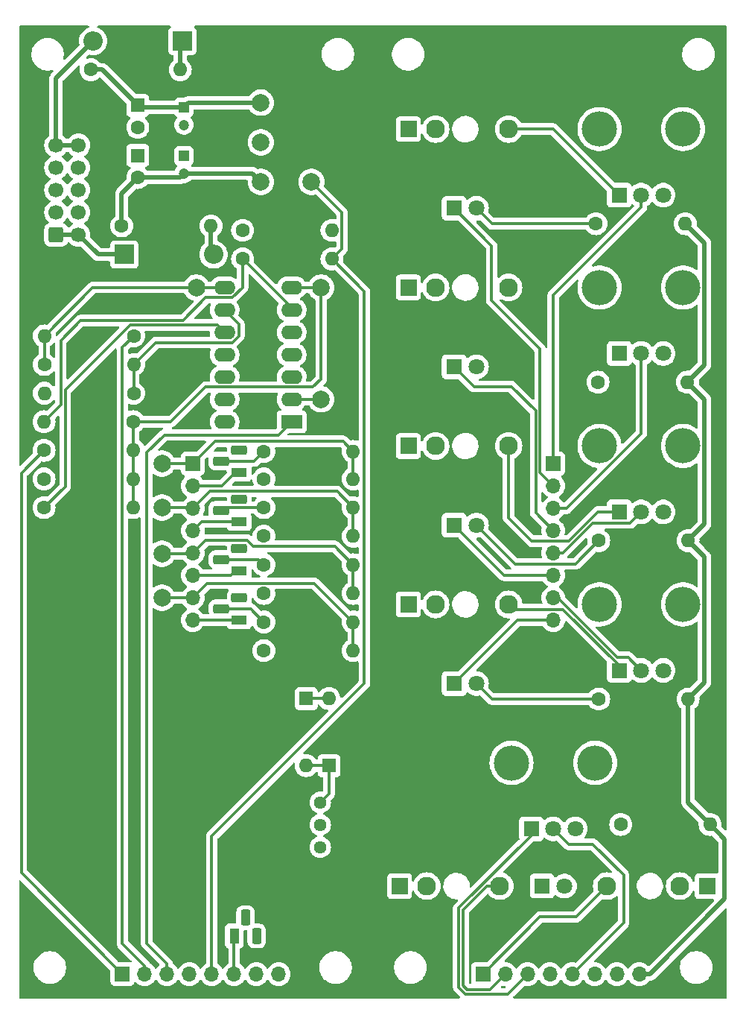
<source format=gtl>
G04 #@! TF.GenerationSoftware,KiCad,Pcbnew,8.0.2-1*
G04 #@! TF.CreationDate,2024-05-10T10:00:16+02:00*
G04 #@! TF.ProjectId,distorted_daisy,64697374-6f72-4746-9564-5f6461697379,rev?*
G04 #@! TF.SameCoordinates,Original*
G04 #@! TF.FileFunction,Copper,L1,Top*
G04 #@! TF.FilePolarity,Positive*
%FSLAX46Y46*%
G04 Gerber Fmt 4.6, Leading zero omitted, Abs format (unit mm)*
G04 Created by KiCad (PCBNEW 8.0.2-1) date 2024-05-10 10:00:16*
%MOMM*%
%LPD*%
G01*
G04 APERTURE LIST*
G04 Aperture macros list*
%AMRoundRect*
0 Rectangle with rounded corners*
0 $1 Rounding radius*
0 $2 $3 $4 $5 $6 $7 $8 $9 X,Y pos of 4 corners*
0 Add a 4 corners polygon primitive as box body*
4,1,4,$2,$3,$4,$5,$6,$7,$8,$9,$2,$3,0*
0 Add four circle primitives for the rounded corners*
1,1,$1+$1,$2,$3*
1,1,$1+$1,$4,$5*
1,1,$1+$1,$6,$7*
1,1,$1+$1,$8,$9*
0 Add four rect primitives between the rounded corners*
20,1,$1+$1,$2,$3,$4,$5,0*
20,1,$1+$1,$4,$5,$6,$7,0*
20,1,$1+$1,$6,$7,$8,$9,0*
20,1,$1+$1,$8,$9,$2,$3,0*%
G04 Aperture macros list end*
G04 #@! TA.AperFunction,ComponentPad*
%ADD10R,1.830000X1.930000*%
G04 #@! TD*
G04 #@! TA.AperFunction,ComponentPad*
%ADD11C,2.130000*%
G04 #@! TD*
G04 #@! TA.AperFunction,ComponentPad*
%ADD12C,1.600000*%
G04 #@! TD*
G04 #@! TA.AperFunction,ComponentPad*
%ADD13O,1.600000X1.600000*%
G04 #@! TD*
G04 #@! TA.AperFunction,ComponentPad*
%ADD14R,1.100000X1.800000*%
G04 #@! TD*
G04 #@! TA.AperFunction,ComponentPad*
%ADD15RoundRect,0.275000X-0.275000X-0.625000X0.275000X-0.625000X0.275000X0.625000X-0.275000X0.625000X0*%
G04 #@! TD*
G04 #@! TA.AperFunction,ComponentPad*
%ADD16R,1.800000X1.800000*%
G04 #@! TD*
G04 #@! TA.AperFunction,ComponentPad*
%ADD17C,1.800000*%
G04 #@! TD*
G04 #@! TA.AperFunction,ComponentPad*
%ADD18R,1.600000X1.600000*%
G04 #@! TD*
G04 #@! TA.AperFunction,ComponentPad*
%ADD19R,2.400000X1.600000*%
G04 #@! TD*
G04 #@! TA.AperFunction,ComponentPad*
%ADD20O,2.400000X1.600000*%
G04 #@! TD*
G04 #@! TA.AperFunction,ComponentPad*
%ADD21O,4.000000X4.000000*%
G04 #@! TD*
G04 #@! TA.AperFunction,ComponentPad*
%ADD22R,1.800000X1.100000*%
G04 #@! TD*
G04 #@! TA.AperFunction,ComponentPad*
%ADD23RoundRect,0.275000X0.625000X-0.275000X0.625000X0.275000X-0.625000X0.275000X-0.625000X-0.275000X0*%
G04 #@! TD*
G04 #@! TA.AperFunction,ComponentPad*
%ADD24C,2.000000*%
G04 #@! TD*
G04 #@! TA.AperFunction,ComponentPad*
%ADD25R,2.200000X2.200000*%
G04 #@! TD*
G04 #@! TA.AperFunction,ComponentPad*
%ADD26O,2.200000X2.200000*%
G04 #@! TD*
G04 #@! TA.AperFunction,ComponentPad*
%ADD27R,1.700000X1.700000*%
G04 #@! TD*
G04 #@! TA.AperFunction,ComponentPad*
%ADD28O,1.700000X1.700000*%
G04 #@! TD*
G04 #@! TA.AperFunction,ComponentPad*
%ADD29R,1.200000X1.200000*%
G04 #@! TD*
G04 #@! TA.AperFunction,ComponentPad*
%ADD30C,1.200000*%
G04 #@! TD*
G04 #@! TA.AperFunction,ComponentPad*
%ADD31RoundRect,0.250000X-0.600000X-0.600000X0.600000X-0.600000X0.600000X0.600000X-0.600000X0.600000X0*%
G04 #@! TD*
G04 #@! TA.AperFunction,ComponentPad*
%ADD32C,1.700000*%
G04 #@! TD*
G04 #@! TA.AperFunction,ComponentPad*
%ADD33C,1.440000*%
G04 #@! TD*
G04 #@! TA.AperFunction,Conductor*
%ADD34C,0.500000*%
G04 #@! TD*
G04 #@! TA.AperFunction,Conductor*
%ADD35C,0.300000*%
G04 #@! TD*
G04 APERTURE END LIST*
D10*
X128480000Y-148000000D03*
D11*
X117080000Y-148000000D03*
X125380000Y-148000000D03*
D12*
X78083334Y-111500000D03*
D13*
X88243334Y-111500000D03*
D14*
X74730000Y-153670000D03*
D15*
X76000000Y-151600000D03*
X77270000Y-153670000D03*
D12*
X78083334Y-105000000D03*
D13*
X88243334Y-105000000D03*
D12*
X78083334Y-101750000D03*
D13*
X88243334Y-101750000D03*
D16*
X99730000Y-125000000D03*
D17*
X102270000Y-125000000D03*
D16*
X109730000Y-148000000D03*
D17*
X112270000Y-148000000D03*
D16*
X99730000Y-89000000D03*
D17*
X102270000Y-89000000D03*
D10*
X93520000Y-148000000D03*
D11*
X104920000Y-148000000D03*
X96620000Y-148000000D03*
D12*
X78083334Y-121250000D03*
D13*
X88243334Y-121250000D03*
D12*
X75670000Y-73500000D03*
D13*
X85830000Y-73500000D03*
D12*
X63280000Y-92000000D03*
D13*
X53120000Y-92000000D03*
D18*
X85500000Y-134310000D03*
D13*
X85500000Y-126690000D03*
D12*
X63250000Y-95250000D03*
D13*
X53090000Y-95250000D03*
D19*
X81250000Y-95250000D03*
D20*
X81250000Y-92710000D03*
X81250000Y-90170000D03*
X81250000Y-87630000D03*
X81250000Y-85090000D03*
X81250000Y-82550000D03*
X81250000Y-80010000D03*
X73630000Y-80010000D03*
X73630000Y-82550000D03*
X73630000Y-85090000D03*
X73630000Y-87630000D03*
X73630000Y-90170000D03*
X73630000Y-92710000D03*
X73630000Y-95250000D03*
D21*
X116250000Y-116000000D03*
X125750000Y-116000000D03*
D16*
X118500000Y-123500000D03*
D17*
X121000000Y-123500000D03*
X123500000Y-123500000D03*
D10*
X94520000Y-62000000D03*
D11*
X105920000Y-62000000D03*
X97620000Y-62000000D03*
D22*
X75276666Y-112180000D03*
D23*
X73206666Y-110910000D03*
X75276666Y-109640000D03*
D12*
X75670000Y-76750000D03*
D13*
X85830000Y-76750000D03*
D24*
X66500000Y-100000000D03*
X66500000Y-105000000D03*
D10*
X94520000Y-80000000D03*
D11*
X105920000Y-80000000D03*
X97620000Y-80000000D03*
D24*
X70400000Y-80000000D03*
D12*
X53090000Y-98500000D03*
D13*
X63250000Y-98500000D03*
D12*
X53090000Y-105000000D03*
D13*
X63250000Y-105000000D03*
D22*
X75270000Y-101000000D03*
D23*
X73200000Y-99730000D03*
X75270000Y-98460000D03*
D12*
X116170000Y-108750000D03*
D13*
X126330000Y-108750000D03*
D24*
X77750000Y-63500000D03*
X77750000Y-59000000D03*
D12*
X53120000Y-88750000D03*
D13*
X63280000Y-88750000D03*
D25*
X68830000Y-52000000D03*
D26*
X58670000Y-52000000D03*
D12*
X63280000Y-85500000D03*
D13*
X53120000Y-85500000D03*
D10*
X94520000Y-98000000D03*
D11*
X105920000Y-98000000D03*
X97620000Y-98000000D03*
D12*
X53090000Y-101750000D03*
D13*
X63250000Y-101750000D03*
D24*
X84600000Y-80000000D03*
D16*
X99730000Y-71000000D03*
D17*
X102270000Y-71000000D03*
D21*
X116250000Y-80000000D03*
X125750000Y-80000000D03*
D16*
X118500000Y-87500000D03*
D17*
X121000000Y-87500000D03*
X123500000Y-87500000D03*
D16*
X99730000Y-107000000D03*
D17*
X102270000Y-107000000D03*
D24*
X77750000Y-68000000D03*
D12*
X116170000Y-126750000D03*
D13*
X126330000Y-126750000D03*
D24*
X83500000Y-68000000D03*
D12*
X116090000Y-90750000D03*
D13*
X126250000Y-90750000D03*
D21*
X116250000Y-98000000D03*
X125750000Y-98000000D03*
D16*
X118500000Y-105500000D03*
D17*
X121000000Y-105500000D03*
X123500000Y-105500000D03*
D12*
X78083334Y-118000000D03*
D13*
X88243334Y-118000000D03*
D12*
X78083334Y-108250000D03*
D13*
X88243334Y-108250000D03*
D12*
X118670000Y-141000000D03*
D13*
X128830000Y-141000000D03*
D24*
X66500000Y-115250000D03*
D10*
X94520000Y-116000000D03*
D11*
X105920000Y-116000000D03*
X97620000Y-116000000D03*
D12*
X78083334Y-98625000D03*
D13*
X88243334Y-98625000D03*
D12*
X61920000Y-73000000D03*
D13*
X72080000Y-73000000D03*
D25*
X62200000Y-76250000D03*
D26*
X72360000Y-76250000D03*
D27*
X62000000Y-158000000D03*
D28*
X64540000Y-158000000D03*
X67080000Y-158000000D03*
X69620000Y-158000000D03*
X72160000Y-158000000D03*
X74700000Y-158000000D03*
X77240000Y-158000000D03*
X79780000Y-158000000D03*
D27*
X70000000Y-100000000D03*
D28*
X70000000Y-102540000D03*
X70000000Y-105080000D03*
X70000000Y-107620000D03*
X70000000Y-110160000D03*
X70000000Y-112700000D03*
X70000000Y-115240000D03*
X70000000Y-117780000D03*
D12*
X115840000Y-72750000D03*
D13*
X126000000Y-72750000D03*
D24*
X66500000Y-110250000D03*
D12*
X78083334Y-114750000D03*
D13*
X88243334Y-114750000D03*
D21*
X106250000Y-134000000D03*
X115750000Y-134000000D03*
D16*
X108500000Y-141500000D03*
D17*
X111000000Y-141500000D03*
X113500000Y-141500000D03*
D18*
X82900000Y-126690000D03*
D13*
X82900000Y-134310000D03*
D22*
X75283332Y-117770000D03*
D23*
X73213332Y-116500000D03*
X75283332Y-115230000D03*
D12*
X58420000Y-55250000D03*
D13*
X68580000Y-55250000D03*
D22*
X75263334Y-106590000D03*
D23*
X73193334Y-105320000D03*
X75263334Y-104050000D03*
D21*
X116250000Y-62000000D03*
X125750000Y-62000000D03*
D16*
X118500000Y-69500000D03*
D17*
X121000000Y-69500000D03*
X123500000Y-69500000D03*
D24*
X84600000Y-92700000D03*
D29*
X69000000Y-59527401D03*
D30*
X69000000Y-61527401D03*
D18*
X63750000Y-59294888D03*
D12*
X63750000Y-61794888D03*
D29*
X69000000Y-65027401D03*
D30*
X69000000Y-67027401D03*
D27*
X103000000Y-158000000D03*
D28*
X105540000Y-158000000D03*
X108080000Y-158000000D03*
X110620000Y-158000000D03*
X113160000Y-158000000D03*
X115700000Y-158000000D03*
X118240000Y-158000000D03*
X120780000Y-158000000D03*
D18*
X63750000Y-65000000D03*
D12*
X63750000Y-67500000D03*
D31*
X54460000Y-74000000D03*
D32*
X57000000Y-74000000D03*
X54460000Y-71460000D03*
X57000000Y-71460000D03*
X54460000Y-68920000D03*
X57000000Y-68920000D03*
X54460000Y-66380000D03*
X57000000Y-66380000D03*
X54460000Y-63840000D03*
X57000000Y-63840000D03*
D33*
X84500000Y-138500000D03*
X84500000Y-141040000D03*
X84500000Y-143580000D03*
D27*
X111000000Y-100000000D03*
D28*
X111000000Y-102540000D03*
X111000000Y-105080000D03*
X111000000Y-107620000D03*
X111000000Y-110160000D03*
X111000000Y-112700000D03*
X111000000Y-115240000D03*
X111000000Y-117780000D03*
D34*
X130500000Y-149482081D02*
X130500000Y-142670000D01*
X69527401Y-59000000D02*
X69000000Y-59527401D01*
X63982513Y-59527401D02*
X63750000Y-59294888D01*
X128200000Y-88800000D02*
X126250000Y-90750000D01*
X126330000Y-126750000D02*
X126330000Y-138500000D01*
X128200000Y-106880000D02*
X126330000Y-108750000D01*
X126330000Y-108750000D02*
X128200000Y-110620000D01*
X126250000Y-90750000D02*
X128200000Y-92700000D01*
X128200000Y-92700000D02*
X128200000Y-106880000D01*
X77750000Y-59000000D02*
X69527401Y-59000000D01*
X128200000Y-74950000D02*
X128200000Y-88800000D01*
X59705112Y-55250000D02*
X58420000Y-55250000D01*
X120780000Y-158000000D02*
X121982081Y-158000000D01*
X63750000Y-59294888D02*
X59705112Y-55250000D01*
X130500000Y-142670000D02*
X128830000Y-141000000D01*
X126000000Y-72750000D02*
X128200000Y-74950000D01*
X69000000Y-59527401D02*
X63982513Y-59527401D01*
X121982081Y-158000000D02*
X130500000Y-149482081D01*
X128200000Y-110620000D02*
X128200000Y-124880000D01*
X128200000Y-124880000D02*
X126330000Y-126750000D01*
X126330000Y-138500000D02*
X128830000Y-141000000D01*
X69000000Y-67027401D02*
X76777401Y-67027401D01*
X61920000Y-69330000D02*
X63750000Y-67500000D01*
X61920000Y-73000000D02*
X61920000Y-69330000D01*
X76777401Y-67027401D02*
X77750000Y-68000000D01*
X68527401Y-67500000D02*
X69000000Y-67027401D01*
X63750000Y-67500000D02*
X68527401Y-67500000D01*
D35*
X104020000Y-72750000D02*
X102270000Y-71000000D01*
X115840000Y-72750000D02*
X104020000Y-72750000D01*
X113520000Y-111400000D02*
X116170000Y-108750000D01*
X106670000Y-111400000D02*
X113520000Y-111400000D01*
X102270000Y-107000000D02*
X106670000Y-111400000D01*
X104020000Y-126750000D02*
X102270000Y-125000000D01*
X116170000Y-126750000D02*
X104020000Y-126750000D01*
X105920000Y-62000000D02*
X111000000Y-62000000D01*
X111000000Y-62000000D02*
X118500000Y-69500000D01*
X108570000Y-108820000D02*
X105920000Y-106170000D01*
X116042894Y-105500000D02*
X112722894Y-108820000D01*
X105920000Y-106170000D02*
X105920000Y-98000000D01*
X112722894Y-108820000D02*
X108570000Y-108820000D01*
X118500000Y-105500000D02*
X116042894Y-105500000D01*
X118500000Y-122957106D02*
X118500000Y-123500000D01*
X112122894Y-116580000D02*
X118500000Y-122957106D01*
X106500000Y-116580000D02*
X112122894Y-116580000D01*
X105920000Y-116000000D02*
X106500000Y-116580000D01*
X104000000Y-75270000D02*
X99730000Y-71000000D01*
X109500000Y-101040000D02*
X109500000Y-87000000D01*
X111000000Y-102540000D02*
X109500000Y-101040000D01*
X109500000Y-87000000D02*
X104000000Y-81500000D01*
X104000000Y-81500000D02*
X104000000Y-75270000D01*
X78083334Y-98625000D02*
X76978334Y-99730000D01*
X76978334Y-99730000D02*
X73600000Y-99730000D01*
X111000000Y-107620000D02*
X109000000Y-105620000D01*
X101980000Y-91250000D02*
X99730000Y-89000000D01*
X106250000Y-91250000D02*
X101980000Y-91250000D01*
X109000000Y-94000000D02*
X106250000Y-91250000D01*
X109000000Y-105620000D02*
X109000000Y-94000000D01*
X73913334Y-105000000D02*
X73593334Y-105320000D01*
X78083334Y-105000000D02*
X73913334Y-105000000D01*
X105430000Y-112700000D02*
X99730000Y-107000000D01*
X111000000Y-112700000D02*
X105430000Y-112700000D01*
X77493334Y-110910000D02*
X73606666Y-110910000D01*
X78083334Y-111500000D02*
X77493334Y-110910000D01*
X106950000Y-117780000D02*
X111000000Y-117780000D01*
X99730000Y-125000000D02*
X106950000Y-117780000D01*
X78083334Y-118000000D02*
X76583334Y-116500000D01*
X76583334Y-116500000D02*
X73613332Y-116500000D01*
X81250000Y-92710000D02*
X84590000Y-92710000D01*
X84590000Y-92710000D02*
X84600000Y-92700000D01*
X75670000Y-79996346D02*
X74506346Y-81160000D01*
X74506346Y-81160000D02*
X71480000Y-81160000D01*
X71480000Y-81160000D02*
X68890000Y-83750000D01*
X75670000Y-76750000D02*
X75670000Y-79996346D01*
X81250000Y-82550000D02*
X81250000Y-82330000D01*
X55000000Y-86000000D02*
X55000000Y-93340000D01*
X57250000Y-83750000D02*
X55000000Y-86000000D01*
X55000000Y-93340000D02*
X53090000Y-95250000D01*
X68890000Y-83750000D02*
X57250000Y-83750000D01*
X81250000Y-82330000D02*
X75670000Y-76750000D01*
X111000000Y-100000000D02*
X111000000Y-80875000D01*
X111000000Y-80875000D02*
X121000000Y-70875000D01*
X121000000Y-70875000D02*
X121000000Y-69500000D01*
X112493402Y-105080000D02*
X121000000Y-96573402D01*
X111000000Y-105080000D02*
X112493402Y-105080000D01*
X121000000Y-96573402D02*
X121000000Y-87500000D01*
X119750000Y-106750000D02*
X121000000Y-105500000D01*
X111000000Y-110160000D02*
X112090000Y-110160000D01*
X115500000Y-106750000D02*
X119750000Y-106750000D01*
X112090000Y-110160000D02*
X115500000Y-106750000D01*
X118250000Y-122000000D02*
X119500000Y-122000000D01*
X111000000Y-115240000D02*
X111490000Y-115240000D01*
X111490000Y-115240000D02*
X118250000Y-122000000D01*
X119500000Y-122000000D02*
X121000000Y-123500000D01*
X88243334Y-105000000D02*
X86393334Y-103150000D01*
X71930000Y-103150000D02*
X70000000Y-105080000D01*
X69920000Y-105000000D02*
X70000000Y-105080000D01*
X88243334Y-105000000D02*
X88243334Y-108250000D01*
X86393334Y-103150000D02*
X71930000Y-103150000D01*
X66500000Y-105000000D02*
X69920000Y-105000000D01*
X88243334Y-98625000D02*
X87093334Y-97475000D01*
X88243334Y-98625000D02*
X88243334Y-101750000D01*
X66500000Y-100000000D02*
X70000000Y-100000000D01*
X72525000Y-97475000D02*
X70000000Y-100000000D01*
X87093334Y-97475000D02*
X72525000Y-97475000D01*
X70000000Y-102540000D02*
X73330000Y-102540000D01*
X73330000Y-102540000D02*
X74870000Y-101000000D01*
X69910000Y-110250000D02*
X70000000Y-110160000D01*
X88243334Y-111500000D02*
X86143334Y-109400000D01*
X76900000Y-109400000D02*
X76200000Y-108700000D01*
X71460000Y-108700000D02*
X70000000Y-110160000D01*
X88243334Y-111500000D02*
X88243334Y-114750000D01*
X66500000Y-110250000D02*
X69910000Y-110250000D01*
X76200000Y-108700000D02*
X71460000Y-108700000D01*
X86143334Y-109400000D02*
X76900000Y-109400000D01*
X70000000Y-112700000D02*
X74356666Y-112700000D01*
X74356666Y-112700000D02*
X74876666Y-112180000D01*
X88243334Y-118000000D02*
X83843334Y-113600000D01*
X83843334Y-113600000D02*
X71640000Y-113600000D01*
X66500000Y-115250000D02*
X69990000Y-115250000D01*
X88243334Y-118000000D02*
X88243334Y-121250000D01*
X69990000Y-115250000D02*
X70000000Y-115240000D01*
X71640000Y-113600000D02*
X70000000Y-115240000D01*
X70000000Y-117780000D02*
X74873332Y-117780000D01*
X74873332Y-117780000D02*
X74883332Y-117770000D01*
X71030000Y-106590000D02*
X74863334Y-106590000D01*
X70000000Y-107620000D02*
X71030000Y-106590000D01*
X50500000Y-146500000D02*
X50500000Y-101090000D01*
X50500000Y-101090000D02*
X53090000Y-98500000D01*
X62000000Y-158000000D02*
X50500000Y-146500000D01*
X89500000Y-80420000D02*
X85830000Y-76750000D01*
X85830000Y-76750000D02*
X86980000Y-75600000D01*
X72160000Y-142340000D02*
X89500000Y-125000000D01*
X86980000Y-75600000D02*
X86980000Y-71480000D01*
X89500000Y-125000000D02*
X89500000Y-80420000D01*
X72160000Y-158000000D02*
X72160000Y-142340000D01*
X86980000Y-71480000D02*
X83500000Y-68000000D01*
X62000000Y-154500000D02*
X64540000Y-157040000D01*
X62000000Y-86780000D02*
X62000000Y-154500000D01*
X64540000Y-157040000D02*
X64540000Y-158000000D01*
X63280000Y-85500000D02*
X62000000Y-86780000D01*
X74730000Y-153270000D02*
X74700000Y-153300000D01*
X74700000Y-153300000D02*
X74700000Y-158000000D01*
X64750000Y-154500000D02*
X64750000Y-98750000D01*
X67080000Y-158000000D02*
X67080000Y-156830000D01*
X66750000Y-96750000D02*
X79750000Y-96750000D01*
X67080000Y-156830000D02*
X64750000Y-154500000D01*
X79750000Y-96750000D02*
X81250000Y-95250000D01*
X64750000Y-98750000D02*
X66750000Y-96750000D01*
X85500000Y-137500000D02*
X84500000Y-138500000D01*
X85500000Y-134310000D02*
X85500000Y-137500000D01*
X82900000Y-134310000D02*
X85500000Y-134310000D01*
X108500000Y-142250000D02*
X108500000Y-141500000D01*
X101000000Y-160250000D02*
X100250000Y-159500000D01*
X100250000Y-150500000D02*
X108500000Y-142250000D01*
X105830000Y-160250000D02*
X101000000Y-160250000D01*
X100250000Y-159500000D02*
X100250000Y-150500000D01*
X108080000Y-158000000D02*
X105830000Y-160250000D01*
X112750000Y-143250000D02*
X111000000Y-141500000D01*
X119000000Y-152160000D02*
X119000000Y-146750000D01*
X115500000Y-143250000D02*
X112750000Y-143250000D01*
X119000000Y-146750000D02*
X115500000Y-143250000D01*
X113160000Y-158000000D02*
X119000000Y-152160000D01*
X113580000Y-151500000D02*
X117080000Y-148000000D01*
X109500000Y-151500000D02*
X113580000Y-151500000D01*
X103000000Y-158000000D02*
X109500000Y-151500000D01*
X100750000Y-159292894D02*
X100750000Y-150707106D01*
X101207106Y-159750000D02*
X100750000Y-159292894D01*
X103790000Y-159750000D02*
X101207106Y-159750000D01*
X100750000Y-150707106D02*
X103457106Y-148000000D01*
X103457106Y-148000000D02*
X104920000Y-148000000D01*
X105540000Y-158000000D02*
X103790000Y-159750000D01*
X63250000Y-101750000D02*
X63250000Y-98500000D01*
X63250000Y-105000000D02*
X63250000Y-101750000D01*
X81260000Y-80000000D02*
X81250000Y-80010000D01*
X71430000Y-91320000D02*
X67500000Y-95250000D01*
X84600000Y-80000000D02*
X84600000Y-90400000D01*
X63250000Y-98500000D02*
X63250000Y-95250000D01*
X67500000Y-95250000D02*
X63250000Y-95250000D01*
X84600000Y-80000000D02*
X81260000Y-80000000D01*
X83680000Y-91320000D02*
X71430000Y-91320000D01*
X84600000Y-90400000D02*
X83680000Y-91320000D01*
X55500000Y-91653654D02*
X62903654Y-84250000D01*
X72790000Y-84250000D02*
X73630000Y-85090000D01*
X82900000Y-126690000D02*
X85500000Y-126690000D01*
X55500000Y-102590000D02*
X55500000Y-91653654D01*
X53090000Y-105000000D02*
X55500000Y-102590000D01*
X62903654Y-84250000D02*
X72790000Y-84250000D01*
D34*
X68580000Y-52250000D02*
X68830000Y-52000000D01*
X68580000Y-55250000D02*
X68580000Y-52250000D01*
X54460000Y-56210000D02*
X54460000Y-63840000D01*
X54460000Y-63840000D02*
X57000000Y-63840000D01*
X58670000Y-52000000D02*
X54460000Y-56210000D01*
X62200000Y-76250000D02*
X59250000Y-76250000D01*
X57000000Y-74000000D02*
X54460000Y-74000000D01*
X59250000Y-76250000D02*
X57000000Y-74000000D01*
X72080000Y-73000000D02*
X72080000Y-75970000D01*
X72080000Y-75970000D02*
X72360000Y-76250000D01*
D35*
X58620000Y-80000000D02*
X70400000Y-80000000D01*
X73630000Y-80010000D02*
X70410000Y-80010000D01*
X53120000Y-85500000D02*
X58620000Y-80000000D01*
X53120000Y-88750000D02*
X53120000Y-85500000D01*
X70410000Y-80010000D02*
X70400000Y-80000000D01*
X65780000Y-86250000D02*
X63280000Y-88750000D01*
X75250000Y-85496346D02*
X74496346Y-86250000D01*
X75250000Y-84170000D02*
X75250000Y-85496346D01*
X74496346Y-86250000D02*
X65780000Y-86250000D01*
X63280000Y-88750000D02*
X63280000Y-92000000D01*
X73630000Y-82550000D02*
X75250000Y-84170000D01*
G04 #@! TA.AperFunction,NonConductor*
G36*
X55879338Y-64610185D02*
G01*
X55913873Y-64643376D01*
X55961505Y-64711401D01*
X56128597Y-64878493D01*
X56128603Y-64878498D01*
X56314158Y-65008425D01*
X56357783Y-65063002D01*
X56364977Y-65132500D01*
X56333454Y-65194855D01*
X56314158Y-65211575D01*
X56128597Y-65341505D01*
X55961505Y-65508597D01*
X55831575Y-65694158D01*
X55776998Y-65737783D01*
X55707500Y-65744977D01*
X55645145Y-65713454D01*
X55628425Y-65694158D01*
X55498494Y-65508597D01*
X55331402Y-65341506D01*
X55331396Y-65341501D01*
X55145842Y-65211575D01*
X55102217Y-65156998D01*
X55095023Y-65087500D01*
X55126546Y-65025145D01*
X55145842Y-65008425D01*
X55168026Y-64992891D01*
X55331401Y-64878495D01*
X55498495Y-64711401D01*
X55546127Y-64643376D01*
X55600704Y-64599751D01*
X55647701Y-64590500D01*
X55812299Y-64590500D01*
X55879338Y-64610185D01*
G37*
G04 #@! TD.AperFunction*
G04 #@! TA.AperFunction,NonConductor*
G36*
X55814855Y-67046546D02*
G01*
X55831575Y-67065842D01*
X55961501Y-67251396D01*
X55961506Y-67251402D01*
X56128597Y-67418493D01*
X56128603Y-67418498D01*
X56314158Y-67548425D01*
X56357783Y-67603002D01*
X56364977Y-67672500D01*
X56333454Y-67734855D01*
X56314158Y-67751575D01*
X56128597Y-67881505D01*
X55961505Y-68048597D01*
X55831575Y-68234158D01*
X55776998Y-68277783D01*
X55707500Y-68284977D01*
X55645145Y-68253454D01*
X55628425Y-68234158D01*
X55498494Y-68048597D01*
X55331402Y-67881506D01*
X55331396Y-67881501D01*
X55145842Y-67751575D01*
X55102217Y-67696998D01*
X55095023Y-67627500D01*
X55126546Y-67565145D01*
X55145842Y-67548425D01*
X55199122Y-67511118D01*
X55331401Y-67418495D01*
X55498495Y-67251401D01*
X55612891Y-67088026D01*
X55628425Y-67065842D01*
X55683002Y-67022217D01*
X55752500Y-67015023D01*
X55814855Y-67046546D01*
G37*
G04 #@! TD.AperFunction*
G04 #@! TA.AperFunction,NonConductor*
G36*
X55814855Y-69586546D02*
G01*
X55831575Y-69605842D01*
X55961501Y-69791396D01*
X55961506Y-69791402D01*
X56128597Y-69958493D01*
X56128603Y-69958498D01*
X56314158Y-70088425D01*
X56357783Y-70143002D01*
X56364977Y-70212500D01*
X56333454Y-70274855D01*
X56314158Y-70291575D01*
X56128597Y-70421505D01*
X55961505Y-70588597D01*
X55831575Y-70774158D01*
X55776998Y-70817783D01*
X55707500Y-70824977D01*
X55645145Y-70793454D01*
X55628425Y-70774158D01*
X55498494Y-70588597D01*
X55331402Y-70421506D01*
X55331396Y-70421501D01*
X55145842Y-70291575D01*
X55102217Y-70236998D01*
X55095023Y-70167500D01*
X55126546Y-70105145D01*
X55145842Y-70088425D01*
X55197696Y-70052116D01*
X55331401Y-69958495D01*
X55498495Y-69791401D01*
X55628425Y-69605842D01*
X55683002Y-69562217D01*
X55752500Y-69555023D01*
X55814855Y-69586546D01*
G37*
G04 #@! TD.AperFunction*
G04 #@! TA.AperFunction,NonConductor*
G36*
X55814855Y-72126546D02*
G01*
X55831575Y-72145842D01*
X55961501Y-72331396D01*
X55961506Y-72331402D01*
X56128597Y-72498493D01*
X56128603Y-72498498D01*
X56314158Y-72628425D01*
X56357783Y-72683002D01*
X56364977Y-72752500D01*
X56333454Y-72814855D01*
X56314158Y-72831575D01*
X56128597Y-72961505D01*
X55961503Y-73128599D01*
X55960349Y-73129975D01*
X55959688Y-73130414D01*
X55957676Y-73132427D01*
X55957271Y-73132022D01*
X55902173Y-73168671D01*
X55832312Y-73169772D01*
X55772946Y-73132928D01*
X55747663Y-73089265D01*
X55744814Y-73080666D01*
X55652712Y-72931344D01*
X55528656Y-72807288D01*
X55435774Y-72749998D01*
X55379336Y-72715187D01*
X55379331Y-72715185D01*
X55379215Y-72715146D01*
X55370733Y-72712336D01*
X55313290Y-72672564D01*
X55286467Y-72608048D01*
X55298782Y-72539272D01*
X55327767Y-72502517D01*
X55327573Y-72502323D01*
X55329219Y-72500676D01*
X55330040Y-72499636D01*
X55331388Y-72498504D01*
X55331401Y-72498495D01*
X55498495Y-72331401D01*
X55628425Y-72145842D01*
X55683002Y-72102217D01*
X55752500Y-72095023D01*
X55814855Y-72126546D01*
G37*
G04 #@! TD.AperFunction*
G04 #@! TA.AperFunction,NonConductor*
G36*
X72011898Y-81830185D02*
G01*
X72057653Y-81882989D01*
X72067597Y-81952147D01*
X72055344Y-81990794D01*
X72024782Y-82050773D01*
X71961522Y-82245465D01*
X71929500Y-82447648D01*
X71929500Y-82652351D01*
X71961522Y-82854534D01*
X72024781Y-83049223D01*
X72117715Y-83231613D01*
X72240897Y-83401161D01*
X72239378Y-83402264D01*
X72264681Y-83458722D01*
X72254248Y-83527808D01*
X72208121Y-83580287D01*
X72141821Y-83599500D01*
X70259808Y-83599500D01*
X70192769Y-83579815D01*
X70147014Y-83527011D01*
X70137070Y-83457853D01*
X70166095Y-83394297D01*
X70172127Y-83387819D01*
X71713126Y-81846819D01*
X71774449Y-81813334D01*
X71800807Y-81810500D01*
X71944859Y-81810500D01*
X72011898Y-81830185D01*
G37*
G04 #@! TD.AperFunction*
G04 #@! TA.AperFunction,NonConductor*
G36*
X69033202Y-80670185D02*
G01*
X69072561Y-80712615D01*
X69073022Y-80712314D01*
X69074785Y-80715012D01*
X69075214Y-80715475D01*
X69075826Y-80716606D01*
X69211833Y-80924782D01*
X69211836Y-80924785D01*
X69380256Y-81107738D01*
X69576491Y-81260474D01*
X69576493Y-81260475D01*
X69749498Y-81354101D01*
X69795190Y-81378828D01*
X69910362Y-81418366D01*
X70013796Y-81453876D01*
X70070811Y-81494261D01*
X70096942Y-81559061D01*
X70083891Y-81627701D01*
X70061214Y-81658838D01*
X68656873Y-83063181D01*
X68595550Y-83096666D01*
X68569192Y-83099500D01*
X57185929Y-83099500D01*
X57060261Y-83124497D01*
X57060251Y-83124500D01*
X57011220Y-83144810D01*
X56941881Y-83173530D01*
X56941863Y-83173540D01*
X56835332Y-83244721D01*
X56835325Y-83244727D01*
X54625937Y-85454115D01*
X54564614Y-85487600D01*
X54494922Y-85482616D01*
X54438989Y-85440744D01*
X54414728Y-85377241D01*
X54405635Y-85273313D01*
X54405635Y-85273308D01*
X54394790Y-85232834D01*
X54396453Y-85162984D01*
X54426882Y-85113062D01*
X58853127Y-80686819D01*
X58914450Y-80653334D01*
X58940808Y-80650500D01*
X68966163Y-80650500D01*
X69033202Y-80670185D01*
G37*
G04 #@! TD.AperFunction*
G04 #@! TA.AperFunction,NonConductor*
G36*
X71872539Y-84920185D02*
G01*
X71918294Y-84972989D01*
X71929500Y-85024500D01*
X71929500Y-85192351D01*
X71961522Y-85394534D01*
X71975380Y-85437181D01*
X71977375Y-85507022D01*
X71941296Y-85566855D01*
X71878595Y-85597684D01*
X71857449Y-85599500D01*
X65715929Y-85599500D01*
X65590261Y-85624497D01*
X65590255Y-85624499D01*
X65471874Y-85673534D01*
X65365326Y-85744726D01*
X63666937Y-87443115D01*
X63605614Y-87476600D01*
X63547163Y-87475209D01*
X63506697Y-87464366D01*
X63506693Y-87464365D01*
X63506692Y-87464365D01*
X63506691Y-87464364D01*
X63506686Y-87464364D01*
X63280002Y-87444532D01*
X63279998Y-87444532D01*
X63053313Y-87464364D01*
X63053302Y-87464366D01*
X62833511Y-87523258D01*
X62833496Y-87523263D01*
X62826902Y-87526339D01*
X62757824Y-87536830D01*
X62694041Y-87508308D01*
X62655803Y-87449831D01*
X62650500Y-87413956D01*
X62650500Y-87100807D01*
X62670185Y-87033768D01*
X62686815Y-87013130D01*
X62893062Y-86806882D01*
X62954383Y-86773399D01*
X63012834Y-86774790D01*
X63053308Y-86785635D01*
X63215230Y-86799801D01*
X63279998Y-86805468D01*
X63280000Y-86805468D01*
X63280002Y-86805468D01*
X63336673Y-86800509D01*
X63506692Y-86785635D01*
X63726496Y-86726739D01*
X63932734Y-86630568D01*
X64119139Y-86500047D01*
X64280047Y-86339139D01*
X64410568Y-86152734D01*
X64506739Y-85946496D01*
X64565635Y-85726692D01*
X64585468Y-85500000D01*
X64565635Y-85273308D01*
X64507567Y-85056593D01*
X64509230Y-84986743D01*
X64548393Y-84928881D01*
X64612621Y-84901377D01*
X64627342Y-84900500D01*
X71805500Y-84900500D01*
X71872539Y-84920185D01*
G37*
G04 #@! TD.AperFunction*
G04 #@! TA.AperFunction,NonConductor*
G36*
X54310354Y-86314304D02*
G01*
X54345769Y-86374533D01*
X54349500Y-86404724D01*
X54349500Y-87845275D01*
X54329815Y-87912314D01*
X54277011Y-87958069D01*
X54207853Y-87968013D01*
X54144297Y-87938988D01*
X54123928Y-87916402D01*
X54120047Y-87910860D01*
X53959140Y-87749953D01*
X53823377Y-87654891D01*
X53779752Y-87600314D01*
X53770500Y-87553316D01*
X53770500Y-86696682D01*
X53790185Y-86629643D01*
X53823371Y-86595111D01*
X53959139Y-86500047D01*
X54120047Y-86339139D01*
X54123924Y-86333601D01*
X54178501Y-86289976D01*
X54247999Y-86282782D01*
X54310354Y-86314304D01*
G37*
G04 #@! TD.AperFunction*
G04 #@! TA.AperFunction,NonConductor*
G36*
X61600885Y-84420185D02*
G01*
X61646640Y-84472989D01*
X61656584Y-84542147D01*
X61627559Y-84605703D01*
X61621527Y-84612181D01*
X55862181Y-90371527D01*
X55800858Y-90405012D01*
X55731166Y-90400028D01*
X55675233Y-90358156D01*
X55650816Y-90292692D01*
X55650500Y-90283846D01*
X55650500Y-86320808D01*
X55670185Y-86253769D01*
X55686819Y-86233127D01*
X57483127Y-84436819D01*
X57544450Y-84403334D01*
X57570808Y-84400500D01*
X61533846Y-84400500D01*
X61600885Y-84420185D01*
G37*
G04 #@! TD.AperFunction*
G04 #@! TA.AperFunction,NonConductor*
G36*
X83233202Y-80670185D02*
G01*
X83272561Y-80712615D01*
X83273022Y-80712314D01*
X83274785Y-80715012D01*
X83275214Y-80715475D01*
X83275826Y-80716606D01*
X83411833Y-80924782D01*
X83411836Y-80924785D01*
X83580256Y-81107738D01*
X83693407Y-81195807D01*
X83776488Y-81260472D01*
X83776492Y-81260475D01*
X83812572Y-81280000D01*
X83865631Y-81308714D01*
X83884517Y-81318934D01*
X83934108Y-81368153D01*
X83949500Y-81427989D01*
X83949500Y-90079192D01*
X83929815Y-90146231D01*
X83913181Y-90166873D01*
X83446873Y-90633181D01*
X83385550Y-90666666D01*
X83359192Y-90669500D01*
X83025801Y-90669500D01*
X82958762Y-90649815D01*
X82913007Y-90597011D01*
X82903063Y-90527853D01*
X82907870Y-90507183D01*
X82918475Y-90474542D01*
X82918475Y-90474538D01*
X82918477Y-90474534D01*
X82950500Y-90272352D01*
X82950500Y-90067648D01*
X82920869Y-89880567D01*
X82918477Y-89865465D01*
X82880945Y-89749954D01*
X82855220Y-89670781D01*
X82855218Y-89670778D01*
X82855218Y-89670776D01*
X82788571Y-89539976D01*
X82762287Y-89488390D01*
X82739312Y-89456767D01*
X82641971Y-89322786D01*
X82497213Y-89178028D01*
X82331614Y-89057715D01*
X82325006Y-89054348D01*
X82238917Y-89010483D01*
X82188123Y-88962511D01*
X82171328Y-88894690D01*
X82193865Y-88828555D01*
X82238917Y-88789516D01*
X82331610Y-88742287D01*
X82352770Y-88726913D01*
X82497213Y-88621971D01*
X82497215Y-88621968D01*
X82497219Y-88621966D01*
X82641966Y-88477219D01*
X82641968Y-88477215D01*
X82641971Y-88477213D01*
X82694732Y-88404590D01*
X82762287Y-88311610D01*
X82855220Y-88129219D01*
X82918477Y-87934534D01*
X82950500Y-87732352D01*
X82950500Y-87527648D01*
X82918477Y-87325466D01*
X82908399Y-87294450D01*
X82855218Y-87130776D01*
X82810849Y-87043699D01*
X82762287Y-86948390D01*
X82727493Y-86900500D01*
X82641971Y-86782786D01*
X82497213Y-86638028D01*
X82331614Y-86517715D01*
X82325006Y-86514348D01*
X82238917Y-86470483D01*
X82188123Y-86422511D01*
X82171328Y-86354690D01*
X82193865Y-86288555D01*
X82238917Y-86249516D01*
X82331610Y-86202287D01*
X82395036Y-86156206D01*
X82497213Y-86081971D01*
X82497215Y-86081968D01*
X82497219Y-86081966D01*
X82641966Y-85937219D01*
X82641968Y-85937215D01*
X82641971Y-85937213D01*
X82694732Y-85864590D01*
X82762287Y-85771610D01*
X82855220Y-85589219D01*
X82918477Y-85394534D01*
X82950500Y-85192352D01*
X82950500Y-84987648D01*
X82936697Y-84900500D01*
X82918477Y-84785465D01*
X82855218Y-84590776D01*
X82808941Y-84499953D01*
X82762287Y-84408390D01*
X82733982Y-84369431D01*
X82641971Y-84242786D01*
X82497213Y-84098028D01*
X82331614Y-83977715D01*
X82325006Y-83974348D01*
X82238917Y-83930483D01*
X82188123Y-83882511D01*
X82171328Y-83814690D01*
X82193865Y-83748555D01*
X82238917Y-83709516D01*
X82331610Y-83662287D01*
X82418030Y-83599500D01*
X82497213Y-83541971D01*
X82497215Y-83541968D01*
X82497219Y-83541966D01*
X82641966Y-83397219D01*
X82641968Y-83397215D01*
X82641971Y-83397213D01*
X82694732Y-83324590D01*
X82762287Y-83231610D01*
X82855220Y-83049219D01*
X82918477Y-82854534D01*
X82950500Y-82652352D01*
X82950500Y-82447648D01*
X82940232Y-82382818D01*
X82918477Y-82245465D01*
X82876221Y-82115415D01*
X82855220Y-82050781D01*
X82855218Y-82050778D01*
X82855218Y-82050776D01*
X82804963Y-81952147D01*
X82762287Y-81868390D01*
X82718504Y-81808127D01*
X82641971Y-81702786D01*
X82497213Y-81558028D01*
X82331614Y-81437715D01*
X82325006Y-81434348D01*
X82238917Y-81390483D01*
X82188123Y-81342511D01*
X82171328Y-81274690D01*
X82193865Y-81208555D01*
X82238917Y-81169516D01*
X82331610Y-81122287D01*
X82400160Y-81072483D01*
X82497213Y-81001971D01*
X82497215Y-81001968D01*
X82497219Y-81001966D01*
X82641966Y-80857219D01*
X82675598Y-80810928D01*
X82755019Y-80701615D01*
X82810348Y-80658949D01*
X82855337Y-80650500D01*
X83166163Y-80650500D01*
X83233202Y-80670185D01*
G37*
G04 #@! TD.AperFunction*
G04 #@! TA.AperFunction,NonConductor*
G36*
X76525703Y-78526095D02*
G01*
X76532181Y-78532127D01*
X79718263Y-81718209D01*
X79751748Y-81779532D01*
X79746764Y-81849224D01*
X79739617Y-81863892D01*
X79739925Y-81864049D01*
X79644781Y-82050776D01*
X79581522Y-82245465D01*
X79549500Y-82447648D01*
X79549500Y-82652351D01*
X79581522Y-82854534D01*
X79644781Y-83049223D01*
X79737715Y-83231613D01*
X79858028Y-83397213D01*
X80002786Y-83541971D01*
X80157749Y-83654556D01*
X80168390Y-83662287D01*
X80259840Y-83708883D01*
X80261080Y-83709515D01*
X80311876Y-83757490D01*
X80328671Y-83825311D01*
X80306134Y-83891446D01*
X80261080Y-83930485D01*
X80168386Y-83977715D01*
X80002786Y-84098028D01*
X79858028Y-84242786D01*
X79737715Y-84408386D01*
X79644781Y-84590776D01*
X79581522Y-84785465D01*
X79549500Y-84987648D01*
X79549500Y-85192351D01*
X79581522Y-85394534D01*
X79644781Y-85589223D01*
X79687741Y-85673535D01*
X79724013Y-85744723D01*
X79737715Y-85771613D01*
X79858028Y-85937213D01*
X80002786Y-86081971D01*
X80104964Y-86156206D01*
X80168390Y-86202287D01*
X80228917Y-86233127D01*
X80261080Y-86249515D01*
X80311876Y-86297490D01*
X80328671Y-86365311D01*
X80306134Y-86431446D01*
X80261080Y-86470485D01*
X80168386Y-86517715D01*
X80002786Y-86638028D01*
X79858028Y-86782786D01*
X79737715Y-86948386D01*
X79644781Y-87130776D01*
X79581522Y-87325465D01*
X79549500Y-87527648D01*
X79549500Y-87732351D01*
X79581522Y-87934534D01*
X79644781Y-88129223D01*
X79672470Y-88183564D01*
X79734954Y-88306196D01*
X79737715Y-88311613D01*
X79858028Y-88477213D01*
X80002786Y-88621971D01*
X80157749Y-88734556D01*
X80168390Y-88742287D01*
X80256022Y-88786938D01*
X80261080Y-88789515D01*
X80311876Y-88837490D01*
X80328671Y-88905311D01*
X80306134Y-88971446D01*
X80261080Y-89010485D01*
X80168386Y-89057715D01*
X80002786Y-89178028D01*
X79858028Y-89322786D01*
X79737715Y-89488386D01*
X79644781Y-89670776D01*
X79581522Y-89865465D01*
X79549500Y-90067648D01*
X79549500Y-90272351D01*
X79581523Y-90474535D01*
X79581524Y-90474542D01*
X79592130Y-90507183D01*
X79594125Y-90577024D01*
X79558044Y-90636857D01*
X79495343Y-90667684D01*
X79474199Y-90669500D01*
X75405801Y-90669500D01*
X75338762Y-90649815D01*
X75293007Y-90597011D01*
X75283063Y-90527853D01*
X75287870Y-90507183D01*
X75298475Y-90474542D01*
X75298475Y-90474538D01*
X75298477Y-90474534D01*
X75330500Y-90272352D01*
X75330500Y-90067648D01*
X75300869Y-89880567D01*
X75298477Y-89865465D01*
X75260945Y-89749954D01*
X75235220Y-89670781D01*
X75235218Y-89670778D01*
X75235218Y-89670776D01*
X75168571Y-89539976D01*
X75142287Y-89488390D01*
X75119312Y-89456767D01*
X75021971Y-89322786D01*
X74877213Y-89178028D01*
X74711614Y-89057715D01*
X74705006Y-89054348D01*
X74618917Y-89010483D01*
X74568123Y-88962511D01*
X74551328Y-88894690D01*
X74573865Y-88828555D01*
X74618917Y-88789516D01*
X74711610Y-88742287D01*
X74732770Y-88726913D01*
X74877213Y-88621971D01*
X74877215Y-88621968D01*
X74877219Y-88621966D01*
X75021966Y-88477219D01*
X75021968Y-88477215D01*
X75021971Y-88477213D01*
X75074732Y-88404590D01*
X75142287Y-88311610D01*
X75235220Y-88129219D01*
X75298477Y-87934534D01*
X75330500Y-87732352D01*
X75330500Y-87527648D01*
X75298477Y-87325466D01*
X75288399Y-87294450D01*
X75235218Y-87130776D01*
X75190849Y-87043699D01*
X75142287Y-86948390D01*
X75038449Y-86805468D01*
X75025952Y-86788267D01*
X75002472Y-86722461D01*
X75018298Y-86654407D01*
X75038585Y-86627705D01*
X75755277Y-85911015D01*
X75826465Y-85804473D01*
X75858683Y-85726692D01*
X75875501Y-85686090D01*
X75887753Y-85624497D01*
X75900500Y-85560417D01*
X75900500Y-84105928D01*
X75875502Y-83980259D01*
X75875501Y-83980257D01*
X75875501Y-83980256D01*
X75826465Y-83861873D01*
X75797469Y-83818477D01*
X75797469Y-83818476D01*
X75755275Y-83755328D01*
X75755272Y-83755325D01*
X75236122Y-83236176D01*
X75202637Y-83174853D01*
X75207621Y-83105162D01*
X75213313Y-83092212D01*
X75235220Y-83049219D01*
X75298477Y-82854534D01*
X75330500Y-82652352D01*
X75330500Y-82447648D01*
X75320232Y-82382818D01*
X75298477Y-82245465D01*
X75256221Y-82115415D01*
X75235220Y-82050781D01*
X75235218Y-82050778D01*
X75235218Y-82050776D01*
X75184963Y-81952147D01*
X75142287Y-81868390D01*
X75030912Y-81715094D01*
X75025952Y-81708267D01*
X75002472Y-81642461D01*
X75018298Y-81574407D01*
X75038585Y-81547705D01*
X76175276Y-80411016D01*
X76246465Y-80304473D01*
X76295501Y-80186090D01*
X76297067Y-80178215D01*
X76320500Y-80060415D01*
X76320500Y-78619808D01*
X76340185Y-78552769D01*
X76392989Y-78507014D01*
X76462147Y-78497070D01*
X76525703Y-78526095D01*
G37*
G04 #@! TD.AperFunction*
G04 #@! TA.AperFunction,NonConductor*
G36*
X72006803Y-86920185D02*
G01*
X72052558Y-86972989D01*
X72062502Y-87042147D01*
X72050249Y-87080795D01*
X72024781Y-87130776D01*
X71961522Y-87325465D01*
X71929500Y-87527648D01*
X71929500Y-87732351D01*
X71961522Y-87934534D01*
X72024781Y-88129223D01*
X72052470Y-88183564D01*
X72114954Y-88306196D01*
X72117715Y-88311613D01*
X72238028Y-88477213D01*
X72382786Y-88621971D01*
X72537749Y-88734556D01*
X72548390Y-88742287D01*
X72636022Y-88786938D01*
X72641080Y-88789515D01*
X72691876Y-88837490D01*
X72708671Y-88905311D01*
X72686134Y-88971446D01*
X72641080Y-89010485D01*
X72548386Y-89057715D01*
X72382786Y-89178028D01*
X72238028Y-89322786D01*
X72117715Y-89488386D01*
X72024781Y-89670776D01*
X71961522Y-89865465D01*
X71929500Y-90067648D01*
X71929500Y-90272351D01*
X71961523Y-90474535D01*
X71961524Y-90474542D01*
X71972130Y-90507183D01*
X71974125Y-90577024D01*
X71938044Y-90636857D01*
X71875343Y-90667684D01*
X71854199Y-90669500D01*
X71365929Y-90669500D01*
X71240261Y-90694497D01*
X71240255Y-90694499D01*
X71121870Y-90743535D01*
X71015331Y-90814722D01*
X71015324Y-90814728D01*
X67266873Y-94563181D01*
X67205550Y-94596666D01*
X67179192Y-94599500D01*
X64446683Y-94599500D01*
X64379644Y-94579815D01*
X64345108Y-94546623D01*
X64250045Y-94410858D01*
X64089141Y-94249954D01*
X63902734Y-94119432D01*
X63902732Y-94119431D01*
X63696497Y-94023261D01*
X63696488Y-94023258D01*
X63476697Y-93964366D01*
X63476693Y-93964365D01*
X63476692Y-93964365D01*
X63476691Y-93964364D01*
X63476686Y-93964364D01*
X63250002Y-93944532D01*
X63249998Y-93944532D01*
X63023313Y-93964364D01*
X63023302Y-93964366D01*
X62806593Y-94022432D01*
X62736743Y-94020769D01*
X62678881Y-93981606D01*
X62651377Y-93917377D01*
X62650500Y-93902657D01*
X62650500Y-93336043D01*
X62670185Y-93269004D01*
X62722989Y-93223249D01*
X62792147Y-93213305D01*
X62826903Y-93223660D01*
X62833504Y-93226739D01*
X63053308Y-93285635D01*
X63215230Y-93299801D01*
X63279998Y-93305468D01*
X63280000Y-93305468D01*
X63280002Y-93305468D01*
X63336673Y-93300509D01*
X63506692Y-93285635D01*
X63726496Y-93226739D01*
X63932734Y-93130568D01*
X64119139Y-93000047D01*
X64280047Y-92839139D01*
X64410568Y-92652734D01*
X64506739Y-92446496D01*
X64565635Y-92226692D01*
X64585468Y-92000000D01*
X64565635Y-91773308D01*
X64506739Y-91553504D01*
X64410568Y-91347266D01*
X64280047Y-91160861D01*
X64280046Y-91160860D01*
X64280045Y-91160858D01*
X64119140Y-90999953D01*
X63983377Y-90904891D01*
X63939752Y-90850314D01*
X63930500Y-90803316D01*
X63930500Y-89946682D01*
X63950185Y-89879643D01*
X63983371Y-89845111D01*
X64119139Y-89750047D01*
X64280047Y-89589139D01*
X64410568Y-89402734D01*
X64506739Y-89196496D01*
X64565635Y-88976692D01*
X64585468Y-88750000D01*
X64565635Y-88523308D01*
X64554790Y-88482834D01*
X64556453Y-88412984D01*
X64586882Y-88363062D01*
X66013127Y-86936819D01*
X66074450Y-86903334D01*
X66100808Y-86900500D01*
X71939764Y-86900500D01*
X72006803Y-86920185D01*
G37*
G04 #@! TD.AperFunction*
G04 #@! TA.AperFunction,NonConductor*
G36*
X79631898Y-91990185D02*
G01*
X79677653Y-92042989D01*
X79687597Y-92112147D01*
X79675344Y-92150794D01*
X79644782Y-92210773D01*
X79581522Y-92405465D01*
X79549500Y-92607648D01*
X79549500Y-92812351D01*
X79581522Y-93014534D01*
X79644781Y-93209223D01*
X79737715Y-93391613D01*
X79858028Y-93557213D01*
X80002784Y-93701969D01*
X80039068Y-93728330D01*
X80081735Y-93783659D01*
X80087715Y-93853273D01*
X80055109Y-93915068D01*
X79994271Y-93949426D01*
X79979440Y-93951938D01*
X79942519Y-93955907D01*
X79807671Y-94006202D01*
X79807664Y-94006206D01*
X79692455Y-94092452D01*
X79692452Y-94092455D01*
X79606206Y-94207664D01*
X79606202Y-94207671D01*
X79555908Y-94342517D01*
X79549501Y-94402116D01*
X79549501Y-94402123D01*
X79549500Y-94402135D01*
X79549500Y-95975500D01*
X79529815Y-96042539D01*
X79477011Y-96088294D01*
X79425500Y-96099500D01*
X75259093Y-96099500D01*
X75192054Y-96079815D01*
X75146299Y-96027011D01*
X75136355Y-95957853D01*
X75148608Y-95919205D01*
X75235218Y-95749223D01*
X75235218Y-95749222D01*
X75235220Y-95749219D01*
X75298477Y-95554534D01*
X75330500Y-95352352D01*
X75330500Y-95147648D01*
X75298477Y-94945466D01*
X75288150Y-94913684D01*
X75235218Y-94750776D01*
X75201503Y-94684607D01*
X75142287Y-94568390D01*
X75134556Y-94557749D01*
X75021971Y-94402786D01*
X74877213Y-94258028D01*
X74711614Y-94137715D01*
X74705006Y-94134348D01*
X74618917Y-94090483D01*
X74568123Y-94042511D01*
X74551328Y-93974690D01*
X74573865Y-93908555D01*
X74618917Y-93869516D01*
X74711610Y-93822287D01*
X74732770Y-93806913D01*
X74877213Y-93701971D01*
X74877215Y-93701968D01*
X74877219Y-93701966D01*
X75021966Y-93557219D01*
X75021968Y-93557215D01*
X75021971Y-93557213D01*
X75124073Y-93416679D01*
X75142287Y-93391610D01*
X75235220Y-93209219D01*
X75298477Y-93014534D01*
X75330500Y-92812352D01*
X75330500Y-92607648D01*
X75304974Y-92446488D01*
X75298477Y-92405465D01*
X75240391Y-92226697D01*
X75235220Y-92210781D01*
X75235218Y-92210778D01*
X75235217Y-92210773D01*
X75204656Y-92150794D01*
X75191760Y-92082125D01*
X75218037Y-92017385D01*
X75275143Y-91977128D01*
X75315141Y-91970500D01*
X79564859Y-91970500D01*
X79631898Y-91990185D01*
G37*
G04 #@! TD.AperFunction*
G04 #@! TA.AperFunction,NonConductor*
G36*
X72011898Y-91990185D02*
G01*
X72057653Y-92042989D01*
X72067597Y-92112147D01*
X72055344Y-92150794D01*
X72024782Y-92210773D01*
X71961522Y-92405465D01*
X71929500Y-92607648D01*
X71929500Y-92812351D01*
X71961522Y-93014534D01*
X72024781Y-93209223D01*
X72117715Y-93391613D01*
X72238028Y-93557213D01*
X72382786Y-93701971D01*
X72528365Y-93807738D01*
X72548390Y-93822287D01*
X72637732Y-93867809D01*
X72641080Y-93869515D01*
X72691876Y-93917490D01*
X72708671Y-93985311D01*
X72686134Y-94051446D01*
X72641080Y-94090485D01*
X72548386Y-94137715D01*
X72382786Y-94258028D01*
X72238028Y-94402786D01*
X72117715Y-94568386D01*
X72024781Y-94750776D01*
X71961522Y-94945465D01*
X71929500Y-95147648D01*
X71929500Y-95352351D01*
X71961522Y-95554534D01*
X72024781Y-95749223D01*
X72111392Y-95919205D01*
X72124288Y-95987874D01*
X72098012Y-96052615D01*
X72040905Y-96092872D01*
X72000907Y-96099500D01*
X67772352Y-96099500D01*
X67705313Y-96079815D01*
X67659558Y-96027011D01*
X67649614Y-95957853D01*
X67678639Y-95894297D01*
X67724898Y-95860939D01*
X67808127Y-95826465D01*
X67810836Y-95824654D01*
X67811772Y-95824030D01*
X67846991Y-95800497D01*
X67914669Y-95755277D01*
X71663127Y-92006819D01*
X71724450Y-91973334D01*
X71750808Y-91970500D01*
X71944859Y-91970500D01*
X72011898Y-91990185D01*
G37*
G04 #@! TD.AperFunction*
G04 #@! TA.AperFunction,NonConductor*
G36*
X66544687Y-95920185D02*
G01*
X66590442Y-95972989D01*
X66600386Y-96042147D01*
X66571361Y-96105703D01*
X66525100Y-96139061D01*
X66441879Y-96173531D01*
X66441866Y-96173538D01*
X66335331Y-96244723D01*
X66335327Y-96244726D01*
X64617800Y-97962252D01*
X64556477Y-97995737D01*
X64486785Y-97990753D01*
X64430852Y-97948881D01*
X64417739Y-97926980D01*
X64380568Y-97847266D01*
X64250047Y-97660861D01*
X64250045Y-97660858D01*
X64089140Y-97499953D01*
X63953377Y-97404891D01*
X63909752Y-97350314D01*
X63900500Y-97303316D01*
X63900500Y-96446682D01*
X63920185Y-96379643D01*
X63953371Y-96345111D01*
X64089139Y-96250047D01*
X64250047Y-96089139D01*
X64329617Y-95975500D01*
X64345108Y-95953377D01*
X64399685Y-95909752D01*
X64446683Y-95900500D01*
X66477648Y-95900500D01*
X66544687Y-95920185D01*
G37*
G04 #@! TD.AperFunction*
G04 #@! TA.AperFunction,NonConductor*
G36*
X73812539Y-98145185D02*
G01*
X73858294Y-98197989D01*
X73869500Y-98249500D01*
X73869500Y-98555500D01*
X73849815Y-98622539D01*
X73797011Y-98668294D01*
X73745500Y-98679500D01*
X72539808Y-98679500D01*
X72472769Y-98659815D01*
X72427014Y-98607011D01*
X72417070Y-98537853D01*
X72446095Y-98474297D01*
X72452127Y-98467819D01*
X72758127Y-98161819D01*
X72819450Y-98128334D01*
X72845808Y-98125500D01*
X73745500Y-98125500D01*
X73812539Y-98145185D01*
G37*
G04 #@! TD.AperFunction*
G04 #@! TA.AperFunction,NonConductor*
G36*
X71447231Y-97420185D02*
G01*
X71492986Y-97472989D01*
X71502930Y-97542147D01*
X71473905Y-97605703D01*
X71467873Y-97612181D01*
X70466871Y-98613181D01*
X70405548Y-98646666D01*
X70379190Y-98649500D01*
X69102129Y-98649500D01*
X69102123Y-98649501D01*
X69042516Y-98655908D01*
X68907671Y-98706202D01*
X68907664Y-98706206D01*
X68792455Y-98792452D01*
X68792452Y-98792455D01*
X68706206Y-98907664D01*
X68706202Y-98907671D01*
X68655908Y-99042517D01*
X68649501Y-99102116D01*
X68649501Y-99102123D01*
X68649500Y-99102135D01*
X68649500Y-99225500D01*
X68629815Y-99292539D01*
X68577011Y-99338294D01*
X68525500Y-99349500D01*
X67933837Y-99349500D01*
X67866798Y-99329815D01*
X67827438Y-99287384D01*
X67826978Y-99287686D01*
X67825214Y-99284987D01*
X67824786Y-99284525D01*
X67824173Y-99283393D01*
X67688166Y-99075217D01*
X67618280Y-98999301D01*
X67519744Y-98892262D01*
X67323509Y-98739526D01*
X67323507Y-98739525D01*
X67323506Y-98739524D01*
X67104811Y-98621172D01*
X67104802Y-98621169D01*
X66869616Y-98540429D01*
X66624335Y-98499500D01*
X66375665Y-98499500D01*
X66211057Y-98526967D01*
X66141692Y-98518585D01*
X66087870Y-98474032D01*
X66066679Y-98407453D01*
X66084848Y-98339987D01*
X66102963Y-98316981D01*
X66983126Y-97436819D01*
X67044449Y-97403334D01*
X67070807Y-97400500D01*
X71380192Y-97400500D01*
X71447231Y-97420185D01*
G37*
G04 #@! TD.AperFunction*
G04 #@! TA.AperFunction,NonConductor*
G36*
X71718834Y-99303625D02*
G01*
X71774767Y-99345497D01*
X71799184Y-99410961D01*
X71799500Y-99419807D01*
X71799500Y-100048558D01*
X71814157Y-100178648D01*
X71814159Y-100178658D01*
X71871877Y-100343604D01*
X71871878Y-100343606D01*
X71964853Y-100491576D01*
X72088424Y-100615147D01*
X72236394Y-100708122D01*
X72401343Y-100765841D01*
X72401349Y-100765841D01*
X72401351Y-100765842D01*
X72442750Y-100770506D01*
X72531442Y-100780499D01*
X72531445Y-100780500D01*
X73745500Y-100780500D01*
X73812539Y-100800185D01*
X73858294Y-100852989D01*
X73869500Y-100904500D01*
X73869500Y-101029191D01*
X73849815Y-101096230D01*
X73833181Y-101116872D01*
X73096873Y-101853181D01*
X73035550Y-101886666D01*
X73009192Y-101889500D01*
X71257721Y-101889500D01*
X71190682Y-101869815D01*
X71156146Y-101836623D01*
X71038496Y-101668600D01*
X71027379Y-101657483D01*
X70916567Y-101546671D01*
X70883084Y-101485351D01*
X70888068Y-101415659D01*
X70929939Y-101359725D01*
X70960915Y-101342810D01*
X71092331Y-101293796D01*
X71207546Y-101207546D01*
X71293796Y-101092331D01*
X71344091Y-100957483D01*
X71350500Y-100897873D01*
X71350499Y-99620806D01*
X71370184Y-99553768D01*
X71386813Y-99533131D01*
X71587819Y-99332125D01*
X71649142Y-99298641D01*
X71718834Y-99303625D01*
G37*
G04 #@! TD.AperFunction*
G04 #@! TA.AperFunction,NonConductor*
G36*
X76756454Y-101838123D02*
G01*
X76789939Y-101899446D01*
X76792301Y-101914996D01*
X76797698Y-101976687D01*
X76797700Y-101976697D01*
X76856592Y-102196488D01*
X76856597Y-102196502D01*
X76915629Y-102323096D01*
X76926121Y-102392173D01*
X76897601Y-102455957D01*
X76839124Y-102494196D01*
X76803247Y-102499500D01*
X74589808Y-102499500D01*
X74522769Y-102479815D01*
X74477014Y-102427011D01*
X74467070Y-102357853D01*
X74496095Y-102294297D01*
X74502127Y-102287819D01*
X74703127Y-102086818D01*
X74764450Y-102053333D01*
X74790808Y-102050499D01*
X76217871Y-102050499D01*
X76217872Y-102050499D01*
X76277483Y-102044091D01*
X76412331Y-101993796D01*
X76527546Y-101907546D01*
X76569507Y-101851493D01*
X76625439Y-101809622D01*
X76695131Y-101804638D01*
X76756454Y-101838123D01*
G37*
G04 #@! TD.AperFunction*
G04 #@! TA.AperFunction,NonConductor*
G36*
X86839565Y-98145185D02*
G01*
X86860207Y-98161819D01*
X86936449Y-98238061D01*
X86969934Y-98299384D01*
X86968543Y-98357834D01*
X86957701Y-98398299D01*
X86957698Y-98398313D01*
X86937866Y-98624998D01*
X86937866Y-98625001D01*
X86957698Y-98851686D01*
X86957700Y-98851697D01*
X87016592Y-99071488D01*
X87016595Y-99071497D01*
X87112765Y-99277732D01*
X87112766Y-99277734D01*
X87243288Y-99464141D01*
X87404189Y-99625042D01*
X87404192Y-99625044D01*
X87404195Y-99625047D01*
X87539960Y-99720109D01*
X87583582Y-99774683D01*
X87592834Y-99821682D01*
X87592834Y-100553316D01*
X87573149Y-100620355D01*
X87539957Y-100654891D01*
X87404193Y-100749953D01*
X87243288Y-100910858D01*
X87112766Y-101097265D01*
X87112765Y-101097267D01*
X87016595Y-101303502D01*
X87016592Y-101303511D01*
X86957700Y-101523302D01*
X86957698Y-101523313D01*
X86937866Y-101749998D01*
X86937866Y-101750001D01*
X86957698Y-101976686D01*
X86957700Y-101976697D01*
X87016592Y-102196488D01*
X87016595Y-102196497D01*
X87112765Y-102402732D01*
X87112766Y-102402734D01*
X87243288Y-102589141D01*
X87404192Y-102750045D01*
X87404195Y-102750047D01*
X87590600Y-102880568D01*
X87796838Y-102976739D01*
X88016642Y-103035635D01*
X88178564Y-103049801D01*
X88243332Y-103055468D01*
X88243334Y-103055468D01*
X88243336Y-103055468D01*
X88300007Y-103050509D01*
X88470026Y-103035635D01*
X88689830Y-102976739D01*
X88689834Y-102976737D01*
X88693406Y-102975780D01*
X88763256Y-102977443D01*
X88821119Y-103016605D01*
X88848623Y-103080834D01*
X88849500Y-103095555D01*
X88849500Y-103654444D01*
X88829815Y-103721483D01*
X88777011Y-103767238D01*
X88707853Y-103777182D01*
X88693407Y-103774219D01*
X88470031Y-103714366D01*
X88470027Y-103714365D01*
X88470026Y-103714365D01*
X88470025Y-103714364D01*
X88470020Y-103714364D01*
X88243336Y-103694532D01*
X88243332Y-103694532D01*
X88016647Y-103714364D01*
X88016633Y-103714367D01*
X87976168Y-103725209D01*
X87906318Y-103723545D01*
X87856395Y-103693115D01*
X86808008Y-102644727D01*
X86808007Y-102644726D01*
X86724814Y-102589139D01*
X86701461Y-102573535D01*
X86583078Y-102524499D01*
X86583072Y-102524497D01*
X86457405Y-102499500D01*
X86457403Y-102499500D01*
X79363421Y-102499500D01*
X79296382Y-102479815D01*
X79250627Y-102427011D01*
X79240683Y-102357853D01*
X79251039Y-102323096D01*
X79310070Y-102196502D01*
X79310073Y-102196496D01*
X79368969Y-101976692D01*
X79388802Y-101750000D01*
X79368969Y-101523308D01*
X79310073Y-101303504D01*
X79213902Y-101097266D01*
X79083381Y-100910861D01*
X79083379Y-100910858D01*
X78922475Y-100749954D01*
X78736068Y-100619432D01*
X78736066Y-100619431D01*
X78529831Y-100523261D01*
X78529822Y-100523258D01*
X78310031Y-100464366D01*
X78310027Y-100464365D01*
X78310026Y-100464365D01*
X78310025Y-100464364D01*
X78310020Y-100464364D01*
X78083336Y-100444532D01*
X78083332Y-100444532D01*
X77856647Y-100464364D01*
X77856636Y-100464366D01*
X77636845Y-100523258D01*
X77636836Y-100523261D01*
X77430601Y-100619431D01*
X77430599Y-100619432D01*
X77244192Y-100749954D01*
X77083288Y-100910858D01*
X76952767Y-101097264D01*
X76906881Y-101195666D01*
X76860708Y-101248105D01*
X76793514Y-101267256D01*
X76726633Y-101247040D01*
X76681299Y-101193874D01*
X76670499Y-101143262D01*
X76670499Y-100504499D01*
X76690184Y-100437461D01*
X76742988Y-100391706D01*
X76794499Y-100380500D01*
X77042405Y-100380500D01*
X77126949Y-100363682D01*
X77168078Y-100355501D01*
X77286461Y-100306465D01*
X77393003Y-100235277D01*
X77696396Y-99931882D01*
X77757718Y-99898399D01*
X77816168Y-99899789D01*
X77856642Y-99910635D01*
X78018564Y-99924801D01*
X78083332Y-99930468D01*
X78083334Y-99930468D01*
X78083336Y-99930468D01*
X78140007Y-99925509D01*
X78310026Y-99910635D01*
X78529830Y-99851739D01*
X78736068Y-99755568D01*
X78922473Y-99625047D01*
X79083381Y-99464139D01*
X79213902Y-99277734D01*
X79310073Y-99071496D01*
X79368969Y-98851692D01*
X79388802Y-98625000D01*
X79368969Y-98398308D01*
X79342463Y-98299384D01*
X79337696Y-98281593D01*
X79339359Y-98211743D01*
X79378522Y-98153881D01*
X79442751Y-98126377D01*
X79457471Y-98125500D01*
X86772526Y-98125500D01*
X86839565Y-98145185D01*
G37*
G04 #@! TD.AperFunction*
G04 #@! TA.AperFunction,NonConductor*
G36*
X77211324Y-103820185D02*
G01*
X77257079Y-103872989D01*
X77267023Y-103942147D01*
X77237998Y-104005703D01*
X77231966Y-104012181D01*
X77083288Y-104160858D01*
X76988226Y-104296623D01*
X76933649Y-104340248D01*
X76886651Y-104349500D01*
X76787834Y-104349500D01*
X76720795Y-104329815D01*
X76675040Y-104277011D01*
X76663834Y-104225500D01*
X76663834Y-103924500D01*
X76683519Y-103857461D01*
X76736323Y-103811706D01*
X76787834Y-103800500D01*
X77144285Y-103800500D01*
X77211324Y-103820185D01*
G37*
G04 #@! TD.AperFunction*
G04 #@! TA.AperFunction,NonConductor*
G36*
X68592540Y-100670185D02*
G01*
X68638295Y-100722989D01*
X68649501Y-100774500D01*
X68649501Y-100897876D01*
X68655908Y-100957483D01*
X68706202Y-101092328D01*
X68706206Y-101092335D01*
X68792452Y-101207544D01*
X68792455Y-101207547D01*
X68907664Y-101293793D01*
X68907671Y-101293797D01*
X69039081Y-101342810D01*
X69095015Y-101384681D01*
X69119432Y-101450145D01*
X69104580Y-101518418D01*
X69083430Y-101546673D01*
X68961503Y-101668600D01*
X68825965Y-101862169D01*
X68825964Y-101862171D01*
X68726098Y-102076335D01*
X68726094Y-102076344D01*
X68664938Y-102304586D01*
X68664936Y-102304596D01*
X68648348Y-102494196D01*
X68644341Y-102540000D01*
X68664937Y-102775408D01*
X68664937Y-102775411D01*
X68664938Y-102775413D01*
X68726094Y-103003655D01*
X68726096Y-103003659D01*
X68726097Y-103003663D01*
X68762083Y-103080834D01*
X68825965Y-103217830D01*
X68825967Y-103217834D01*
X68878934Y-103293478D01*
X68961501Y-103411396D01*
X68961506Y-103411402D01*
X69128597Y-103578493D01*
X69128603Y-103578498D01*
X69314158Y-103708425D01*
X69357783Y-103763002D01*
X69364977Y-103832500D01*
X69333454Y-103894855D01*
X69314158Y-103911575D01*
X69128597Y-104041505D01*
X68961506Y-104208597D01*
X68961505Y-104208599D01*
X68899869Y-104296624D01*
X68845292Y-104340249D01*
X68798294Y-104349500D01*
X67933837Y-104349500D01*
X67866798Y-104329815D01*
X67827438Y-104287384D01*
X67826978Y-104287686D01*
X67825214Y-104284987D01*
X67824786Y-104284525D01*
X67824173Y-104283393D01*
X67688166Y-104075217D01*
X67628418Y-104010314D01*
X67519744Y-103892262D01*
X67323509Y-103739526D01*
X67323507Y-103739525D01*
X67323506Y-103739524D01*
X67104811Y-103621172D01*
X67104802Y-103621169D01*
X66869616Y-103540429D01*
X66624335Y-103499500D01*
X66375665Y-103499500D01*
X66130383Y-103540429D01*
X65895197Y-103621169D01*
X65895188Y-103621172D01*
X65706021Y-103723545D01*
X65676491Y-103739526D01*
X65628111Y-103777182D01*
X65600662Y-103798546D01*
X65535667Y-103824188D01*
X65467128Y-103810621D01*
X65416803Y-103762152D01*
X65400500Y-103700692D01*
X65400500Y-101299307D01*
X65420185Y-101232268D01*
X65472989Y-101186513D01*
X65542147Y-101176569D01*
X65600662Y-101201454D01*
X65676487Y-101260471D01*
X65676491Y-101260474D01*
X65842842Y-101350499D01*
X65895190Y-101378828D01*
X66130386Y-101459571D01*
X66375665Y-101500500D01*
X66624335Y-101500500D01*
X66869614Y-101459571D01*
X67104810Y-101378828D01*
X67323509Y-101260474D01*
X67519744Y-101107738D01*
X67688164Y-100924785D01*
X67824173Y-100716607D01*
X67824175Y-100716601D01*
X67824786Y-100715475D01*
X67825157Y-100715101D01*
X67826978Y-100712314D01*
X67827551Y-100712688D01*
X67874009Y-100665888D01*
X67933837Y-100650500D01*
X68525501Y-100650500D01*
X68592540Y-100670185D01*
G37*
G04 #@! TD.AperFunction*
G04 #@! TA.AperFunction,NonConductor*
G36*
X73805873Y-103820185D02*
G01*
X73851628Y-103872989D01*
X73862834Y-103924500D01*
X73862834Y-104145500D01*
X73843149Y-104212539D01*
X73790345Y-104258294D01*
X73738834Y-104269500D01*
X72524775Y-104269500D01*
X72394685Y-104284157D01*
X72394675Y-104284159D01*
X72229729Y-104341877D01*
X72081757Y-104434853D01*
X71958187Y-104558423D01*
X71865211Y-104706395D01*
X71807493Y-104871341D01*
X71807491Y-104871351D01*
X71792834Y-105001441D01*
X71792834Y-105638553D01*
X71807491Y-105768648D01*
X71807494Y-105768660D01*
X71809554Y-105774548D01*
X71813115Y-105844327D01*
X71778385Y-105904953D01*
X71716390Y-105937179D01*
X71692512Y-105939500D01*
X71283922Y-105939500D01*
X71216883Y-105919815D01*
X71171128Y-105867011D01*
X71161184Y-105797853D01*
X71173107Y-105763370D01*
X71171747Y-105762736D01*
X71178553Y-105748141D01*
X71273903Y-105543663D01*
X71335063Y-105315408D01*
X71355659Y-105080000D01*
X71335063Y-104844592D01*
X71315614Y-104772007D01*
X71317277Y-104702162D01*
X71347706Y-104652238D01*
X72163126Y-103836819D01*
X72224449Y-103803334D01*
X72250807Y-103800500D01*
X73738834Y-103800500D01*
X73805873Y-103820185D01*
G37*
G04 #@! TD.AperFunction*
G04 #@! TA.AperFunction,NonConductor*
G36*
X68763958Y-105670185D02*
G01*
X68809301Y-105722095D01*
X68825964Y-105757829D01*
X68825965Y-105757831D01*
X68928982Y-105904953D01*
X68961501Y-105951396D01*
X68961506Y-105951402D01*
X69128597Y-106118493D01*
X69128603Y-106118498D01*
X69314158Y-106248425D01*
X69357783Y-106303002D01*
X69364977Y-106372500D01*
X69333454Y-106434855D01*
X69314158Y-106451575D01*
X69128597Y-106581505D01*
X68961505Y-106748597D01*
X68825965Y-106942169D01*
X68825964Y-106942171D01*
X68726098Y-107156335D01*
X68726094Y-107156344D01*
X68664938Y-107384586D01*
X68664936Y-107384596D01*
X68644341Y-107619999D01*
X68644341Y-107620000D01*
X68664936Y-107855403D01*
X68664938Y-107855413D01*
X68726094Y-108083655D01*
X68726096Y-108083659D01*
X68726097Y-108083663D01*
X68803662Y-108250001D01*
X68825965Y-108297830D01*
X68825967Y-108297834D01*
X68934281Y-108452521D01*
X68954338Y-108481166D01*
X68961501Y-108491395D01*
X68961506Y-108491402D01*
X69128597Y-108658493D01*
X69128603Y-108658498D01*
X69314158Y-108788425D01*
X69357783Y-108843002D01*
X69364977Y-108912500D01*
X69333454Y-108974855D01*
X69314158Y-108991575D01*
X69128597Y-109121505D01*
X68961505Y-109288597D01*
X68825965Y-109482169D01*
X68825962Y-109482175D01*
X68804639Y-109527904D01*
X68758467Y-109580344D01*
X68692257Y-109599500D01*
X67933837Y-109599500D01*
X67866798Y-109579815D01*
X67827438Y-109537384D01*
X67826978Y-109537686D01*
X67825214Y-109534987D01*
X67824786Y-109534525D01*
X67824173Y-109533393D01*
X67688166Y-109325217D01*
X67618965Y-109250045D01*
X67519744Y-109142262D01*
X67323509Y-108989526D01*
X67323507Y-108989525D01*
X67323506Y-108989524D01*
X67104811Y-108871172D01*
X67104802Y-108871169D01*
X66869616Y-108790429D01*
X66624335Y-108749500D01*
X66375665Y-108749500D01*
X66130383Y-108790429D01*
X65895197Y-108871169D01*
X65895188Y-108871172D01*
X65742091Y-108954025D01*
X65676491Y-108989526D01*
X65643315Y-109015348D01*
X65600662Y-109048546D01*
X65535667Y-109074188D01*
X65467128Y-109060621D01*
X65416803Y-109012152D01*
X65400500Y-108950692D01*
X65400500Y-106299307D01*
X65420185Y-106232268D01*
X65472989Y-106186513D01*
X65542147Y-106176569D01*
X65600662Y-106201454D01*
X65676487Y-106260471D01*
X65676491Y-106260474D01*
X65841920Y-106350000D01*
X65895190Y-106378828D01*
X66130386Y-106459571D01*
X66375665Y-106500500D01*
X66624335Y-106500500D01*
X66869614Y-106459571D01*
X67104810Y-106378828D01*
X67323509Y-106260474D01*
X67519744Y-106107738D01*
X67688164Y-105924785D01*
X67824173Y-105716607D01*
X67824175Y-105716601D01*
X67824786Y-105715475D01*
X67825157Y-105715101D01*
X67826978Y-105712314D01*
X67827551Y-105712688D01*
X67874009Y-105665888D01*
X67933837Y-105650500D01*
X68696919Y-105650500D01*
X68763958Y-105670185D01*
G37*
G04 #@! TD.AperFunction*
G04 #@! TA.AperFunction,NonConductor*
G36*
X86139565Y-103820185D02*
G01*
X86160207Y-103836819D01*
X86936449Y-104613061D01*
X86969934Y-104674384D01*
X86968543Y-104732834D01*
X86957701Y-104773299D01*
X86957698Y-104773313D01*
X86937866Y-104999998D01*
X86937866Y-105000001D01*
X86957698Y-105226686D01*
X86957700Y-105226697D01*
X87016592Y-105446488D01*
X87016595Y-105446497D01*
X87112765Y-105652732D01*
X87112766Y-105652734D01*
X87243288Y-105839141D01*
X87404189Y-106000042D01*
X87404192Y-106000044D01*
X87404195Y-106000047D01*
X87539960Y-106095109D01*
X87583582Y-106149683D01*
X87592834Y-106196682D01*
X87592834Y-107053316D01*
X87573149Y-107120355D01*
X87539957Y-107154891D01*
X87404193Y-107249953D01*
X87243288Y-107410858D01*
X87112766Y-107597265D01*
X87112765Y-107597267D01*
X87016595Y-107803502D01*
X87016592Y-107803511D01*
X86957700Y-108023302D01*
X86957698Y-108023313D01*
X86937866Y-108249998D01*
X86937866Y-108250001D01*
X86957698Y-108476686D01*
X86957700Y-108476697D01*
X87016592Y-108696488D01*
X87016595Y-108696497D01*
X87112765Y-108902732D01*
X87112766Y-108902734D01*
X87243288Y-109089141D01*
X87404192Y-109250045D01*
X87404195Y-109250047D01*
X87590600Y-109380568D01*
X87796838Y-109476739D01*
X87796843Y-109476740D01*
X87796845Y-109476741D01*
X87847019Y-109490185D01*
X88016642Y-109535635D01*
X88178564Y-109549801D01*
X88243332Y-109555468D01*
X88243334Y-109555468D01*
X88243336Y-109555468D01*
X88300007Y-109550509D01*
X88470026Y-109535635D01*
X88689830Y-109476739D01*
X88689834Y-109476737D01*
X88693406Y-109475780D01*
X88763256Y-109477443D01*
X88821119Y-109516605D01*
X88848623Y-109580834D01*
X88849500Y-109595555D01*
X88849500Y-110154444D01*
X88829815Y-110221483D01*
X88777011Y-110267238D01*
X88707853Y-110277182D01*
X88693407Y-110274219D01*
X88470031Y-110214366D01*
X88470027Y-110214365D01*
X88470026Y-110214365D01*
X88470025Y-110214364D01*
X88470020Y-110214364D01*
X88243336Y-110194532D01*
X88243332Y-110194532D01*
X88016647Y-110214364D01*
X88016633Y-110214367D01*
X87976168Y-110225209D01*
X87906318Y-110223545D01*
X87856395Y-110193115D01*
X86558008Y-108894727D01*
X86558007Y-108894726D01*
X86550934Y-108890000D01*
X86451461Y-108823535D01*
X86333078Y-108774499D01*
X86333072Y-108774497D01*
X86207405Y-108749500D01*
X86207403Y-108749500D01*
X79457471Y-108749500D01*
X79390432Y-108729815D01*
X79344677Y-108677011D01*
X79334733Y-108607853D01*
X79337696Y-108593407D01*
X79365027Y-108491402D01*
X79368969Y-108476692D01*
X79388802Y-108250000D01*
X79368969Y-108023308D01*
X79310073Y-107803504D01*
X79213902Y-107597266D01*
X79115524Y-107456767D01*
X79083379Y-107410858D01*
X78922475Y-107249954D01*
X78736068Y-107119432D01*
X78736066Y-107119431D01*
X78529831Y-107023261D01*
X78529822Y-107023258D01*
X78310031Y-106964366D01*
X78310027Y-106964365D01*
X78310026Y-106964365D01*
X78310025Y-106964364D01*
X78310020Y-106964364D01*
X78083336Y-106944532D01*
X78083332Y-106944532D01*
X77856647Y-106964364D01*
X77856636Y-106964366D01*
X77636845Y-107023258D01*
X77636836Y-107023261D01*
X77430601Y-107119431D01*
X77430599Y-107119432D01*
X77244192Y-107249954D01*
X77083288Y-107410858D01*
X76952766Y-107597265D01*
X76952765Y-107597267D01*
X76856595Y-107803502D01*
X76856592Y-107803511D01*
X76797700Y-108023302D01*
X76797698Y-108023312D01*
X76791677Y-108092133D01*
X76766224Y-108157201D01*
X76709632Y-108198179D01*
X76639870Y-108202056D01*
X76599261Y-108184427D01*
X76508127Y-108123535D01*
X76497060Y-108118951D01*
X76389744Y-108074499D01*
X76389738Y-108074497D01*
X76264071Y-108049500D01*
X76264069Y-108049500D01*
X71444656Y-108049500D01*
X71377617Y-108029815D01*
X71331862Y-107977011D01*
X71321918Y-107907853D01*
X71324879Y-107893414D01*
X71335063Y-107855408D01*
X71355659Y-107620000D01*
X71352491Y-107583796D01*
X71345335Y-107502000D01*
X71335063Y-107384592D01*
X71335062Y-107384591D01*
X71334591Y-107379199D01*
X71336092Y-107379067D01*
X71343062Y-107316591D01*
X71387120Y-107262363D01*
X71453501Y-107240562D01*
X71457433Y-107240500D01*
X73780543Y-107240500D01*
X73847582Y-107260185D01*
X73893337Y-107312989D01*
X73896725Y-107321167D01*
X73919536Y-107382328D01*
X73919540Y-107382335D01*
X74005786Y-107497544D01*
X74005789Y-107497547D01*
X74120998Y-107583793D01*
X74121005Y-107583797D01*
X74255851Y-107634091D01*
X74255850Y-107634091D01*
X74262778Y-107634835D01*
X74315461Y-107640500D01*
X76211206Y-107640499D01*
X76270817Y-107634091D01*
X76405665Y-107583796D01*
X76520880Y-107497546D01*
X76607130Y-107382331D01*
X76657425Y-107247483D01*
X76663834Y-107187873D01*
X76663833Y-105992128D01*
X76657425Y-105932517D01*
X76654541Y-105924785D01*
X76614651Y-105817833D01*
X76609667Y-105748141D01*
X76643152Y-105686818D01*
X76704476Y-105653334D01*
X76730833Y-105650500D01*
X76886651Y-105650500D01*
X76953690Y-105670185D01*
X76988226Y-105703377D01*
X77083288Y-105839141D01*
X77244192Y-106000045D01*
X77244195Y-106000047D01*
X77430600Y-106130568D01*
X77636838Y-106226739D01*
X77636843Y-106226740D01*
X77636845Y-106226741D01*
X77665982Y-106234548D01*
X77856642Y-106285635D01*
X78012914Y-106299307D01*
X78083332Y-106305468D01*
X78083334Y-106305468D01*
X78083336Y-106305468D01*
X78153754Y-106299307D01*
X78310026Y-106285635D01*
X78529830Y-106226739D01*
X78736068Y-106130568D01*
X78922473Y-106000047D01*
X79083381Y-105839139D01*
X79213902Y-105652734D01*
X79310073Y-105446496D01*
X79368969Y-105226692D01*
X79388802Y-105000000D01*
X79368969Y-104773308D01*
X79310073Y-104553504D01*
X79213902Y-104347266D01*
X79083381Y-104160861D01*
X79083379Y-104160858D01*
X78934702Y-104012181D01*
X78901217Y-103950858D01*
X78906201Y-103881166D01*
X78948073Y-103825233D01*
X79013537Y-103800816D01*
X79022383Y-103800500D01*
X86072526Y-103800500D01*
X86139565Y-103820185D01*
G37*
G04 #@! TD.AperFunction*
G04 #@! TA.AperFunction,NonConductor*
G36*
X73819205Y-109370185D02*
G01*
X73864960Y-109422989D01*
X73876166Y-109474500D01*
X73876166Y-109735500D01*
X73856481Y-109802539D01*
X73803677Y-109848294D01*
X73752166Y-109859500D01*
X72538107Y-109859500D01*
X72408017Y-109874157D01*
X72408007Y-109874159D01*
X72243061Y-109931877D01*
X72095089Y-110024853D01*
X71971519Y-110148423D01*
X71878543Y-110296395D01*
X71820825Y-110461341D01*
X71820823Y-110461351D01*
X71806166Y-110591441D01*
X71806166Y-111228558D01*
X71820823Y-111358648D01*
X71820825Y-111358658D01*
X71873949Y-111510474D01*
X71878544Y-111523606D01*
X71971519Y-111671576D01*
X72095090Y-111795147D01*
X72135449Y-111820506D01*
X72181740Y-111872841D01*
X72192388Y-111941894D01*
X72164013Y-112005743D01*
X72105623Y-112044115D01*
X72069477Y-112049500D01*
X71257721Y-112049500D01*
X71190682Y-112029815D01*
X71156146Y-111996623D01*
X71038494Y-111828597D01*
X70871402Y-111661506D01*
X70871396Y-111661501D01*
X70685842Y-111531575D01*
X70642217Y-111476998D01*
X70635023Y-111407500D01*
X70666546Y-111345145D01*
X70685842Y-111328425D01*
X70764557Y-111273308D01*
X70871401Y-111198495D01*
X71038495Y-111031401D01*
X71174035Y-110837830D01*
X71273903Y-110623663D01*
X71335063Y-110395408D01*
X71355659Y-110160000D01*
X71335063Y-109924592D01*
X71315614Y-109852007D01*
X71317277Y-109782162D01*
X71347706Y-109732238D01*
X71693127Y-109386819D01*
X71754450Y-109353334D01*
X71780808Y-109350500D01*
X73752166Y-109350500D01*
X73819205Y-109370185D01*
G37*
G04 #@! TD.AperFunction*
G04 #@! TA.AperFunction,NonConductor*
G36*
X76882368Y-112027321D02*
G01*
X76913547Y-112068629D01*
X76952765Y-112152732D01*
X76952766Y-112152734D01*
X77083288Y-112339141D01*
X77244192Y-112500045D01*
X77244195Y-112500047D01*
X77430600Y-112630568D01*
X77607628Y-112713118D01*
X77660067Y-112759291D01*
X77679219Y-112826484D01*
X77659003Y-112893365D01*
X77605838Y-112938700D01*
X77555223Y-112949500D01*
X76796760Y-112949500D01*
X76729721Y-112929815D01*
X76683966Y-112877011D01*
X76673470Y-112812246D01*
X76677166Y-112777873D01*
X76677165Y-112121032D01*
X76696849Y-112053995D01*
X76749653Y-112008240D01*
X76818812Y-111998296D01*
X76882368Y-112027321D01*
G37*
G04 #@! TD.AperFunction*
G04 #@! TA.AperFunction,NonConductor*
G36*
X68872336Y-110920185D02*
G01*
X68906869Y-110953373D01*
X68961505Y-111031401D01*
X68961509Y-111031405D01*
X69128597Y-111198493D01*
X69128603Y-111198498D01*
X69314158Y-111328425D01*
X69357783Y-111383002D01*
X69364977Y-111452500D01*
X69333454Y-111514855D01*
X69314158Y-111531575D01*
X69128597Y-111661505D01*
X68961505Y-111828597D01*
X68825965Y-112022169D01*
X68825964Y-112022171D01*
X68726098Y-112236335D01*
X68726094Y-112236344D01*
X68664938Y-112464586D01*
X68664936Y-112464596D01*
X68644341Y-112699999D01*
X68644341Y-112700000D01*
X68664936Y-112935403D01*
X68664938Y-112935413D01*
X68726094Y-113163655D01*
X68726096Y-113163659D01*
X68726097Y-113163663D01*
X68745501Y-113205274D01*
X68825965Y-113377830D01*
X68825967Y-113377834D01*
X68843853Y-113403377D01*
X68961501Y-113571396D01*
X68961506Y-113571402D01*
X69128597Y-113738493D01*
X69128603Y-113738498D01*
X69314158Y-113868425D01*
X69357783Y-113923002D01*
X69364977Y-113992500D01*
X69333454Y-114054855D01*
X69314158Y-114071575D01*
X69128597Y-114201505D01*
X68961505Y-114368597D01*
X68836851Y-114546623D01*
X68782274Y-114590248D01*
X68735276Y-114599500D01*
X67933837Y-114599500D01*
X67866798Y-114579815D01*
X67827438Y-114537384D01*
X67826978Y-114537686D01*
X67825214Y-114534987D01*
X67824786Y-114534525D01*
X67824173Y-114533393D01*
X67688166Y-114325217D01*
X67651057Y-114284906D01*
X67519744Y-114142262D01*
X67323509Y-113989526D01*
X67323507Y-113989525D01*
X67323506Y-113989524D01*
X67104811Y-113871172D01*
X67104802Y-113871169D01*
X66869616Y-113790429D01*
X66624335Y-113749500D01*
X66375665Y-113749500D01*
X66130383Y-113790429D01*
X65895197Y-113871169D01*
X65895188Y-113871172D01*
X65712572Y-113970000D01*
X65676491Y-113989526D01*
X65645818Y-114013400D01*
X65600662Y-114048546D01*
X65535667Y-114074188D01*
X65467128Y-114060621D01*
X65416803Y-114012152D01*
X65400500Y-113950692D01*
X65400500Y-111549307D01*
X65420185Y-111482268D01*
X65472989Y-111436513D01*
X65542147Y-111426569D01*
X65600662Y-111451454D01*
X65676491Y-111510474D01*
X65895190Y-111628828D01*
X66130386Y-111709571D01*
X66375665Y-111750500D01*
X66624335Y-111750500D01*
X66869614Y-111709571D01*
X67104810Y-111628828D01*
X67323509Y-111510474D01*
X67519744Y-111357738D01*
X67688164Y-111174785D01*
X67824173Y-110966607D01*
X67824175Y-110966601D01*
X67824786Y-110965475D01*
X67825157Y-110965101D01*
X67826978Y-110962314D01*
X67827551Y-110962688D01*
X67874009Y-110915888D01*
X67933837Y-110900500D01*
X68805297Y-110900500D01*
X68872336Y-110920185D01*
G37*
G04 #@! TD.AperFunction*
G04 #@! TA.AperFunction,NonConductor*
G36*
X85889565Y-110070185D02*
G01*
X85910207Y-110086819D01*
X86936449Y-111113061D01*
X86969934Y-111174384D01*
X86968543Y-111232834D01*
X86957701Y-111273299D01*
X86957698Y-111273313D01*
X86937866Y-111499998D01*
X86937866Y-111500001D01*
X86957698Y-111726686D01*
X86957700Y-111726697D01*
X87016592Y-111946488D01*
X87016595Y-111946497D01*
X87112765Y-112152732D01*
X87112766Y-112152734D01*
X87243288Y-112339141D01*
X87404189Y-112500042D01*
X87404192Y-112500044D01*
X87404195Y-112500047D01*
X87539960Y-112595109D01*
X87583582Y-112649683D01*
X87592834Y-112696682D01*
X87592834Y-113553316D01*
X87573149Y-113620355D01*
X87539957Y-113654891D01*
X87404193Y-113749953D01*
X87243288Y-113910858D01*
X87112766Y-114097265D01*
X87112765Y-114097267D01*
X87016595Y-114303502D01*
X87016592Y-114303511D01*
X86957700Y-114523302D01*
X86957698Y-114523313D01*
X86937866Y-114749998D01*
X86937866Y-114750001D01*
X86957698Y-114976686D01*
X86957700Y-114976697D01*
X87016592Y-115196488D01*
X87016595Y-115196497D01*
X87112765Y-115402732D01*
X87112766Y-115402734D01*
X87243288Y-115589141D01*
X87404192Y-115750045D01*
X87442937Y-115777174D01*
X87590600Y-115880568D01*
X87796838Y-115976739D01*
X88016642Y-116035635D01*
X88178564Y-116049801D01*
X88243332Y-116055468D01*
X88243334Y-116055468D01*
X88243336Y-116055468D01*
X88300007Y-116050509D01*
X88470026Y-116035635D01*
X88689830Y-115976739D01*
X88689834Y-115976737D01*
X88693406Y-115975780D01*
X88763256Y-115977443D01*
X88821119Y-116016605D01*
X88848623Y-116080834D01*
X88849500Y-116095555D01*
X88849500Y-116654444D01*
X88829815Y-116721483D01*
X88777011Y-116767238D01*
X88707853Y-116777182D01*
X88693407Y-116774219D01*
X88470031Y-116714366D01*
X88470027Y-116714365D01*
X88470026Y-116714365D01*
X88470025Y-116714364D01*
X88470020Y-116714364D01*
X88243336Y-116694532D01*
X88243332Y-116694532D01*
X88016647Y-116714364D01*
X88016633Y-116714367D01*
X87976168Y-116725209D01*
X87906318Y-116723545D01*
X87856395Y-116693115D01*
X84258008Y-113094727D01*
X84258007Y-113094726D01*
X84258003Y-113094723D01*
X84151461Y-113023535D01*
X84033078Y-112974499D01*
X84022179Y-112972331D01*
X83907405Y-112949500D01*
X83907403Y-112949500D01*
X78611445Y-112949500D01*
X78544406Y-112929815D01*
X78498651Y-112877011D01*
X78488707Y-112807853D01*
X78517732Y-112744297D01*
X78559040Y-112713118D01*
X78736068Y-112630568D01*
X78922473Y-112500047D01*
X79083381Y-112339139D01*
X79213902Y-112152734D01*
X79310073Y-111946496D01*
X79368969Y-111726692D01*
X79388802Y-111500000D01*
X79368969Y-111273308D01*
X79310073Y-111053504D01*
X79213902Y-110847266D01*
X79083381Y-110660861D01*
X79083379Y-110660858D01*
X78922475Y-110499954D01*
X78736068Y-110369432D01*
X78736066Y-110369431D01*
X78579441Y-110296395D01*
X78559039Y-110286881D01*
X78506601Y-110240709D01*
X78487449Y-110173516D01*
X78507665Y-110106635D01*
X78560830Y-110061300D01*
X78611445Y-110050500D01*
X85822526Y-110050500D01*
X85889565Y-110070185D01*
G37*
G04 #@! TD.AperFunction*
G04 #@! TA.AperFunction,NonConductor*
G36*
X74033786Y-114270185D02*
G01*
X74079541Y-114322989D01*
X74089485Y-114392147D01*
X74060460Y-114455703D01*
X74054428Y-114462181D01*
X74048185Y-114468423D01*
X73955209Y-114616395D01*
X73897491Y-114781341D01*
X73897489Y-114781351D01*
X73882832Y-114911441D01*
X73882832Y-115325500D01*
X73863147Y-115392539D01*
X73810343Y-115438294D01*
X73758832Y-115449500D01*
X72544773Y-115449500D01*
X72414683Y-115464157D01*
X72414673Y-115464159D01*
X72249727Y-115521877D01*
X72101755Y-115614853D01*
X71978185Y-115738423D01*
X71885209Y-115886395D01*
X71827491Y-116051341D01*
X71827489Y-116051351D01*
X71812832Y-116181441D01*
X71812832Y-116818558D01*
X71827489Y-116948648D01*
X71827490Y-116948652D01*
X71827491Y-116948657D01*
X71833051Y-116964546D01*
X71836614Y-117034322D01*
X71801886Y-117094950D01*
X71739894Y-117127178D01*
X71716010Y-117129500D01*
X71257721Y-117129500D01*
X71190682Y-117109815D01*
X71156146Y-117076623D01*
X71153246Y-117072482D01*
X71102462Y-116999954D01*
X71038494Y-116908597D01*
X70871402Y-116741506D01*
X70871396Y-116741501D01*
X70685842Y-116611575D01*
X70642217Y-116556998D01*
X70635023Y-116487500D01*
X70666546Y-116425145D01*
X70685842Y-116408425D01*
X70758230Y-116357738D01*
X70871401Y-116278495D01*
X71038495Y-116111401D01*
X71174035Y-115917830D01*
X71273903Y-115703663D01*
X71335063Y-115475408D01*
X71355659Y-115240000D01*
X71335063Y-115004592D01*
X71315614Y-114932007D01*
X71317277Y-114862162D01*
X71347706Y-114812238D01*
X71873127Y-114286819D01*
X71934450Y-114253334D01*
X71960808Y-114250500D01*
X73966747Y-114250500D01*
X74033786Y-114270185D01*
G37*
G04 #@! TD.AperFunction*
G04 #@! TA.AperFunction,NonConductor*
G36*
X118277815Y-149131066D02*
G01*
X118330291Y-149177197D01*
X118349500Y-149243490D01*
X118349500Y-151839191D01*
X118329815Y-151906230D01*
X118313181Y-151926872D01*
X113587762Y-156652290D01*
X113526439Y-156685775D01*
X113467989Y-156684384D01*
X113395416Y-156664939D01*
X113395412Y-156664938D01*
X113395408Y-156664937D01*
X113395406Y-156664936D01*
X113395403Y-156664936D01*
X113160001Y-156644341D01*
X113159999Y-156644341D01*
X112924596Y-156664936D01*
X112924586Y-156664938D01*
X112696344Y-156726094D01*
X112696335Y-156726098D01*
X112482171Y-156825964D01*
X112482169Y-156825965D01*
X112288597Y-156961505D01*
X112121505Y-157128597D01*
X111991575Y-157314158D01*
X111936998Y-157357783D01*
X111867500Y-157364977D01*
X111805145Y-157333454D01*
X111788425Y-157314158D01*
X111658494Y-157128597D01*
X111491402Y-156961506D01*
X111491395Y-156961501D01*
X111297834Y-156825967D01*
X111297830Y-156825965D01*
X111262128Y-156809317D01*
X111083663Y-156726097D01*
X111083659Y-156726096D01*
X111083655Y-156726094D01*
X110855413Y-156664938D01*
X110855403Y-156664936D01*
X110620001Y-156644341D01*
X110619999Y-156644341D01*
X110384596Y-156664936D01*
X110384586Y-156664938D01*
X110156344Y-156726094D01*
X110156335Y-156726098D01*
X109942171Y-156825964D01*
X109942169Y-156825965D01*
X109748597Y-156961505D01*
X109581505Y-157128597D01*
X109451575Y-157314158D01*
X109396998Y-157357783D01*
X109327500Y-157364977D01*
X109265145Y-157333454D01*
X109248425Y-157314158D01*
X109118494Y-157128597D01*
X108951402Y-156961506D01*
X108951395Y-156961501D01*
X108757834Y-156825967D01*
X108757830Y-156825965D01*
X108722128Y-156809317D01*
X108543663Y-156726097D01*
X108543659Y-156726096D01*
X108543655Y-156726094D01*
X108315413Y-156664938D01*
X108315403Y-156664936D01*
X108080001Y-156644341D01*
X108079999Y-156644341D01*
X107844596Y-156664936D01*
X107844586Y-156664938D01*
X107616344Y-156726094D01*
X107616335Y-156726098D01*
X107402171Y-156825964D01*
X107402169Y-156825965D01*
X107208597Y-156961505D01*
X107041505Y-157128597D01*
X106911575Y-157314158D01*
X106856998Y-157357783D01*
X106787500Y-157364977D01*
X106725145Y-157333454D01*
X106708425Y-157314158D01*
X106578494Y-157128597D01*
X106411402Y-156961506D01*
X106411395Y-156961501D01*
X106217834Y-156825967D01*
X106217830Y-156825965D01*
X106182128Y-156809317D01*
X106003663Y-156726097D01*
X106003659Y-156726096D01*
X106003655Y-156726094D01*
X105775413Y-156664938D01*
X105775403Y-156664936D01*
X105561780Y-156646246D01*
X105496711Y-156620793D01*
X105455733Y-156564202D01*
X105451855Y-156494440D01*
X105484905Y-156435039D01*
X109733126Y-152186819D01*
X109794449Y-152153334D01*
X109820807Y-152150500D01*
X113644071Y-152150500D01*
X113728615Y-152133682D01*
X113769744Y-152125501D01*
X113888127Y-152076465D01*
X113994669Y-152005277D01*
X116474449Y-149525495D01*
X116535770Y-149492012D01*
X116591075Y-149492604D01*
X116728087Y-149525497D01*
X116834345Y-149551007D01*
X117080000Y-149570341D01*
X117325655Y-149551007D01*
X117565262Y-149493483D01*
X117792920Y-149399184D01*
X118003023Y-149270433D01*
X118144969Y-149149199D01*
X118208730Y-149120629D01*
X118277815Y-149131066D01*
G37*
G04 #@! TD.AperFunction*
G04 #@! TA.AperFunction,NonConductor*
G36*
X83589565Y-114270185D02*
G01*
X83610207Y-114286819D01*
X86936449Y-117613061D01*
X86969934Y-117674384D01*
X86968543Y-117732834D01*
X86957701Y-117773299D01*
X86957698Y-117773313D01*
X86937866Y-117999998D01*
X86937866Y-118000001D01*
X86957698Y-118226686D01*
X86957700Y-118226697D01*
X87016592Y-118446488D01*
X87016595Y-118446497D01*
X87112765Y-118652732D01*
X87112766Y-118652734D01*
X87243288Y-118839141D01*
X87404189Y-119000042D01*
X87404192Y-119000044D01*
X87404195Y-119000047D01*
X87539960Y-119095109D01*
X87583582Y-119149683D01*
X87592834Y-119196682D01*
X87592834Y-120053316D01*
X87573149Y-120120355D01*
X87539957Y-120154891D01*
X87404193Y-120249953D01*
X87243288Y-120410858D01*
X87112766Y-120597265D01*
X87112765Y-120597267D01*
X87016595Y-120803502D01*
X87016592Y-120803511D01*
X86957700Y-121023302D01*
X86957698Y-121023313D01*
X86937866Y-121249998D01*
X86937866Y-121250001D01*
X86957698Y-121476686D01*
X86957700Y-121476697D01*
X87016592Y-121696488D01*
X87016595Y-121696497D01*
X87112765Y-121902732D01*
X87112766Y-121902734D01*
X87243288Y-122089141D01*
X87404192Y-122250045D01*
X87404195Y-122250047D01*
X87590600Y-122380568D01*
X87796838Y-122476739D01*
X87796843Y-122476740D01*
X87796845Y-122476741D01*
X87849749Y-122490916D01*
X88016642Y-122535635D01*
X88178564Y-122549801D01*
X88243332Y-122555468D01*
X88243334Y-122555468D01*
X88243336Y-122555468D01*
X88300007Y-122550509D01*
X88470026Y-122535635D01*
X88689830Y-122476739D01*
X88689834Y-122476737D01*
X88693406Y-122475780D01*
X88763256Y-122477443D01*
X88821119Y-122516605D01*
X88848623Y-122580834D01*
X88849500Y-122595555D01*
X88849500Y-124679192D01*
X88829815Y-124746231D01*
X88813181Y-124766873D01*
X87000305Y-126579748D01*
X86938982Y-126613233D01*
X86869290Y-126608249D01*
X86813357Y-126566377D01*
X86789096Y-126502873D01*
X86785635Y-126463313D01*
X86785635Y-126463308D01*
X86726739Y-126243504D01*
X86630568Y-126037266D01*
X86500047Y-125850861D01*
X86500045Y-125850858D01*
X86339141Y-125689954D01*
X86152734Y-125559432D01*
X86152732Y-125559431D01*
X85946497Y-125463261D01*
X85946488Y-125463258D01*
X85726697Y-125404366D01*
X85726693Y-125404365D01*
X85726692Y-125404365D01*
X85726691Y-125404364D01*
X85726686Y-125404364D01*
X85500002Y-125384532D01*
X85499998Y-125384532D01*
X85273313Y-125404364D01*
X85273302Y-125404366D01*
X85053511Y-125463258D01*
X85053502Y-125463261D01*
X84847267Y-125559431D01*
X84847265Y-125559432D01*
X84660858Y-125689954D01*
X84499953Y-125850859D01*
X84426074Y-125956371D01*
X84371497Y-125999996D01*
X84301999Y-126007190D01*
X84239644Y-125975667D01*
X84204230Y-125915437D01*
X84200499Y-125885248D01*
X84200499Y-125842129D01*
X84200498Y-125842123D01*
X84200497Y-125842116D01*
X84194091Y-125782517D01*
X84181945Y-125749953D01*
X84143797Y-125647671D01*
X84143793Y-125647664D01*
X84057547Y-125532455D01*
X84057544Y-125532452D01*
X83942335Y-125446206D01*
X83942328Y-125446202D01*
X83807482Y-125395908D01*
X83807483Y-125395908D01*
X83747883Y-125389501D01*
X83747881Y-125389500D01*
X83747873Y-125389500D01*
X83747864Y-125389500D01*
X82052129Y-125389500D01*
X82052123Y-125389501D01*
X81992516Y-125395908D01*
X81857671Y-125446202D01*
X81857664Y-125446206D01*
X81742455Y-125532452D01*
X81742452Y-125532455D01*
X81656206Y-125647664D01*
X81656202Y-125647671D01*
X81605908Y-125782517D01*
X81602262Y-125816436D01*
X81599501Y-125842123D01*
X81599500Y-125842135D01*
X81599500Y-127537870D01*
X81599501Y-127537876D01*
X81605908Y-127597483D01*
X81656202Y-127732328D01*
X81656206Y-127732335D01*
X81742452Y-127847544D01*
X81742455Y-127847547D01*
X81857664Y-127933793D01*
X81857671Y-127933797D01*
X81992517Y-127984091D01*
X81992516Y-127984091D01*
X81999444Y-127984835D01*
X82052127Y-127990500D01*
X83747872Y-127990499D01*
X83807483Y-127984091D01*
X83942331Y-127933796D01*
X84057546Y-127847546D01*
X84143796Y-127732331D01*
X84194091Y-127597483D01*
X84200500Y-127537873D01*
X84200500Y-127494753D01*
X84220185Y-127427714D01*
X84272989Y-127381959D01*
X84342147Y-127372015D01*
X84405703Y-127401040D01*
X84426075Y-127423630D01*
X84499954Y-127529141D01*
X84660858Y-127690045D01*
X84660861Y-127690047D01*
X84847266Y-127820568D01*
X85053504Y-127916739D01*
X85273308Y-127975635D01*
X85312874Y-127979096D01*
X85377942Y-128004548D01*
X85418921Y-128061138D01*
X85422800Y-128130900D01*
X85389748Y-128190305D01*
X71654727Y-141925325D01*
X71654724Y-141925328D01*
X71619177Y-141978528D01*
X71619178Y-141978529D01*
X71583534Y-142031874D01*
X71534499Y-142150255D01*
X71534497Y-142150261D01*
X71509500Y-142275928D01*
X71509500Y-156742278D01*
X71489815Y-156809317D01*
X71456623Y-156843853D01*
X71288597Y-156961505D01*
X71121505Y-157128597D01*
X70991575Y-157314158D01*
X70936998Y-157357783D01*
X70867500Y-157364977D01*
X70805145Y-157333454D01*
X70788425Y-157314158D01*
X70658494Y-157128597D01*
X70491402Y-156961506D01*
X70491395Y-156961501D01*
X70297834Y-156825967D01*
X70297830Y-156825965D01*
X70262128Y-156809317D01*
X70083663Y-156726097D01*
X70083659Y-156726096D01*
X70083655Y-156726094D01*
X69855413Y-156664938D01*
X69855403Y-156664936D01*
X69620001Y-156644341D01*
X69619999Y-156644341D01*
X69384596Y-156664936D01*
X69384586Y-156664938D01*
X69156344Y-156726094D01*
X69156335Y-156726098D01*
X68942171Y-156825964D01*
X68942169Y-156825965D01*
X68748597Y-156961505D01*
X68581505Y-157128597D01*
X68451575Y-157314158D01*
X68396998Y-157357783D01*
X68327500Y-157364977D01*
X68265145Y-157333454D01*
X68248425Y-157314158D01*
X68118494Y-157128597D01*
X67951402Y-156961506D01*
X67951401Y-156961505D01*
X67780732Y-156842001D01*
X67737108Y-156787424D01*
X67730239Y-156764618D01*
X67705502Y-156640260D01*
X67705500Y-156640254D01*
X67685189Y-156591221D01*
X67685187Y-156591216D01*
X67656468Y-156521878D01*
X67656462Y-156521868D01*
X67585278Y-156415332D01*
X67585272Y-156415325D01*
X65436819Y-154266872D01*
X65403334Y-154205549D01*
X65400500Y-154179191D01*
X65400500Y-121249998D01*
X76777866Y-121249998D01*
X76777866Y-121250001D01*
X76797698Y-121476686D01*
X76797700Y-121476697D01*
X76856592Y-121696488D01*
X76856595Y-121696497D01*
X76952765Y-121902732D01*
X76952766Y-121902734D01*
X77083288Y-122089141D01*
X77244192Y-122250045D01*
X77244195Y-122250047D01*
X77430600Y-122380568D01*
X77636838Y-122476739D01*
X77636843Y-122476740D01*
X77636845Y-122476741D01*
X77689749Y-122490916D01*
X77856642Y-122535635D01*
X78018564Y-122549801D01*
X78083332Y-122555468D01*
X78083334Y-122555468D01*
X78083336Y-122555468D01*
X78140007Y-122550509D01*
X78310026Y-122535635D01*
X78529830Y-122476739D01*
X78736068Y-122380568D01*
X78922473Y-122250047D01*
X79083381Y-122089139D01*
X79213902Y-121902734D01*
X79310073Y-121696496D01*
X79368969Y-121476692D01*
X79388802Y-121250000D01*
X79368969Y-121023308D01*
X79310073Y-120803504D01*
X79213902Y-120597266D01*
X79083381Y-120410861D01*
X79083379Y-120410858D01*
X78922475Y-120249954D01*
X78736068Y-120119432D01*
X78736066Y-120119431D01*
X78529831Y-120023261D01*
X78529822Y-120023258D01*
X78310031Y-119964366D01*
X78310027Y-119964365D01*
X78310026Y-119964365D01*
X78310025Y-119964364D01*
X78310020Y-119964364D01*
X78083336Y-119944532D01*
X78083332Y-119944532D01*
X77856647Y-119964364D01*
X77856636Y-119964366D01*
X77636845Y-120023258D01*
X77636836Y-120023261D01*
X77430601Y-120119431D01*
X77430599Y-120119432D01*
X77244192Y-120249954D01*
X77083288Y-120410858D01*
X76952766Y-120597265D01*
X76952765Y-120597267D01*
X76856595Y-120803502D01*
X76856592Y-120803511D01*
X76797700Y-121023302D01*
X76797698Y-121023313D01*
X76777866Y-121249998D01*
X65400500Y-121249998D01*
X65400500Y-116549307D01*
X65420185Y-116482268D01*
X65472989Y-116436513D01*
X65542147Y-116426569D01*
X65600662Y-116451454D01*
X65644101Y-116485264D01*
X65676491Y-116510474D01*
X65895190Y-116628828D01*
X66130386Y-116709571D01*
X66375665Y-116750500D01*
X66624335Y-116750500D01*
X66869614Y-116709571D01*
X67104810Y-116628828D01*
X67323509Y-116510474D01*
X67519744Y-116357738D01*
X67688164Y-116174785D01*
X67824173Y-115966607D01*
X67824175Y-115966601D01*
X67824786Y-115965475D01*
X67825157Y-115965101D01*
X67826978Y-115962314D01*
X67827551Y-115962688D01*
X67874009Y-115915888D01*
X67933837Y-115900500D01*
X68749280Y-115900500D01*
X68816319Y-115920185D01*
X68850855Y-115953377D01*
X68895128Y-116016605D01*
X68957019Y-116104995D01*
X68961501Y-116111395D01*
X68961506Y-116111402D01*
X69128597Y-116278493D01*
X69128603Y-116278498D01*
X69314158Y-116408425D01*
X69357783Y-116463002D01*
X69364977Y-116532500D01*
X69333454Y-116594855D01*
X69314158Y-116611575D01*
X69128597Y-116741505D01*
X68961505Y-116908597D01*
X68825965Y-117102169D01*
X68825964Y-117102171D01*
X68726098Y-117316335D01*
X68726094Y-117316344D01*
X68664938Y-117544586D01*
X68664936Y-117544596D01*
X68644341Y-117779999D01*
X68644341Y-117780000D01*
X68664936Y-118015403D01*
X68664938Y-118015413D01*
X68726094Y-118243655D01*
X68726096Y-118243659D01*
X68726097Y-118243663D01*
X68784017Y-118367873D01*
X68825965Y-118457830D01*
X68825967Y-118457834D01*
X68899134Y-118562326D01*
X68961505Y-118651401D01*
X69128599Y-118818495D01*
X69158082Y-118839139D01*
X69322165Y-118954032D01*
X69322167Y-118954033D01*
X69322170Y-118954035D01*
X69536337Y-119053903D01*
X69764592Y-119115063D01*
X69941811Y-119130568D01*
X69999999Y-119135659D01*
X70000000Y-119135659D01*
X70000001Y-119135659D01*
X70039234Y-119132226D01*
X70235408Y-119115063D01*
X70463663Y-119053903D01*
X70677830Y-118954035D01*
X70871401Y-118818495D01*
X71038495Y-118651401D01*
X71149503Y-118492865D01*
X71156147Y-118483377D01*
X71210724Y-118439752D01*
X71257722Y-118430500D01*
X73804271Y-118430500D01*
X73871310Y-118450185D01*
X73917065Y-118502989D01*
X73920453Y-118511168D01*
X73939533Y-118562326D01*
X73939538Y-118562335D01*
X74025784Y-118677544D01*
X74025787Y-118677547D01*
X74140996Y-118763793D01*
X74141003Y-118763797D01*
X74275849Y-118814091D01*
X74275848Y-118814091D01*
X74282776Y-118814835D01*
X74335459Y-118820500D01*
X76231204Y-118820499D01*
X76290815Y-118814091D01*
X76425663Y-118763796D01*
X76540878Y-118677546D01*
X76627128Y-118562331D01*
X76649653Y-118501937D01*
X76691523Y-118446004D01*
X76756987Y-118421586D01*
X76825260Y-118436437D01*
X76874666Y-118485841D01*
X76878217Y-118492865D01*
X76952765Y-118652732D01*
X76952766Y-118652734D01*
X77083288Y-118839141D01*
X77244192Y-119000045D01*
X77244195Y-119000047D01*
X77430600Y-119130568D01*
X77636838Y-119226739D01*
X77856642Y-119285635D01*
X78018564Y-119299801D01*
X78083332Y-119305468D01*
X78083334Y-119305468D01*
X78083336Y-119305468D01*
X78140007Y-119300509D01*
X78310026Y-119285635D01*
X78529830Y-119226739D01*
X78736068Y-119130568D01*
X78922473Y-119000047D01*
X79083381Y-118839139D01*
X79213902Y-118652734D01*
X79310073Y-118446496D01*
X79368969Y-118226692D01*
X79388802Y-118000000D01*
X79368969Y-117773308D01*
X79318180Y-117583761D01*
X79310075Y-117553511D01*
X79310072Y-117553502D01*
X79287311Y-117504691D01*
X79213902Y-117347266D01*
X79083381Y-117160861D01*
X79083379Y-117160858D01*
X78922475Y-116999954D01*
X78736068Y-116869432D01*
X78736066Y-116869431D01*
X78529831Y-116773261D01*
X78529822Y-116773258D01*
X78310031Y-116714366D01*
X78310027Y-116714365D01*
X78310026Y-116714365D01*
X78310025Y-116714364D01*
X78310020Y-116714364D01*
X78083336Y-116694532D01*
X78083332Y-116694532D01*
X77856647Y-116714364D01*
X77856633Y-116714367D01*
X77816168Y-116725209D01*
X77746318Y-116723545D01*
X77696395Y-116693115D01*
X76998008Y-115994727D01*
X76998007Y-115994726D01*
X76972141Y-115977443D01*
X76891461Y-115923535D01*
X76883373Y-115920185D01*
X76773078Y-115874499D01*
X76773075Y-115874498D01*
X76751855Y-115870277D01*
X76689945Y-115837891D01*
X76655372Y-115777174D01*
X76659007Y-115707707D01*
X76669173Y-115678657D01*
X76683832Y-115548552D01*
X76683832Y-115385330D01*
X76703517Y-115318291D01*
X76756321Y-115272536D01*
X76825479Y-115262592D01*
X76889035Y-115291617D01*
X76920214Y-115332926D01*
X76952763Y-115402728D01*
X76952766Y-115402734D01*
X77083288Y-115589141D01*
X77244192Y-115750045D01*
X77282937Y-115777174D01*
X77430600Y-115880568D01*
X77636838Y-115976739D01*
X77856642Y-116035635D01*
X78018564Y-116049801D01*
X78083332Y-116055468D01*
X78083334Y-116055468D01*
X78083336Y-116055468D01*
X78140007Y-116050509D01*
X78310026Y-116035635D01*
X78529830Y-115976739D01*
X78736068Y-115880568D01*
X78922473Y-115750047D01*
X79083381Y-115589139D01*
X79213902Y-115402734D01*
X79310073Y-115196496D01*
X79368969Y-114976692D01*
X79388802Y-114750000D01*
X79385288Y-114709840D01*
X79374825Y-114590248D01*
X79368969Y-114523308D01*
X79352590Y-114462181D01*
X79337696Y-114406593D01*
X79339359Y-114336743D01*
X79378522Y-114278881D01*
X79442751Y-114251377D01*
X79457471Y-114250500D01*
X83522526Y-114250500D01*
X83589565Y-114270185D01*
G37*
G04 #@! TD.AperFunction*
G04 #@! TA.AperFunction,NonConductor*
G36*
X64038348Y-106124099D02*
G01*
X64086162Y-106175046D01*
X64099500Y-106230992D01*
X64099500Y-154564071D01*
X64122060Y-154677483D01*
X64122061Y-154677486D01*
X64124498Y-154689743D01*
X64173534Y-154808125D01*
X64244726Y-154914673D01*
X64244727Y-154914674D01*
X66162397Y-156832343D01*
X66195882Y-156893666D01*
X66190898Y-156963358D01*
X66162398Y-157007705D01*
X66041503Y-157128600D01*
X65911575Y-157314158D01*
X65856998Y-157357783D01*
X65787500Y-157364977D01*
X65725145Y-157333454D01*
X65708425Y-157314158D01*
X65578494Y-157128597D01*
X65411402Y-156961506D01*
X65411395Y-156961501D01*
X65217831Y-156825965D01*
X65217824Y-156825961D01*
X65184205Y-156810284D01*
X65131766Y-156764111D01*
X65122050Y-156745356D01*
X65116465Y-156731874D01*
X65116465Y-156731873D01*
X65065708Y-156655909D01*
X65045276Y-156625330D01*
X65045273Y-156625327D01*
X65045271Y-156625324D01*
X62686819Y-154266872D01*
X62653334Y-154205549D01*
X62650500Y-154179191D01*
X62650500Y-106347342D01*
X62670185Y-106280303D01*
X62722989Y-106234548D01*
X62792147Y-106224604D01*
X62806593Y-106227567D01*
X62902113Y-106253161D01*
X63023308Y-106285635D01*
X63179580Y-106299307D01*
X63249998Y-106305468D01*
X63250000Y-106305468D01*
X63250002Y-106305468D01*
X63320420Y-106299307D01*
X63476692Y-106285635D01*
X63696496Y-106226739D01*
X63902734Y-106130568D01*
X63904377Y-106129417D01*
X63905216Y-106129134D01*
X63907420Y-106127862D01*
X63907675Y-106128304D01*
X63970581Y-106107090D01*
X64038348Y-106124099D01*
G37*
G04 #@! TD.AperFunction*
G04 #@! TA.AperFunction,NonConductor*
G36*
X110037699Y-142527775D02*
G01*
X110054436Y-142538755D01*
X110231365Y-142676464D01*
X110231371Y-142676468D01*
X110231374Y-142676470D01*
X110435497Y-142786936D01*
X110549487Y-142826068D01*
X110655015Y-142862297D01*
X110655017Y-142862297D01*
X110655019Y-142862298D01*
X110883951Y-142900500D01*
X110883952Y-142900500D01*
X111116048Y-142900500D01*
X111116049Y-142900500D01*
X111344981Y-142862298D01*
X111349944Y-142861041D01*
X111350257Y-142862280D01*
X111414032Y-142859390D01*
X111472200Y-142892146D01*
X112335325Y-143755272D01*
X112335328Y-143755275D01*
X112335331Y-143755277D01*
X112391410Y-143792747D01*
X112441873Y-143826465D01*
X112560256Y-143875501D01*
X112560260Y-143875501D01*
X112560261Y-143875502D01*
X112685928Y-143900500D01*
X112685931Y-143900500D01*
X115179192Y-143900500D01*
X115246231Y-143920185D01*
X115266873Y-143936819D01*
X117611390Y-146281336D01*
X117644875Y-146342659D01*
X117639891Y-146412351D01*
X117598019Y-146468284D01*
X117532555Y-146492701D01*
X117494763Y-146489591D01*
X117325659Y-146448994D01*
X117325655Y-146448993D01*
X117080000Y-146429659D01*
X116834341Y-146448993D01*
X116594735Y-146506517D01*
X116367079Y-146600815D01*
X116156981Y-146729563D01*
X116156979Y-146729564D01*
X115969601Y-146889601D01*
X115809564Y-147076979D01*
X115809563Y-147076981D01*
X115680815Y-147287079D01*
X115586517Y-147514735D01*
X115528993Y-147754341D01*
X115509659Y-148000000D01*
X115528993Y-148245658D01*
X115587395Y-148488922D01*
X115583904Y-148558705D01*
X115554502Y-148605550D01*
X113346873Y-150813181D01*
X113285550Y-150846666D01*
X113259192Y-150849500D01*
X109435929Y-150849500D01*
X109310261Y-150874497D01*
X109310255Y-150874499D01*
X109191875Y-150923533D01*
X109191866Y-150923538D01*
X109085331Y-150994723D01*
X109085327Y-150994726D01*
X103466871Y-156613181D01*
X103405548Y-156646666D01*
X103379190Y-156649500D01*
X102102129Y-156649500D01*
X102102123Y-156649501D01*
X102042516Y-156655908D01*
X101907671Y-156706202D01*
X101907664Y-156706206D01*
X101792455Y-156792452D01*
X101792452Y-156792455D01*
X101706206Y-156907664D01*
X101706202Y-156907671D01*
X101655908Y-157042517D01*
X101649501Y-157102116D01*
X101649500Y-157102135D01*
X101649500Y-158897870D01*
X101649501Y-158897876D01*
X101656421Y-158962247D01*
X101644014Y-159031006D01*
X101596403Y-159082143D01*
X101533131Y-159099500D01*
X101527914Y-159099500D01*
X101460875Y-159079815D01*
X101440233Y-159063181D01*
X101436819Y-159059767D01*
X101403334Y-158998444D01*
X101400500Y-158972086D01*
X101400500Y-151027913D01*
X101420185Y-150960874D01*
X101436814Y-150940237D01*
X103464641Y-148912409D01*
X103525962Y-148878926D01*
X103595654Y-148883910D01*
X103646610Y-148919561D01*
X103777217Y-149072483D01*
X103809601Y-149110399D01*
X103879050Y-149169714D01*
X103996979Y-149270435D01*
X103996981Y-149270436D01*
X104207079Y-149399184D01*
X104434735Y-149493482D01*
X104434736Y-149493482D01*
X104434738Y-149493483D01*
X104674345Y-149551007D01*
X104920000Y-149570341D01*
X105165655Y-149551007D01*
X105405262Y-149493483D01*
X105632920Y-149399184D01*
X105843023Y-149270433D01*
X106030399Y-149110399D01*
X106190433Y-148923023D01*
X106319184Y-148712920D01*
X106413483Y-148485262D01*
X106471007Y-148245655D01*
X106490341Y-148000000D01*
X106471007Y-147754345D01*
X106413483Y-147514738D01*
X106413482Y-147514735D01*
X106319184Y-147287079D01*
X106190436Y-147076981D01*
X106190435Y-147076979D01*
X106169216Y-147052135D01*
X108329500Y-147052135D01*
X108329500Y-148947870D01*
X108329501Y-148947876D01*
X108335908Y-149007483D01*
X108386202Y-149142328D01*
X108386206Y-149142335D01*
X108472452Y-149257544D01*
X108472455Y-149257547D01*
X108587664Y-149343793D01*
X108587671Y-149343797D01*
X108722517Y-149394091D01*
X108722516Y-149394091D01*
X108729444Y-149394835D01*
X108782127Y-149400500D01*
X110677872Y-149400499D01*
X110737483Y-149394091D01*
X110872331Y-149343796D01*
X110987546Y-149257546D01*
X111073796Y-149142331D01*
X111102455Y-149065493D01*
X111144326Y-149009559D01*
X111209790Y-148985141D01*
X111278063Y-148999992D01*
X111309866Y-149024843D01*
X111317302Y-149032920D01*
X111318215Y-149033912D01*
X111318222Y-149033918D01*
X111501365Y-149176464D01*
X111501371Y-149176468D01*
X111501374Y-149176470D01*
X111705497Y-149286936D01*
X111809220Y-149322544D01*
X111925015Y-149362297D01*
X111925017Y-149362297D01*
X111925019Y-149362298D01*
X112153951Y-149400500D01*
X112153952Y-149400500D01*
X112386048Y-149400500D01*
X112386049Y-149400500D01*
X112614981Y-149362298D01*
X112834503Y-149286936D01*
X113038626Y-149176470D01*
X113047299Y-149169720D01*
X113172230Y-149072482D01*
X113221784Y-149033913D01*
X113378979Y-148863153D01*
X113505924Y-148668849D01*
X113599157Y-148456300D01*
X113656134Y-148231305D01*
X113663563Y-148141648D01*
X113675300Y-148000006D01*
X113675300Y-147999993D01*
X113656135Y-147768702D01*
X113656133Y-147768691D01*
X113599157Y-147543699D01*
X113505924Y-147331151D01*
X113378983Y-147136852D01*
X113378980Y-147136849D01*
X113378979Y-147136847D01*
X113221784Y-146966087D01*
X113221779Y-146966083D01*
X113221777Y-146966081D01*
X113038634Y-146823535D01*
X113038628Y-146823531D01*
X112834504Y-146713064D01*
X112834495Y-146713061D01*
X112614984Y-146637702D01*
X112424450Y-146605908D01*
X112386049Y-146599500D01*
X112153951Y-146599500D01*
X112146071Y-146600815D01*
X111925015Y-146637702D01*
X111705504Y-146713061D01*
X111705495Y-146713064D01*
X111501371Y-146823531D01*
X111501365Y-146823535D01*
X111318222Y-146966081D01*
X111318218Y-146966085D01*
X111318216Y-146966086D01*
X111318216Y-146966087D01*
X111311398Y-146973494D01*
X111309866Y-146975158D01*
X111249979Y-147011148D01*
X111180141Y-147009047D01*
X111122525Y-146969522D01*
X111102455Y-146934507D01*
X111073797Y-146857671D01*
X111073793Y-146857664D01*
X110987547Y-146742455D01*
X110987544Y-146742452D01*
X110872335Y-146656206D01*
X110872328Y-146656202D01*
X110737482Y-146605908D01*
X110737483Y-146605908D01*
X110677883Y-146599501D01*
X110677881Y-146599500D01*
X110677873Y-146599500D01*
X110677864Y-146599500D01*
X108782129Y-146599500D01*
X108782123Y-146599501D01*
X108722516Y-146605908D01*
X108587671Y-146656202D01*
X108587664Y-146656206D01*
X108472455Y-146742452D01*
X108472452Y-146742455D01*
X108386206Y-146857664D01*
X108386202Y-146857671D01*
X108335908Y-146992517D01*
X108329501Y-147052116D01*
X108329500Y-147052135D01*
X106169216Y-147052135D01*
X106149030Y-147028500D01*
X106030399Y-146889601D01*
X105858112Y-146742454D01*
X105843020Y-146729564D01*
X105843018Y-146729563D01*
X105632920Y-146600815D01*
X105405711Y-146506703D01*
X105351308Y-146462862D01*
X105329243Y-146396568D01*
X105346522Y-146328869D01*
X105365479Y-146304465D01*
X108733127Y-142936818D01*
X108794450Y-142903333D01*
X108820808Y-142900499D01*
X109447871Y-142900499D01*
X109447872Y-142900499D01*
X109507483Y-142894091D01*
X109642331Y-142843796D01*
X109757546Y-142757546D01*
X109843796Y-142642331D01*
X109862092Y-142593274D01*
X109903961Y-142537342D01*
X109969425Y-142512924D01*
X110037699Y-142527775D01*
G37*
G04 #@! TD.AperFunction*
G04 #@! TA.AperFunction,NonConductor*
G36*
X105232006Y-159315613D02*
G01*
X105304592Y-159335063D01*
X105481011Y-159350498D01*
X105497858Y-159351972D01*
X105562926Y-159377425D01*
X105603905Y-159434016D01*
X105607783Y-159503778D01*
X105573329Y-159564562D01*
X105511482Y-159597069D01*
X105487050Y-159599500D01*
X105159807Y-159599500D01*
X105092768Y-159579815D01*
X105047013Y-159527011D01*
X105037069Y-159457853D01*
X105066094Y-159394297D01*
X105072125Y-159387820D01*
X105082520Y-159377425D01*
X105112237Y-159347707D01*
X105173557Y-159314223D01*
X105232006Y-159315613D01*
G37*
G04 #@! TD.AperFunction*
G04 #@! TA.AperFunction,NonConductor*
G36*
X130668834Y-150477128D02*
G01*
X130724767Y-150519000D01*
X130749184Y-150584464D01*
X130749500Y-150593310D01*
X130749500Y-160625500D01*
X130729815Y-160692539D01*
X130677011Y-160738294D01*
X130625500Y-160749500D01*
X106549808Y-160749500D01*
X106482769Y-160729815D01*
X106437014Y-160677011D01*
X106427070Y-160607853D01*
X106456095Y-160544297D01*
X106462127Y-160537819D01*
X107310209Y-159689736D01*
X107652238Y-159347706D01*
X107713559Y-159314223D01*
X107772006Y-159315613D01*
X107844592Y-159335063D01*
X108021034Y-159350500D01*
X108079999Y-159355659D01*
X108080000Y-159355659D01*
X108080001Y-159355659D01*
X108138966Y-159350500D01*
X108315408Y-159335063D01*
X108543663Y-159273903D01*
X108757830Y-159174035D01*
X108951401Y-159038495D01*
X109118495Y-158871401D01*
X109248425Y-158685842D01*
X109303002Y-158642217D01*
X109372500Y-158635023D01*
X109434855Y-158666546D01*
X109451575Y-158685842D01*
X109581500Y-158871395D01*
X109581505Y-158871401D01*
X109748599Y-159038495D01*
X109835723Y-159099500D01*
X109942165Y-159174032D01*
X109942167Y-159174033D01*
X109942170Y-159174035D01*
X110156337Y-159273903D01*
X110384592Y-159335063D01*
X110561034Y-159350500D01*
X110619999Y-159355659D01*
X110620000Y-159355659D01*
X110620001Y-159355659D01*
X110678966Y-159350500D01*
X110855408Y-159335063D01*
X111083663Y-159273903D01*
X111297830Y-159174035D01*
X111491401Y-159038495D01*
X111658495Y-158871401D01*
X111788425Y-158685842D01*
X111843002Y-158642217D01*
X111912500Y-158635023D01*
X111974855Y-158666546D01*
X111991575Y-158685842D01*
X112121500Y-158871395D01*
X112121505Y-158871401D01*
X112288599Y-159038495D01*
X112375723Y-159099500D01*
X112482165Y-159174032D01*
X112482167Y-159174033D01*
X112482170Y-159174035D01*
X112696337Y-159273903D01*
X112924592Y-159335063D01*
X113101034Y-159350500D01*
X113159999Y-159355659D01*
X113160000Y-159355659D01*
X113160001Y-159355659D01*
X113218966Y-159350500D01*
X113395408Y-159335063D01*
X113623663Y-159273903D01*
X113837830Y-159174035D01*
X114031401Y-159038495D01*
X114198495Y-158871401D01*
X114328425Y-158685842D01*
X114383002Y-158642217D01*
X114452500Y-158635023D01*
X114514855Y-158666546D01*
X114531575Y-158685842D01*
X114661500Y-158871395D01*
X114661505Y-158871401D01*
X114828599Y-159038495D01*
X114915723Y-159099500D01*
X115022165Y-159174032D01*
X115022167Y-159174033D01*
X115022170Y-159174035D01*
X115236337Y-159273903D01*
X115464592Y-159335063D01*
X115641034Y-159350500D01*
X115699999Y-159355659D01*
X115700000Y-159355659D01*
X115700001Y-159355659D01*
X115758966Y-159350500D01*
X115935408Y-159335063D01*
X116163663Y-159273903D01*
X116377830Y-159174035D01*
X116571401Y-159038495D01*
X116738495Y-158871401D01*
X116868425Y-158685842D01*
X116923002Y-158642217D01*
X116992500Y-158635023D01*
X117054855Y-158666546D01*
X117071575Y-158685842D01*
X117201500Y-158871395D01*
X117201505Y-158871401D01*
X117368599Y-159038495D01*
X117455723Y-159099500D01*
X117562165Y-159174032D01*
X117562167Y-159174033D01*
X117562170Y-159174035D01*
X117776337Y-159273903D01*
X118004592Y-159335063D01*
X118181034Y-159350500D01*
X118239999Y-159355659D01*
X118240000Y-159355659D01*
X118240001Y-159355659D01*
X118298966Y-159350500D01*
X118475408Y-159335063D01*
X118703663Y-159273903D01*
X118917830Y-159174035D01*
X119111401Y-159038495D01*
X119278495Y-158871401D01*
X119408425Y-158685842D01*
X119463002Y-158642217D01*
X119532500Y-158635023D01*
X119594855Y-158666546D01*
X119611575Y-158685842D01*
X119741500Y-158871395D01*
X119741505Y-158871401D01*
X119908599Y-159038495D01*
X119995723Y-159099500D01*
X120102165Y-159174032D01*
X120102167Y-159174033D01*
X120102170Y-159174035D01*
X120316337Y-159273903D01*
X120544592Y-159335063D01*
X120721034Y-159350500D01*
X120779999Y-159355659D01*
X120780000Y-159355659D01*
X120780001Y-159355659D01*
X120838966Y-159350500D01*
X121015408Y-159335063D01*
X121243663Y-159273903D01*
X121457830Y-159174035D01*
X121651401Y-159038495D01*
X121818495Y-158871401D01*
X121866127Y-158803376D01*
X121920704Y-158759751D01*
X121967701Y-158750500D01*
X122056001Y-158750500D01*
X122153543Y-158731096D01*
X122200994Y-158721658D01*
X122306804Y-158677830D01*
X122337569Y-158665087D01*
X122337569Y-158665086D01*
X122337576Y-158665084D01*
X122396816Y-158625501D01*
X122460497Y-158582952D01*
X123914738Y-157128711D01*
X125399500Y-157128711D01*
X125399500Y-157371288D01*
X125431161Y-157611785D01*
X125493947Y-157846104D01*
X125557693Y-157999999D01*
X125586776Y-158070212D01*
X125708064Y-158280289D01*
X125708066Y-158280292D01*
X125708067Y-158280293D01*
X125855733Y-158472736D01*
X125855739Y-158472743D01*
X126027256Y-158644260D01*
X126027263Y-158644266D01*
X126054394Y-158665084D01*
X126219711Y-158791936D01*
X126429788Y-158913224D01*
X126653900Y-159006054D01*
X126888211Y-159068838D01*
X127066638Y-159092328D01*
X127128711Y-159100500D01*
X127128712Y-159100500D01*
X127371289Y-159100500D01*
X127433339Y-159092331D01*
X127611789Y-159068838D01*
X127846100Y-159006054D01*
X128070212Y-158913224D01*
X128280289Y-158791936D01*
X128472738Y-158644265D01*
X128644265Y-158472738D01*
X128791936Y-158280289D01*
X128913224Y-158070212D01*
X129006054Y-157846100D01*
X129068838Y-157611789D01*
X129100500Y-157371288D01*
X129100500Y-157128712D01*
X129068838Y-156888211D01*
X129006054Y-156653900D01*
X129004231Y-156649500D01*
X128989188Y-156613181D01*
X128913224Y-156429788D01*
X128791936Y-156219711D01*
X128644265Y-156027262D01*
X128644260Y-156027256D01*
X128472743Y-155855739D01*
X128472736Y-155855733D01*
X128280293Y-155708067D01*
X128280292Y-155708066D01*
X128280289Y-155708064D01*
X128070212Y-155586776D01*
X128070205Y-155586773D01*
X127846104Y-155493947D01*
X127611785Y-155431161D01*
X127371289Y-155399500D01*
X127371288Y-155399500D01*
X127128712Y-155399500D01*
X127128711Y-155399500D01*
X126888214Y-155431161D01*
X126653895Y-155493947D01*
X126429794Y-155586773D01*
X126429785Y-155586777D01*
X126219706Y-155708067D01*
X126027263Y-155855733D01*
X126027256Y-155855739D01*
X125855739Y-156027256D01*
X125855733Y-156027263D01*
X125708067Y-156219706D01*
X125586777Y-156429785D01*
X125586773Y-156429794D01*
X125493947Y-156653895D01*
X125431161Y-156888214D01*
X125399500Y-157128711D01*
X123914738Y-157128711D01*
X130537819Y-150505628D01*
X130599142Y-150472144D01*
X130668834Y-150477128D01*
G37*
G04 #@! TD.AperFunction*
G04 #@! TA.AperFunction,NonConductor*
G36*
X58155006Y-50270185D02*
G01*
X58200761Y-50322989D01*
X58210705Y-50392147D01*
X58181680Y-50455703D01*
X58135420Y-50489061D01*
X57941140Y-50569533D01*
X57726346Y-50701160D01*
X57726343Y-50701161D01*
X57534776Y-50864776D01*
X57371161Y-51056343D01*
X57371160Y-51056346D01*
X57239533Y-51271140D01*
X57143126Y-51503889D01*
X57084317Y-51748848D01*
X57064551Y-52000000D01*
X57084317Y-52251147D01*
X57084318Y-52251154D01*
X57120990Y-52403906D01*
X57117499Y-52473688D01*
X57088097Y-52520533D01*
X55489407Y-54119223D01*
X55428084Y-54152708D01*
X55358392Y-54147724D01*
X55302459Y-54105852D01*
X55278042Y-54040388D01*
X55281950Y-53999454D01*
X55318838Y-53861789D01*
X55350500Y-53621288D01*
X55350500Y-53378712D01*
X55318838Y-53138211D01*
X55256054Y-52903900D01*
X55163224Y-52679788D01*
X55041936Y-52469711D01*
X54894265Y-52277262D01*
X54894260Y-52277256D01*
X54722743Y-52105739D01*
X54722736Y-52105733D01*
X54530293Y-51958067D01*
X54530292Y-51958066D01*
X54530289Y-51958064D01*
X54320212Y-51836776D01*
X54320205Y-51836773D01*
X54096104Y-51743947D01*
X53861785Y-51681161D01*
X53621289Y-51649500D01*
X53621288Y-51649500D01*
X53378712Y-51649500D01*
X53378711Y-51649500D01*
X53138214Y-51681161D01*
X52903895Y-51743947D01*
X52679794Y-51836773D01*
X52679785Y-51836777D01*
X52469706Y-51958067D01*
X52277263Y-52105733D01*
X52277256Y-52105739D01*
X52105739Y-52277256D01*
X52105733Y-52277263D01*
X51958067Y-52469706D01*
X51836777Y-52679785D01*
X51836773Y-52679794D01*
X51743947Y-52903895D01*
X51681161Y-53138214D01*
X51649500Y-53378711D01*
X51649500Y-53621288D01*
X51676538Y-53826671D01*
X51681162Y-53861789D01*
X51703333Y-53944532D01*
X51743947Y-54096104D01*
X51807673Y-54249951D01*
X51836776Y-54320212D01*
X51958064Y-54530289D01*
X51958066Y-54530292D01*
X51958067Y-54530293D01*
X52105733Y-54722736D01*
X52105739Y-54722743D01*
X52277256Y-54894260D01*
X52277263Y-54894266D01*
X52390321Y-54981018D01*
X52469711Y-55041936D01*
X52679788Y-55163224D01*
X52903900Y-55256054D01*
X53138211Y-55318838D01*
X53318586Y-55342584D01*
X53378711Y-55350500D01*
X53378712Y-55350500D01*
X53621289Y-55350500D01*
X53669388Y-55344167D01*
X53861789Y-55318838D01*
X53999451Y-55281951D01*
X54069298Y-55283614D01*
X54127160Y-55322776D01*
X54154665Y-55387004D01*
X54143079Y-55455907D01*
X54119223Y-55489407D01*
X53877049Y-55731581D01*
X53827812Y-55805271D01*
X53794921Y-55854496D01*
X53794914Y-55854508D01*
X53738342Y-55991086D01*
X53738340Y-55991092D01*
X53709500Y-56136079D01*
X53709500Y-62652298D01*
X53689815Y-62719337D01*
X53656625Y-62753872D01*
X53588595Y-62801507D01*
X53421505Y-62968597D01*
X53285965Y-63162169D01*
X53285964Y-63162171D01*
X53186098Y-63376335D01*
X53186094Y-63376344D01*
X53124938Y-63604586D01*
X53124936Y-63604596D01*
X53104341Y-63839999D01*
X53104341Y-63840000D01*
X53124936Y-64075403D01*
X53124938Y-64075413D01*
X53186094Y-64303655D01*
X53186096Y-64303659D01*
X53186097Y-64303663D01*
X53259496Y-64461067D01*
X53285965Y-64517830D01*
X53285967Y-64517834D01*
X53421501Y-64711395D01*
X53421506Y-64711402D01*
X53588597Y-64878493D01*
X53588603Y-64878498D01*
X53774158Y-65008425D01*
X53817783Y-65063002D01*
X53824977Y-65132500D01*
X53793454Y-65194855D01*
X53774158Y-65211575D01*
X53588597Y-65341505D01*
X53421505Y-65508597D01*
X53285965Y-65702169D01*
X53285964Y-65702171D01*
X53186098Y-65916335D01*
X53186094Y-65916344D01*
X53124938Y-66144586D01*
X53124936Y-66144596D01*
X53104341Y-66379999D01*
X53104341Y-66380000D01*
X53124936Y-66615403D01*
X53124938Y-66615413D01*
X53186094Y-66843655D01*
X53186096Y-66843659D01*
X53186097Y-66843663D01*
X53266004Y-67015023D01*
X53285965Y-67057830D01*
X53285967Y-67057834D01*
X53394281Y-67212521D01*
X53421501Y-67251396D01*
X53421506Y-67251402D01*
X53588597Y-67418493D01*
X53588603Y-67418498D01*
X53774158Y-67548425D01*
X53817783Y-67603002D01*
X53824977Y-67672500D01*
X53793454Y-67734855D01*
X53774158Y-67751575D01*
X53588597Y-67881505D01*
X53421505Y-68048597D01*
X53285965Y-68242169D01*
X53285964Y-68242171D01*
X53186098Y-68456335D01*
X53186094Y-68456344D01*
X53124938Y-68684586D01*
X53124936Y-68684596D01*
X53104341Y-68919999D01*
X53124936Y-69155403D01*
X53124938Y-69155413D01*
X53186094Y-69383655D01*
X53186096Y-69383659D01*
X53186097Y-69383663D01*
X53240343Y-69499993D01*
X53285965Y-69597830D01*
X53285967Y-69597834D01*
X53387232Y-69742454D01*
X53421501Y-69791396D01*
X53421506Y-69791402D01*
X53588597Y-69958493D01*
X53588603Y-69958498D01*
X53774158Y-70088425D01*
X53817783Y-70143002D01*
X53824977Y-70212500D01*
X53793454Y-70274855D01*
X53774158Y-70291575D01*
X53588597Y-70421505D01*
X53421505Y-70588597D01*
X53285965Y-70782169D01*
X53285964Y-70782171D01*
X53186098Y-70996335D01*
X53186094Y-70996344D01*
X53124938Y-71224586D01*
X53124936Y-71224596D01*
X53104341Y-71459999D01*
X53104341Y-71460000D01*
X53124936Y-71695403D01*
X53124938Y-71695413D01*
X53186094Y-71923655D01*
X53186096Y-71923659D01*
X53186097Y-71923663D01*
X53258912Y-72079815D01*
X53285965Y-72137830D01*
X53285967Y-72137834D01*
X53339555Y-72214365D01*
X53421505Y-72331401D01*
X53588599Y-72498495D01*
X53588604Y-72498499D01*
X53589968Y-72499643D01*
X53590407Y-72500303D01*
X53592427Y-72502323D01*
X53592021Y-72502728D01*
X53628669Y-72557815D01*
X53629776Y-72627676D01*
X53592937Y-72687046D01*
X53549267Y-72712336D01*
X53540669Y-72715184D01*
X53540663Y-72715187D01*
X53391342Y-72807289D01*
X53267289Y-72931342D01*
X53175187Y-73080663D01*
X53175185Y-73080668D01*
X53158701Y-73130414D01*
X53120001Y-73247203D01*
X53120001Y-73247204D01*
X53120000Y-73247204D01*
X53109500Y-73349983D01*
X53109500Y-74650001D01*
X53109501Y-74650018D01*
X53120000Y-74752796D01*
X53120001Y-74752799D01*
X53160209Y-74874136D01*
X53175186Y-74919334D01*
X53267288Y-75068656D01*
X53391344Y-75192712D01*
X53540666Y-75284814D01*
X53707203Y-75339999D01*
X53809991Y-75350500D01*
X55110008Y-75350499D01*
X55212797Y-75339999D01*
X55379334Y-75284814D01*
X55528656Y-75192712D01*
X55652712Y-75068656D01*
X55744814Y-74919334D01*
X55747662Y-74910738D01*
X55787429Y-74853294D01*
X55851944Y-74826468D01*
X55920720Y-74838779D01*
X55957483Y-74867766D01*
X55957677Y-74867573D01*
X55959313Y-74869209D01*
X55960354Y-74870030D01*
X55961501Y-74871397D01*
X55961505Y-74871401D01*
X56128599Y-75038495D01*
X56188240Y-75080256D01*
X56322165Y-75174032D01*
X56322167Y-75174033D01*
X56322170Y-75174035D01*
X56536337Y-75273903D01*
X56536343Y-75273904D01*
X56536344Y-75273905D01*
X56577050Y-75284812D01*
X56764592Y-75335063D01*
X56952918Y-75351539D01*
X56999999Y-75355659D01*
X57000000Y-75355659D01*
X57000001Y-75355659D01*
X57035284Y-75352571D01*
X57213013Y-75337022D01*
X57281512Y-75350788D01*
X57311501Y-75372869D01*
X58188633Y-76250000D01*
X58771585Y-76832952D01*
X58798839Y-76851162D01*
X58812374Y-76860206D01*
X58894498Y-76915080D01*
X58894511Y-76915087D01*
X58951079Y-76938518D01*
X58951080Y-76938518D01*
X59031088Y-76971659D01*
X59147241Y-76994763D01*
X59166468Y-76998587D01*
X59176081Y-77000500D01*
X59176082Y-77000500D01*
X59176083Y-77000500D01*
X59323918Y-77000500D01*
X60475501Y-77000500D01*
X60542540Y-77020185D01*
X60588295Y-77072989D01*
X60599501Y-77124500D01*
X60599501Y-77397876D01*
X60605908Y-77457483D01*
X60656202Y-77592328D01*
X60656206Y-77592335D01*
X60742452Y-77707544D01*
X60742455Y-77707547D01*
X60857664Y-77793793D01*
X60857671Y-77793797D01*
X60992517Y-77844091D01*
X60992516Y-77844091D01*
X60999444Y-77844835D01*
X61052127Y-77850500D01*
X63347872Y-77850499D01*
X63407483Y-77844091D01*
X63542331Y-77793796D01*
X63657546Y-77707546D01*
X63743796Y-77592331D01*
X63794091Y-77457483D01*
X63800500Y-77397873D01*
X63800499Y-76250000D01*
X70754551Y-76250000D01*
X70774317Y-76501151D01*
X70833126Y-76746110D01*
X70929533Y-76978859D01*
X71061160Y-77193653D01*
X71061161Y-77193656D01*
X71116604Y-77258571D01*
X71224776Y-77385224D01*
X71358576Y-77499500D01*
X71416343Y-77548838D01*
X71416346Y-77548839D01*
X71631140Y-77680466D01*
X71757984Y-77733006D01*
X71863889Y-77776873D01*
X72108852Y-77835683D01*
X72360000Y-77855449D01*
X72611148Y-77835683D01*
X72856111Y-77776873D01*
X73088859Y-77680466D01*
X73303659Y-77548836D01*
X73495224Y-77385224D01*
X73658836Y-77193659D01*
X73790466Y-76978859D01*
X73886873Y-76746111D01*
X73945683Y-76501148D01*
X73965449Y-76250000D01*
X73945683Y-75998852D01*
X73886873Y-75753889D01*
X73849669Y-75664071D01*
X73790466Y-75521140D01*
X73658839Y-75306346D01*
X73658838Y-75306343D01*
X73588979Y-75224549D01*
X73495224Y-75114776D01*
X73316198Y-74961873D01*
X73303656Y-74951161D01*
X73303653Y-74951160D01*
X73088859Y-74819533D01*
X72907047Y-74744225D01*
X72852644Y-74700384D01*
X72830579Y-74634090D01*
X72830500Y-74629664D01*
X72830500Y-74126662D01*
X72850185Y-74059623D01*
X72883379Y-74025086D01*
X72919140Y-74000046D01*
X73080045Y-73839141D01*
X73080047Y-73839139D01*
X73210568Y-73652734D01*
X73281790Y-73499998D01*
X74364532Y-73499998D01*
X74364532Y-73500001D01*
X74384364Y-73726686D01*
X74384366Y-73726697D01*
X74443258Y-73946488D01*
X74443261Y-73946497D01*
X74539431Y-74152732D01*
X74539432Y-74152734D01*
X74669954Y-74339141D01*
X74830858Y-74500045D01*
X74830861Y-74500047D01*
X75017266Y-74630568D01*
X75223504Y-74726739D01*
X75223509Y-74726740D01*
X75223511Y-74726741D01*
X75276415Y-74740916D01*
X75443308Y-74785635D01*
X75605230Y-74799801D01*
X75669998Y-74805468D01*
X75670000Y-74805468D01*
X75670002Y-74805468D01*
X75726673Y-74800509D01*
X75896692Y-74785635D01*
X76116496Y-74726739D01*
X76322734Y-74630568D01*
X76509139Y-74500047D01*
X76670047Y-74339139D01*
X76800568Y-74152734D01*
X76896739Y-73946496D01*
X76955635Y-73726692D01*
X76975468Y-73500000D01*
X76955635Y-73273308D01*
X76896739Y-73053504D01*
X76800568Y-72847266D01*
X76685550Y-72683002D01*
X76670045Y-72660858D01*
X76509141Y-72499954D01*
X76322734Y-72369432D01*
X76322732Y-72369431D01*
X76116497Y-72273261D01*
X76116488Y-72273258D01*
X75896697Y-72214366D01*
X75896693Y-72214365D01*
X75896692Y-72214365D01*
X75896691Y-72214364D01*
X75896686Y-72214364D01*
X75670002Y-72194532D01*
X75669998Y-72194532D01*
X75443313Y-72214364D01*
X75443302Y-72214366D01*
X75223511Y-72273258D01*
X75223502Y-72273261D01*
X75017267Y-72369431D01*
X75017265Y-72369432D01*
X74830858Y-72499954D01*
X74669954Y-72660858D01*
X74539432Y-72847265D01*
X74539431Y-72847267D01*
X74443261Y-73053502D01*
X74443258Y-73053511D01*
X74384366Y-73273302D01*
X74384364Y-73273313D01*
X74364532Y-73499998D01*
X73281790Y-73499998D01*
X73306739Y-73446496D01*
X73365635Y-73226692D01*
X73385468Y-73000000D01*
X73365635Y-72773308D01*
X73306739Y-72553504D01*
X73210568Y-72347266D01*
X73112839Y-72207693D01*
X73080045Y-72160858D01*
X72919141Y-71999954D01*
X72732734Y-71869432D01*
X72732732Y-71869431D01*
X72526497Y-71773261D01*
X72526488Y-71773258D01*
X72306697Y-71714366D01*
X72306693Y-71714365D01*
X72306692Y-71714365D01*
X72306691Y-71714364D01*
X72306686Y-71714364D01*
X72080002Y-71694532D01*
X72079998Y-71694532D01*
X71853313Y-71714364D01*
X71853302Y-71714366D01*
X71633511Y-71773258D01*
X71633502Y-71773261D01*
X71427267Y-71869431D01*
X71427265Y-71869432D01*
X71240858Y-71999954D01*
X71079954Y-72160858D01*
X70949432Y-72347265D01*
X70949431Y-72347267D01*
X70853261Y-72553502D01*
X70853258Y-72553511D01*
X70794366Y-72773302D01*
X70794364Y-72773313D01*
X70774532Y-72999998D01*
X70774532Y-73000001D01*
X70794364Y-73226686D01*
X70794366Y-73226697D01*
X70853258Y-73446488D01*
X70853261Y-73446497D01*
X70949431Y-73652732D01*
X70949432Y-73652734D01*
X71079954Y-73839141D01*
X71240859Y-74000046D01*
X71276621Y-74025086D01*
X71320247Y-74079662D01*
X71329500Y-74126662D01*
X71329500Y-74968168D01*
X71309815Y-75035207D01*
X71286032Y-75062458D01*
X71224776Y-75114776D01*
X71061161Y-75306343D01*
X71061160Y-75306346D01*
X70929533Y-75521140D01*
X70833126Y-75753889D01*
X70774317Y-75998848D01*
X70754551Y-76250000D01*
X63800499Y-76250000D01*
X63800499Y-75102128D01*
X63794091Y-75042517D01*
X63792590Y-75038493D01*
X63743797Y-74907671D01*
X63743793Y-74907664D01*
X63657547Y-74792455D01*
X63657544Y-74792452D01*
X63542335Y-74706206D01*
X63542328Y-74706202D01*
X63407482Y-74655908D01*
X63407483Y-74655908D01*
X63347883Y-74649501D01*
X63347881Y-74649500D01*
X63347873Y-74649500D01*
X63347864Y-74649500D01*
X61052129Y-74649500D01*
X61052123Y-74649501D01*
X60992516Y-74655908D01*
X60857671Y-74706202D01*
X60857664Y-74706206D01*
X60742455Y-74792452D01*
X60742452Y-74792455D01*
X60656206Y-74907664D01*
X60656202Y-74907671D01*
X60605908Y-75042517D01*
X60599501Y-75102116D01*
X60599501Y-75102123D01*
X60599500Y-75102135D01*
X60599500Y-75375500D01*
X60579815Y-75442539D01*
X60527011Y-75488294D01*
X60475500Y-75499500D01*
X59612229Y-75499500D01*
X59545190Y-75479815D01*
X59524548Y-75463181D01*
X58372869Y-74311501D01*
X58339384Y-74250178D01*
X58337022Y-74213012D01*
X58344236Y-74130568D01*
X58355659Y-74000000D01*
X58335063Y-73764592D01*
X58273903Y-73536337D01*
X58174035Y-73322171D01*
X58139825Y-73273313D01*
X58038494Y-73128597D01*
X57909894Y-72999998D01*
X60614532Y-72999998D01*
X60614532Y-73000001D01*
X60634364Y-73226686D01*
X60634366Y-73226697D01*
X60693258Y-73446488D01*
X60693261Y-73446497D01*
X60789431Y-73652732D01*
X60789432Y-73652734D01*
X60919954Y-73839141D01*
X61080858Y-74000045D01*
X61080861Y-74000047D01*
X61267266Y-74130568D01*
X61473504Y-74226739D01*
X61693308Y-74285635D01*
X61855230Y-74299801D01*
X61919998Y-74305468D01*
X61920000Y-74305468D01*
X61920002Y-74305468D01*
X61976673Y-74300509D01*
X62146692Y-74285635D01*
X62366496Y-74226739D01*
X62572734Y-74130568D01*
X62759139Y-74000047D01*
X62920047Y-73839139D01*
X63050568Y-73652734D01*
X63146739Y-73446496D01*
X63205635Y-73226692D01*
X63225468Y-73000000D01*
X63205635Y-72773308D01*
X63146739Y-72553504D01*
X63050568Y-72347266D01*
X62957510Y-72214364D01*
X62920048Y-72160862D01*
X62849434Y-72090248D01*
X62759139Y-71999953D01*
X62754373Y-71996615D01*
X62723375Y-71974910D01*
X62679751Y-71920332D01*
X62670500Y-71873336D01*
X62670500Y-69692229D01*
X62690185Y-69625190D01*
X62706815Y-69604552D01*
X63484652Y-68826714D01*
X63545973Y-68793231D01*
X63583135Y-68790869D01*
X63726366Y-68803400D01*
X63749999Y-68805468D01*
X63750000Y-68805468D01*
X63750002Y-68805468D01*
X63806673Y-68800509D01*
X63976692Y-68785635D01*
X64196496Y-68726739D01*
X64402734Y-68630568D01*
X64589139Y-68500047D01*
X64750047Y-68339139D01*
X64775088Y-68303377D01*
X64829665Y-68259752D01*
X64876663Y-68250500D01*
X68601321Y-68250500D01*
X68698863Y-68231096D01*
X68746314Y-68221658D01*
X68882896Y-68165084D01*
X68907265Y-68148800D01*
X68973941Y-68127921D01*
X68976158Y-68127901D01*
X69101974Y-68127901D01*
X69101976Y-68127901D01*
X69302456Y-68090425D01*
X69492637Y-68016749D01*
X69666041Y-67909382D01*
X69737486Y-67844251D01*
X69774769Y-67810264D01*
X69837573Y-67779647D01*
X69858307Y-67777901D01*
X76128061Y-67777901D01*
X76195100Y-67797586D01*
X76240855Y-67850390D01*
X76251637Y-67912141D01*
X76244357Y-67999994D01*
X76244357Y-68000005D01*
X76264890Y-68247812D01*
X76264892Y-68247824D01*
X76325936Y-68488881D01*
X76425826Y-68716606D01*
X76561833Y-68924782D01*
X76561836Y-68924785D01*
X76730256Y-69107738D01*
X76926491Y-69260474D01*
X77145190Y-69378828D01*
X77380386Y-69459571D01*
X77625665Y-69500500D01*
X77874335Y-69500500D01*
X78119614Y-69459571D01*
X78354810Y-69378828D01*
X78573509Y-69260474D01*
X78769744Y-69107738D01*
X78938164Y-68924785D01*
X79074173Y-68716607D01*
X79174063Y-68488881D01*
X79235108Y-68247821D01*
X79235576Y-68242171D01*
X79255643Y-68000005D01*
X79255643Y-67999994D01*
X79235109Y-67752187D01*
X79235107Y-67752175D01*
X79174063Y-67511118D01*
X79074173Y-67283393D01*
X78938166Y-67075217D01*
X78882753Y-67015023D01*
X78769744Y-66892262D01*
X78573509Y-66739526D01*
X78573507Y-66739525D01*
X78573506Y-66739524D01*
X78354811Y-66621172D01*
X78354802Y-66621169D01*
X78119616Y-66540429D01*
X77874335Y-66499500D01*
X77625665Y-66499500D01*
X77418842Y-66534011D01*
X77349477Y-66525629D01*
X77310752Y-66499383D01*
X77255822Y-66444453D01*
X77255815Y-66444447D01*
X77182130Y-66395213D01*
X77182130Y-66395214D01*
X77132892Y-66362314D01*
X76996318Y-66305744D01*
X76996308Y-66305741D01*
X76851321Y-66276901D01*
X76851319Y-66276901D01*
X69940103Y-66276901D01*
X69873064Y-66257216D01*
X69827309Y-66204412D01*
X69817365Y-66135254D01*
X69846390Y-66071698D01*
X69865792Y-66053635D01*
X69925240Y-66009131D01*
X69957546Y-65984947D01*
X70043796Y-65869732D01*
X70094091Y-65734884D01*
X70100500Y-65675274D01*
X70100499Y-64379529D01*
X70094091Y-64319918D01*
X70088028Y-64303663D01*
X70043797Y-64185072D01*
X70043793Y-64185065D01*
X69957547Y-64069856D01*
X69957544Y-64069853D01*
X69842335Y-63983607D01*
X69842328Y-63983603D01*
X69707482Y-63933309D01*
X69707483Y-63933309D01*
X69647883Y-63926902D01*
X69647881Y-63926901D01*
X69647873Y-63926901D01*
X69647864Y-63926901D01*
X68352129Y-63926901D01*
X68352123Y-63926902D01*
X68292516Y-63933309D01*
X68157671Y-63983603D01*
X68157664Y-63983607D01*
X68042455Y-64069853D01*
X68042452Y-64069856D01*
X67956206Y-64185065D01*
X67956202Y-64185072D01*
X67905908Y-64319918D01*
X67899501Y-64379517D01*
X67899501Y-64379524D01*
X67899500Y-64379536D01*
X67899500Y-65675271D01*
X67899501Y-65675277D01*
X67905908Y-65734884D01*
X67956202Y-65869729D01*
X67956206Y-65869736D01*
X68042452Y-65984945D01*
X68042455Y-65984948D01*
X68157664Y-66071194D01*
X68165454Y-66075448D01*
X68163755Y-66078558D01*
X68206124Y-66110228D01*
X68230588Y-66175675D01*
X68215784Y-66243959D01*
X68190452Y-66276243D01*
X68183236Y-66282820D01*
X68060327Y-66445579D01*
X67969422Y-66628140D01*
X67969417Y-66628153D01*
X67960517Y-66659435D01*
X67923237Y-66718528D01*
X67859927Y-66748085D01*
X67841251Y-66749500D01*
X64876663Y-66749500D01*
X64809624Y-66729815D01*
X64775088Y-66696623D01*
X64750045Y-66660858D01*
X64592913Y-66503726D01*
X64559428Y-66442403D01*
X64564412Y-66372711D01*
X64606284Y-66316778D01*
X64652078Y-66295368D01*
X64657480Y-66294091D01*
X64657483Y-66294091D01*
X64792331Y-66243796D01*
X64907546Y-66157546D01*
X64993796Y-66042331D01*
X65044091Y-65907483D01*
X65050500Y-65847873D01*
X65050499Y-64152128D01*
X65044091Y-64092517D01*
X65005437Y-63988881D01*
X64993797Y-63957671D01*
X64993793Y-63957664D01*
X64907547Y-63842455D01*
X64907544Y-63842452D01*
X64792335Y-63756206D01*
X64792328Y-63756202D01*
X64657482Y-63705908D01*
X64657483Y-63705908D01*
X64597883Y-63699501D01*
X64597881Y-63699500D01*
X64597873Y-63699500D01*
X64597864Y-63699500D01*
X62902129Y-63699500D01*
X62902123Y-63699501D01*
X62842516Y-63705908D01*
X62707671Y-63756202D01*
X62707664Y-63756206D01*
X62592455Y-63842452D01*
X62592452Y-63842455D01*
X62506206Y-63957664D01*
X62506202Y-63957671D01*
X62455908Y-64092517D01*
X62449501Y-64152116D01*
X62449501Y-64152123D01*
X62449500Y-64152135D01*
X62449500Y-65847870D01*
X62449501Y-65847876D01*
X62455908Y-65907483D01*
X62506202Y-66042328D01*
X62506206Y-66042335D01*
X62592452Y-66157544D01*
X62592455Y-66157547D01*
X62707664Y-66243793D01*
X62707671Y-66243797D01*
X62743650Y-66257216D01*
X62842517Y-66294091D01*
X62842527Y-66294092D01*
X62847913Y-66295365D01*
X62908631Y-66329935D01*
X62941021Y-66391843D01*
X62934799Y-66461435D01*
X62907088Y-66503725D01*
X62749951Y-66660862D01*
X62619432Y-66847265D01*
X62619431Y-66847267D01*
X62523261Y-67053502D01*
X62523258Y-67053511D01*
X62464366Y-67273302D01*
X62464364Y-67273313D01*
X62444532Y-67499998D01*
X62444532Y-67500003D01*
X62459129Y-67666861D01*
X62445362Y-67735360D01*
X62423282Y-67765348D01*
X61337050Y-68851581D01*
X61337049Y-68851582D01*
X61291336Y-68919999D01*
X61291335Y-68920000D01*
X61254919Y-68974499D01*
X61254912Y-68974511D01*
X61198343Y-69111082D01*
X61198340Y-69111092D01*
X61169500Y-69256079D01*
X61169500Y-71873336D01*
X61149815Y-71940375D01*
X61116625Y-71974910D01*
X61080863Y-71999951D01*
X60919951Y-72160862D01*
X60789432Y-72347265D01*
X60789431Y-72347267D01*
X60693261Y-72553502D01*
X60693258Y-72553511D01*
X60634366Y-72773302D01*
X60634364Y-72773313D01*
X60614532Y-72999998D01*
X57909894Y-72999998D01*
X57871402Y-72961506D01*
X57871396Y-72961501D01*
X57685842Y-72831575D01*
X57642217Y-72776998D01*
X57635023Y-72707500D01*
X57666546Y-72645145D01*
X57685842Y-72628425D01*
X57835964Y-72523308D01*
X57871401Y-72498495D01*
X58038495Y-72331401D01*
X58174035Y-72137830D01*
X58273903Y-71923663D01*
X58335063Y-71695408D01*
X58355659Y-71460000D01*
X58335063Y-71224592D01*
X58274886Y-71000006D01*
X58273905Y-70996344D01*
X58273904Y-70996343D01*
X58273903Y-70996337D01*
X58174035Y-70782171D01*
X58168425Y-70774158D01*
X58038494Y-70588597D01*
X57871402Y-70421506D01*
X57871396Y-70421501D01*
X57685842Y-70291575D01*
X57642217Y-70236998D01*
X57635023Y-70167500D01*
X57666546Y-70105145D01*
X57685842Y-70088425D01*
X57737696Y-70052116D01*
X57871401Y-69958495D01*
X58038495Y-69791401D01*
X58174035Y-69597830D01*
X58273903Y-69383663D01*
X58335063Y-69155408D01*
X58355659Y-68920000D01*
X58335063Y-68684592D01*
X58278454Y-68473320D01*
X58273905Y-68456344D01*
X58273904Y-68456343D01*
X58273903Y-68456337D01*
X58174035Y-68242171D01*
X58168425Y-68234158D01*
X58038494Y-68048597D01*
X57871402Y-67881506D01*
X57871396Y-67881501D01*
X57685842Y-67751575D01*
X57642217Y-67696998D01*
X57635023Y-67627500D01*
X57666546Y-67565145D01*
X57685842Y-67548425D01*
X57739122Y-67511118D01*
X57871401Y-67418495D01*
X58038495Y-67251401D01*
X58174035Y-67057830D01*
X58273903Y-66843663D01*
X58335063Y-66615408D01*
X58355659Y-66380000D01*
X58335063Y-66144592D01*
X58273903Y-65916337D01*
X58174035Y-65702171D01*
X58168425Y-65694158D01*
X58038494Y-65508597D01*
X57871402Y-65341506D01*
X57871396Y-65341501D01*
X57685842Y-65211575D01*
X57642217Y-65156998D01*
X57635023Y-65087500D01*
X57666546Y-65025145D01*
X57685842Y-65008425D01*
X57708026Y-64992891D01*
X57871401Y-64878495D01*
X58038495Y-64711401D01*
X58174035Y-64517830D01*
X58273903Y-64303663D01*
X58335063Y-64075408D01*
X58355659Y-63840000D01*
X58335063Y-63604592D01*
X58307036Y-63499994D01*
X76244357Y-63499994D01*
X76244357Y-63500005D01*
X76264890Y-63747812D01*
X76264892Y-63747824D01*
X76325936Y-63988881D01*
X76425826Y-64216606D01*
X76561833Y-64424782D01*
X76561836Y-64424785D01*
X76730256Y-64607738D01*
X76926491Y-64760474D01*
X77145190Y-64878828D01*
X77380386Y-64959571D01*
X77625665Y-65000500D01*
X77874335Y-65000500D01*
X78119614Y-64959571D01*
X78354810Y-64878828D01*
X78573509Y-64760474D01*
X78769744Y-64607738D01*
X78938164Y-64424785D01*
X79074173Y-64216607D01*
X79174063Y-63988881D01*
X79235108Y-63747821D01*
X79246976Y-63604596D01*
X79255643Y-63500005D01*
X79255643Y-63499994D01*
X79235109Y-63252187D01*
X79235107Y-63252175D01*
X79174063Y-63011118D01*
X79074173Y-62783393D01*
X78938166Y-62575217D01*
X78884342Y-62516749D01*
X78769744Y-62392262D01*
X78573509Y-62239526D01*
X78573507Y-62239525D01*
X78573506Y-62239524D01*
X78354811Y-62121172D01*
X78354802Y-62121169D01*
X78119616Y-62040429D01*
X77874335Y-61999500D01*
X77625665Y-61999500D01*
X77380383Y-62040429D01*
X77145197Y-62121169D01*
X77145188Y-62121172D01*
X76926493Y-62239524D01*
X76730257Y-62392261D01*
X76561833Y-62575217D01*
X76425826Y-62783393D01*
X76325936Y-63011118D01*
X76264892Y-63252175D01*
X76264890Y-63252187D01*
X76244357Y-63499994D01*
X58307036Y-63499994D01*
X58282600Y-63408796D01*
X58273905Y-63376344D01*
X58273904Y-63376343D01*
X58273903Y-63376337D01*
X58174035Y-63162171D01*
X58137784Y-63110398D01*
X58038494Y-62968597D01*
X57871402Y-62801506D01*
X57871395Y-62801501D01*
X57677834Y-62665967D01*
X57677830Y-62665965D01*
X57644665Y-62650500D01*
X57463663Y-62566097D01*
X57463659Y-62566096D01*
X57463655Y-62566094D01*
X57235413Y-62504938D01*
X57235403Y-62504936D01*
X57000001Y-62484341D01*
X56999999Y-62484341D01*
X56764596Y-62504936D01*
X56764586Y-62504938D01*
X56536344Y-62566094D01*
X56536335Y-62566098D01*
X56322171Y-62665964D01*
X56322169Y-62665965D01*
X56128597Y-62801505D01*
X55961506Y-62968596D01*
X55913874Y-63036623D01*
X55859297Y-63080248D01*
X55812299Y-63089500D01*
X55647701Y-63089500D01*
X55580662Y-63069815D01*
X55546126Y-63036623D01*
X55498494Y-62968597D01*
X55331404Y-62801507D01*
X55263375Y-62753872D01*
X55219751Y-62699294D01*
X55210500Y-62652298D01*
X55210500Y-56572229D01*
X55230185Y-56505190D01*
X55246819Y-56484548D01*
X56034879Y-55696488D01*
X56963174Y-54768192D01*
X57024495Y-54734709D01*
X57094187Y-54739693D01*
X57150120Y-54781565D01*
X57174537Y-54847029D01*
X57170628Y-54887967D01*
X57134367Y-55023299D01*
X57134364Y-55023313D01*
X57114532Y-55249998D01*
X57114532Y-55250001D01*
X57134364Y-55476686D01*
X57134366Y-55476697D01*
X57193258Y-55696488D01*
X57193261Y-55696497D01*
X57289431Y-55902732D01*
X57289432Y-55902734D01*
X57419954Y-56089141D01*
X57580858Y-56250045D01*
X57580861Y-56250047D01*
X57767266Y-56380568D01*
X57973504Y-56476739D01*
X58193308Y-56535635D01*
X58355230Y-56549801D01*
X58419998Y-56555468D01*
X58420000Y-56555468D01*
X58420002Y-56555468D01*
X58476673Y-56550509D01*
X58646692Y-56535635D01*
X58866496Y-56476739D01*
X59072734Y-56380568D01*
X59259139Y-56250047D01*
X59259141Y-56250045D01*
X59363785Y-56145402D01*
X59425108Y-56111917D01*
X59494800Y-56116901D01*
X59539147Y-56145402D01*
X62413181Y-59019436D01*
X62446666Y-59080759D01*
X62449500Y-59107117D01*
X62449500Y-60142758D01*
X62449501Y-60142764D01*
X62455908Y-60202371D01*
X62506202Y-60337216D01*
X62506206Y-60337223D01*
X62592452Y-60452432D01*
X62592455Y-60452435D01*
X62707664Y-60538681D01*
X62707671Y-60538685D01*
X62760927Y-60558548D01*
X62842517Y-60588979D01*
X62842527Y-60588980D01*
X62847913Y-60590253D01*
X62908631Y-60624823D01*
X62941021Y-60686731D01*
X62934799Y-60756323D01*
X62907088Y-60798613D01*
X62749951Y-60955750D01*
X62619432Y-61142153D01*
X62619431Y-61142155D01*
X62523261Y-61348390D01*
X62523258Y-61348399D01*
X62464366Y-61568190D01*
X62464364Y-61568201D01*
X62444532Y-61794886D01*
X62444532Y-61794889D01*
X62464364Y-62021574D01*
X62464366Y-62021585D01*
X62523258Y-62241376D01*
X62523261Y-62241385D01*
X62619431Y-62447620D01*
X62619432Y-62447622D01*
X62749954Y-62634029D01*
X62910858Y-62794933D01*
X62921024Y-62802051D01*
X63097266Y-62925456D01*
X63303504Y-63021627D01*
X63523308Y-63080523D01*
X63685230Y-63094689D01*
X63749998Y-63100356D01*
X63750000Y-63100356D01*
X63750002Y-63100356D01*
X63806673Y-63095397D01*
X63976692Y-63080523D01*
X64196496Y-63021627D01*
X64402734Y-62925456D01*
X64589139Y-62794935D01*
X64750047Y-62634027D01*
X64880568Y-62447622D01*
X64976739Y-62241384D01*
X65035635Y-62021580D01*
X65055468Y-61794888D01*
X65035635Y-61568196D01*
X64976739Y-61348392D01*
X64880568Y-61142154D01*
X64772010Y-60987116D01*
X64750045Y-60955746D01*
X64592913Y-60798614D01*
X64559428Y-60737291D01*
X64564412Y-60667599D01*
X64606284Y-60611666D01*
X64652078Y-60590256D01*
X64657480Y-60588979D01*
X64657483Y-60588979D01*
X64657749Y-60588880D01*
X64792328Y-60538685D01*
X64792327Y-60538685D01*
X64792331Y-60538684D01*
X64907546Y-60452434D01*
X64962646Y-60378830D01*
X64999112Y-60330119D01*
X65001496Y-60331903D01*
X65040334Y-60293068D01*
X65099759Y-60277901D01*
X67835859Y-60277901D01*
X67902898Y-60297586D01*
X67948653Y-60350390D01*
X67952030Y-60358541D01*
X67956204Y-60369732D01*
X67956205Y-60369733D01*
X67956206Y-60369736D01*
X68042452Y-60484945D01*
X68042455Y-60484948D01*
X68157664Y-60571194D01*
X68165454Y-60575448D01*
X68163755Y-60578558D01*
X68206124Y-60610228D01*
X68230588Y-60675675D01*
X68215784Y-60743959D01*
X68190452Y-60776243D01*
X68183236Y-60782820D01*
X68060327Y-60945579D01*
X67969422Y-61128140D01*
X67969417Y-61128153D01*
X67913602Y-61324318D01*
X67894785Y-61527400D01*
X67894785Y-61527401D01*
X67913602Y-61730483D01*
X67969417Y-61926648D01*
X67969422Y-61926661D01*
X68060327Y-62109222D01*
X68183237Y-62271982D01*
X68333958Y-62409381D01*
X68333960Y-62409383D01*
X68395719Y-62447622D01*
X68507363Y-62516749D01*
X68697544Y-62590425D01*
X68898024Y-62627901D01*
X68898026Y-62627901D01*
X69101974Y-62627901D01*
X69101976Y-62627901D01*
X69302456Y-62590425D01*
X69492637Y-62516749D01*
X69666041Y-62409382D01*
X69816764Y-62271980D01*
X69939673Y-62109222D01*
X70030582Y-61926651D01*
X70086397Y-61730484D01*
X70105215Y-61527401D01*
X70100491Y-61476425D01*
X70086397Y-61324318D01*
X70075801Y-61287079D01*
X70030582Y-61128151D01*
X69960365Y-60987135D01*
X93104500Y-60987135D01*
X93104500Y-63012870D01*
X93104501Y-63012876D01*
X93110908Y-63072483D01*
X93161202Y-63207328D01*
X93161206Y-63207335D01*
X93247452Y-63322544D01*
X93247455Y-63322547D01*
X93362664Y-63408793D01*
X93362671Y-63408797D01*
X93497517Y-63459091D01*
X93497516Y-63459091D01*
X93504444Y-63459835D01*
X93557127Y-63465500D01*
X95482872Y-63465499D01*
X95542483Y-63459091D01*
X95677331Y-63408796D01*
X95792546Y-63322546D01*
X95878796Y-63207331D01*
X95929091Y-63072483D01*
X95935500Y-63012873D01*
X95935499Y-62647494D01*
X95955183Y-62580458D01*
X96007987Y-62534703D01*
X96077146Y-62524759D01*
X96140701Y-62553784D01*
X96174060Y-62600044D01*
X96220815Y-62712920D01*
X96349563Y-62923018D01*
X96349564Y-62923020D01*
X96403795Y-62986516D01*
X96509601Y-63110399D01*
X96623094Y-63207331D01*
X96696979Y-63270435D01*
X96696981Y-63270436D01*
X96907079Y-63399184D01*
X97134735Y-63493482D01*
X97134736Y-63493482D01*
X97134738Y-63493483D01*
X97374345Y-63551007D01*
X97620000Y-63570341D01*
X97865655Y-63551007D01*
X98105262Y-63493483D01*
X98332920Y-63399184D01*
X98543023Y-63270433D01*
X98730399Y-63110399D01*
X98890433Y-62923023D01*
X99019184Y-62712920D01*
X99113483Y-62485262D01*
X99171007Y-62245655D01*
X99182078Y-62104994D01*
X99498525Y-62104994D01*
X99498525Y-62104995D01*
X99535834Y-62348809D01*
X99535837Y-62348819D01*
X99612466Y-62583267D01*
X99726356Y-62802048D01*
X99726358Y-62802051D01*
X99874456Y-62999301D01*
X100052779Y-63169710D01*
X100052792Y-63169720D01*
X100256547Y-63308712D01*
X100256552Y-63308714D01*
X100480268Y-63412560D01*
X100480275Y-63412562D01*
X100480278Y-63412564D01*
X100717965Y-63478481D01*
X100963226Y-63504692D01*
X101209475Y-63490493D01*
X101209479Y-63490492D01*
X101450092Y-63436268D01*
X101450094Y-63436267D01*
X101450099Y-63436266D01*
X101678634Y-63343468D01*
X101888945Y-63214589D01*
X102075382Y-63053092D01*
X102232939Y-62863313D01*
X102357385Y-62650350D01*
X102420426Y-62485262D01*
X102445375Y-62419927D01*
X102445375Y-62419925D01*
X102445377Y-62419921D01*
X102494553Y-62178215D01*
X102503592Y-61931722D01*
X102472250Y-61687064D01*
X102403871Y-61459146D01*
X102401372Y-61450815D01*
X102401371Y-61450813D01*
X102401370Y-61450809D01*
X102292856Y-61229303D01*
X102230693Y-61142154D01*
X102149625Y-61028500D01*
X102149619Y-61028493D01*
X101975512Y-60853777D01*
X101975507Y-60853773D01*
X101775208Y-60709843D01*
X101775202Y-60709840D01*
X101554081Y-60600555D01*
X101554076Y-60600554D01*
X101515652Y-60588880D01*
X101318074Y-60528851D01*
X101318070Y-60528850D01*
X101318072Y-60528850D01*
X101073540Y-60496657D01*
X101073529Y-60496656D01*
X101073526Y-60496656D01*
X101063606Y-60496413D01*
X101000004Y-60494858D01*
X100999992Y-60494859D01*
X100754168Y-60515070D01*
X100514944Y-60575159D01*
X100514936Y-60575162D01*
X100288746Y-60673512D01*
X100081644Y-60807492D01*
X100081643Y-60807493D01*
X99899211Y-60973494D01*
X99746338Y-61167064D01*
X99746336Y-61167067D01*
X99627130Y-61383008D01*
X99627126Y-61383017D01*
X99544796Y-61615508D01*
X99544791Y-61615528D01*
X99501538Y-61858351D01*
X99498525Y-62104994D01*
X99182078Y-62104994D01*
X99190341Y-62000000D01*
X99171007Y-61754345D01*
X99113483Y-61514738D01*
X99105193Y-61494723D01*
X99019184Y-61287079D01*
X98890436Y-61076981D01*
X98890435Y-61076979D01*
X98849030Y-61028500D01*
X98730399Y-60889601D01*
X98597674Y-60776243D01*
X98543020Y-60729564D01*
X98543018Y-60729563D01*
X98332920Y-60600815D01*
X98105264Y-60506517D01*
X97865658Y-60448993D01*
X97620000Y-60429659D01*
X97374341Y-60448993D01*
X97134735Y-60506517D01*
X96907079Y-60600815D01*
X96696981Y-60729563D01*
X96696979Y-60729564D01*
X96509601Y-60889601D01*
X96349564Y-61076979D01*
X96349563Y-61076981D01*
X96220815Y-61287079D01*
X96174060Y-61399957D01*
X96130219Y-61454360D01*
X96063924Y-61476425D01*
X95996225Y-61459146D01*
X95948615Y-61408008D01*
X95935499Y-61352504D01*
X95935499Y-60987129D01*
X95935498Y-60987123D01*
X95935497Y-60987116D01*
X95929091Y-60927517D01*
X95914949Y-60889601D01*
X95878797Y-60792671D01*
X95878793Y-60792664D01*
X95792547Y-60677455D01*
X95792544Y-60677452D01*
X95677335Y-60591206D01*
X95677328Y-60591202D01*
X95542482Y-60540908D01*
X95542483Y-60540908D01*
X95482883Y-60534501D01*
X95482881Y-60534500D01*
X95482873Y-60534500D01*
X95482864Y-60534500D01*
X93557129Y-60534500D01*
X93557123Y-60534501D01*
X93497516Y-60540908D01*
X93362671Y-60591202D01*
X93362664Y-60591206D01*
X93247455Y-60677452D01*
X93247452Y-60677455D01*
X93161206Y-60792664D01*
X93161202Y-60792671D01*
X93110908Y-60927517D01*
X93104501Y-60987116D01*
X93104501Y-60987123D01*
X93104500Y-60987135D01*
X69960365Y-60987135D01*
X69939673Y-60945580D01*
X69816764Y-60782822D01*
X69816762Y-60782820D01*
X69809551Y-60776246D01*
X69773269Y-60716535D01*
X69775030Y-60646688D01*
X69814273Y-60588880D01*
X69835277Y-60576787D01*
X69834546Y-60575448D01*
X69842326Y-60571198D01*
X69842331Y-60571197D01*
X69957546Y-60484947D01*
X70043796Y-60369732D01*
X70094091Y-60234884D01*
X70100500Y-60175274D01*
X70100500Y-59874500D01*
X70120185Y-59807461D01*
X70172989Y-59761706D01*
X70224500Y-59750500D01*
X76380864Y-59750500D01*
X76447903Y-59770185D01*
X76484672Y-59806677D01*
X76561836Y-59924785D01*
X76730256Y-60107738D01*
X76926491Y-60260474D01*
X76926493Y-60260475D01*
X77128376Y-60369729D01*
X77145190Y-60378828D01*
X77380386Y-60459571D01*
X77625665Y-60500500D01*
X77874335Y-60500500D01*
X78119614Y-60459571D01*
X78354810Y-60378828D01*
X78573509Y-60260474D01*
X78769744Y-60107738D01*
X78938164Y-59924785D01*
X79074173Y-59716607D01*
X79174063Y-59488881D01*
X79235108Y-59247821D01*
X79251023Y-59055755D01*
X79255643Y-59000005D01*
X79255643Y-58999994D01*
X79235109Y-58752187D01*
X79235107Y-58752175D01*
X79174063Y-58511118D01*
X79074173Y-58283393D01*
X78938166Y-58075217D01*
X78869657Y-58000797D01*
X78769744Y-57892262D01*
X78573509Y-57739526D01*
X78573507Y-57739525D01*
X78573506Y-57739524D01*
X78354811Y-57621172D01*
X78354802Y-57621169D01*
X78119616Y-57540429D01*
X77874335Y-57499500D01*
X77625665Y-57499500D01*
X77380383Y-57540429D01*
X77145197Y-57621169D01*
X77145188Y-57621172D01*
X76926493Y-57739524D01*
X76730257Y-57892261D01*
X76730256Y-57892262D01*
X76630343Y-58000797D01*
X76561836Y-58075215D01*
X76484673Y-58193322D01*
X76431526Y-58238678D01*
X76380864Y-58249500D01*
X69453483Y-58249500D01*
X69438115Y-58252557D01*
X69438114Y-58252557D01*
X69308496Y-58278339D01*
X69308493Y-58278340D01*
X69308489Y-58278341D01*
X69228481Y-58311481D01*
X69228479Y-58311481D01*
X69171906Y-58334915D01*
X69110236Y-58376121D01*
X69093350Y-58387405D01*
X69089773Y-58389795D01*
X69065514Y-58406004D01*
X68998836Y-58426881D01*
X68996624Y-58426901D01*
X68352129Y-58426901D01*
X68352123Y-58426902D01*
X68292516Y-58433309D01*
X68157671Y-58483603D01*
X68157664Y-58483607D01*
X68042455Y-58569853D01*
X68042452Y-58569856D01*
X67956206Y-58685065D01*
X67956204Y-58685069D01*
X67956204Y-58685070D01*
X67952039Y-58696235D01*
X67910171Y-58752167D01*
X67844707Y-58776585D01*
X67835859Y-58776901D01*
X65174499Y-58776901D01*
X65107460Y-58757216D01*
X65061705Y-58704412D01*
X65050499Y-58652901D01*
X65050499Y-58447017D01*
X65050498Y-58447011D01*
X65049025Y-58433310D01*
X65044091Y-58387405D01*
X64993796Y-58252557D01*
X64993793Y-58252552D01*
X64907547Y-58137343D01*
X64907544Y-58137340D01*
X64792335Y-58051094D01*
X64792328Y-58051090D01*
X64657482Y-58000796D01*
X64657483Y-58000796D01*
X64597883Y-57994389D01*
X64597881Y-57994388D01*
X64597873Y-57994388D01*
X64597865Y-57994388D01*
X63562229Y-57994388D01*
X63495190Y-57974703D01*
X63474548Y-57958069D01*
X60183533Y-54667052D01*
X60183526Y-54667046D01*
X60109841Y-54617812D01*
X60109841Y-54617813D01*
X60060603Y-54584913D01*
X59924029Y-54528343D01*
X59924019Y-54528340D01*
X59779032Y-54499500D01*
X59779030Y-54499500D01*
X59546663Y-54499500D01*
X59479624Y-54479815D01*
X59445088Y-54446623D01*
X59420045Y-54410858D01*
X59259141Y-54249954D01*
X59072734Y-54119432D01*
X59072732Y-54119431D01*
X58866497Y-54023261D01*
X58866488Y-54023258D01*
X58646697Y-53964366D01*
X58646693Y-53964365D01*
X58646692Y-53964365D01*
X58646691Y-53964364D01*
X58646686Y-53964364D01*
X58420002Y-53944532D01*
X58419998Y-53944532D01*
X58193313Y-53964364D01*
X58193299Y-53964367D01*
X58057967Y-54000628D01*
X57988118Y-53998965D01*
X57930255Y-53959802D01*
X57902752Y-53895573D01*
X57914339Y-53826671D01*
X57938191Y-53793175D01*
X58149467Y-53581899D01*
X58210788Y-53548416D01*
X58266088Y-53549007D01*
X58418852Y-53585683D01*
X58670000Y-53605449D01*
X58921148Y-53585683D01*
X59166111Y-53526873D01*
X59398859Y-53430466D01*
X59613659Y-53298836D01*
X59805224Y-53135224D01*
X59968836Y-52943659D01*
X60100466Y-52728859D01*
X60196873Y-52496111D01*
X60255683Y-52251148D01*
X60275449Y-52000000D01*
X60255683Y-51748852D01*
X60196873Y-51503889D01*
X60100466Y-51271141D01*
X60100466Y-51271140D01*
X59968839Y-51056346D01*
X59968838Y-51056343D01*
X59931875Y-51013066D01*
X59805224Y-50864776D01*
X59678571Y-50756604D01*
X59613656Y-50701161D01*
X59613653Y-50701160D01*
X59398859Y-50569533D01*
X59204580Y-50489061D01*
X59150177Y-50445220D01*
X59128112Y-50378926D01*
X59145391Y-50311227D01*
X59196528Y-50263616D01*
X59252033Y-50250500D01*
X67389897Y-50250500D01*
X67456936Y-50270185D01*
X67502691Y-50322989D01*
X67512635Y-50392147D01*
X67483610Y-50455703D01*
X67464208Y-50473766D01*
X67372455Y-50542452D01*
X67372452Y-50542455D01*
X67286206Y-50657664D01*
X67286202Y-50657671D01*
X67235908Y-50792517D01*
X67229501Y-50852116D01*
X67229501Y-50852123D01*
X67229500Y-50852135D01*
X67229500Y-53147870D01*
X67229501Y-53147876D01*
X67235908Y-53207483D01*
X67286202Y-53342328D01*
X67286206Y-53342335D01*
X67372452Y-53457544D01*
X67372455Y-53457547D01*
X67487664Y-53543793D01*
X67487671Y-53543797D01*
X67501643Y-53549008D01*
X67622517Y-53594091D01*
X67682127Y-53600500D01*
X67705497Y-53600499D01*
X67772536Y-53620181D01*
X67818292Y-53672983D01*
X67829500Y-53724499D01*
X67829500Y-54123336D01*
X67809815Y-54190375D01*
X67776625Y-54224910D01*
X67740863Y-54249951D01*
X67579951Y-54410862D01*
X67449432Y-54597265D01*
X67449431Y-54597267D01*
X67353261Y-54803502D01*
X67353258Y-54803511D01*
X67294366Y-55023302D01*
X67294364Y-55023313D01*
X67274532Y-55249998D01*
X67274532Y-55250001D01*
X67294364Y-55476686D01*
X67294366Y-55476697D01*
X67353258Y-55696488D01*
X67353261Y-55696497D01*
X67449431Y-55902732D01*
X67449432Y-55902734D01*
X67579954Y-56089141D01*
X67740858Y-56250045D01*
X67740861Y-56250047D01*
X67927266Y-56380568D01*
X68133504Y-56476739D01*
X68353308Y-56535635D01*
X68515230Y-56549801D01*
X68579998Y-56555468D01*
X68580000Y-56555468D01*
X68580002Y-56555468D01*
X68636673Y-56550509D01*
X68806692Y-56535635D01*
X69026496Y-56476739D01*
X69232734Y-56380568D01*
X69419139Y-56250047D01*
X69580047Y-56089139D01*
X69710568Y-55902734D01*
X69806739Y-55696496D01*
X69865635Y-55476692D01*
X69885468Y-55250000D01*
X69865635Y-55023308D01*
X69806739Y-54803504D01*
X69710568Y-54597266D01*
X69580047Y-54410861D01*
X69419139Y-54249953D01*
X69414373Y-54246615D01*
X69383375Y-54224910D01*
X69339751Y-54170332D01*
X69330500Y-54123336D01*
X69330500Y-53724499D01*
X69350185Y-53657460D01*
X69402989Y-53611705D01*
X69454500Y-53600499D01*
X69977871Y-53600499D01*
X69977872Y-53600499D01*
X70037483Y-53594091D01*
X70172331Y-53543796D01*
X70287546Y-53457546D01*
X70346562Y-53378711D01*
X84649500Y-53378711D01*
X84649500Y-53621288D01*
X84676538Y-53826671D01*
X84681162Y-53861789D01*
X84703333Y-53944532D01*
X84743947Y-54096104D01*
X84807673Y-54249951D01*
X84836776Y-54320212D01*
X84958064Y-54530289D01*
X84958066Y-54530292D01*
X84958067Y-54530293D01*
X85105733Y-54722736D01*
X85105739Y-54722743D01*
X85277256Y-54894260D01*
X85277263Y-54894266D01*
X85390321Y-54981018D01*
X85469711Y-55041936D01*
X85679788Y-55163224D01*
X85903900Y-55256054D01*
X86138211Y-55318838D01*
X86318586Y-55342584D01*
X86378711Y-55350500D01*
X86378712Y-55350500D01*
X86621289Y-55350500D01*
X86669388Y-55344167D01*
X86861789Y-55318838D01*
X87096100Y-55256054D01*
X87320212Y-55163224D01*
X87530289Y-55041936D01*
X87722738Y-54894265D01*
X87894265Y-54722738D01*
X88041936Y-54530289D01*
X88163224Y-54320212D01*
X88256054Y-54096100D01*
X88318838Y-53861789D01*
X88350500Y-53621288D01*
X88350500Y-53378712D01*
X88350500Y-53378711D01*
X92649500Y-53378711D01*
X92649500Y-53621288D01*
X92676538Y-53826671D01*
X92681162Y-53861789D01*
X92703333Y-53944532D01*
X92743947Y-54096104D01*
X92807673Y-54249951D01*
X92836776Y-54320212D01*
X92958064Y-54530289D01*
X92958066Y-54530292D01*
X92958067Y-54530293D01*
X93105733Y-54722736D01*
X93105739Y-54722743D01*
X93277256Y-54894260D01*
X93277263Y-54894266D01*
X93390321Y-54981018D01*
X93469711Y-55041936D01*
X93679788Y-55163224D01*
X93903900Y-55256054D01*
X94138211Y-55318838D01*
X94318586Y-55342584D01*
X94378711Y-55350500D01*
X94378712Y-55350500D01*
X94621289Y-55350500D01*
X94669388Y-55344167D01*
X94861789Y-55318838D01*
X95096100Y-55256054D01*
X95320212Y-55163224D01*
X95530289Y-55041936D01*
X95722738Y-54894265D01*
X95894265Y-54722738D01*
X96041936Y-54530289D01*
X96163224Y-54320212D01*
X96256054Y-54096100D01*
X96318838Y-53861789D01*
X96350500Y-53621288D01*
X96350500Y-53378712D01*
X96350500Y-53378711D01*
X125649500Y-53378711D01*
X125649500Y-53621288D01*
X125676538Y-53826671D01*
X125681162Y-53861789D01*
X125703333Y-53944532D01*
X125743947Y-54096104D01*
X125807673Y-54249951D01*
X125836776Y-54320212D01*
X125958064Y-54530289D01*
X125958066Y-54530292D01*
X125958067Y-54530293D01*
X126105733Y-54722736D01*
X126105739Y-54722743D01*
X126277256Y-54894260D01*
X126277263Y-54894266D01*
X126390321Y-54981018D01*
X126469711Y-55041936D01*
X126679788Y-55163224D01*
X126903900Y-55256054D01*
X127138211Y-55318838D01*
X127318586Y-55342584D01*
X127378711Y-55350500D01*
X127378712Y-55350500D01*
X127621289Y-55350500D01*
X127669388Y-55344167D01*
X127861789Y-55318838D01*
X128096100Y-55256054D01*
X128320212Y-55163224D01*
X128530289Y-55041936D01*
X128722738Y-54894265D01*
X128894265Y-54722738D01*
X129041936Y-54530289D01*
X129163224Y-54320212D01*
X129256054Y-54096100D01*
X129318838Y-53861789D01*
X129350500Y-53621288D01*
X129350500Y-53378712D01*
X129318838Y-53138211D01*
X129256054Y-52903900D01*
X129163224Y-52679788D01*
X129041936Y-52469711D01*
X128894265Y-52277262D01*
X128894260Y-52277256D01*
X128722743Y-52105739D01*
X128722736Y-52105733D01*
X128530293Y-51958067D01*
X128530292Y-51958066D01*
X128530289Y-51958064D01*
X128320212Y-51836776D01*
X128320205Y-51836773D01*
X128096104Y-51743947D01*
X127861785Y-51681161D01*
X127621289Y-51649500D01*
X127621288Y-51649500D01*
X127378712Y-51649500D01*
X127378711Y-51649500D01*
X127138214Y-51681161D01*
X126903895Y-51743947D01*
X126679794Y-51836773D01*
X126679785Y-51836777D01*
X126469706Y-51958067D01*
X126277263Y-52105733D01*
X126277256Y-52105739D01*
X126105739Y-52277256D01*
X126105733Y-52277263D01*
X125958067Y-52469706D01*
X125836777Y-52679785D01*
X125836773Y-52679794D01*
X125743947Y-52903895D01*
X125681161Y-53138214D01*
X125649500Y-53378711D01*
X96350500Y-53378711D01*
X96318838Y-53138211D01*
X96256054Y-52903900D01*
X96163224Y-52679788D01*
X96041936Y-52469711D01*
X95894265Y-52277262D01*
X95894260Y-52277256D01*
X95722743Y-52105739D01*
X95722736Y-52105733D01*
X95530293Y-51958067D01*
X95530292Y-51958066D01*
X95530289Y-51958064D01*
X95320212Y-51836776D01*
X95320205Y-51836773D01*
X95096104Y-51743947D01*
X94861785Y-51681161D01*
X94621289Y-51649500D01*
X94621288Y-51649500D01*
X94378712Y-51649500D01*
X94378711Y-51649500D01*
X94138214Y-51681161D01*
X93903895Y-51743947D01*
X93679794Y-51836773D01*
X93679785Y-51836777D01*
X93469706Y-51958067D01*
X93277263Y-52105733D01*
X93277256Y-52105739D01*
X93105739Y-52277256D01*
X93105733Y-52277263D01*
X92958067Y-52469706D01*
X92836777Y-52679785D01*
X92836773Y-52679794D01*
X92743947Y-52903895D01*
X92681161Y-53138214D01*
X92649500Y-53378711D01*
X88350500Y-53378711D01*
X88318838Y-53138211D01*
X88256054Y-52903900D01*
X88163224Y-52679788D01*
X88041936Y-52469711D01*
X87894265Y-52277262D01*
X87894260Y-52277256D01*
X87722743Y-52105739D01*
X87722736Y-52105733D01*
X87530293Y-51958067D01*
X87530292Y-51958066D01*
X87530289Y-51958064D01*
X87320212Y-51836776D01*
X87320205Y-51836773D01*
X87096104Y-51743947D01*
X86861785Y-51681161D01*
X86621289Y-51649500D01*
X86621288Y-51649500D01*
X86378712Y-51649500D01*
X86378711Y-51649500D01*
X86138214Y-51681161D01*
X85903895Y-51743947D01*
X85679794Y-51836773D01*
X85679785Y-51836777D01*
X85469706Y-51958067D01*
X85277263Y-52105733D01*
X85277256Y-52105739D01*
X85105739Y-52277256D01*
X85105733Y-52277263D01*
X84958067Y-52469706D01*
X84836777Y-52679785D01*
X84836773Y-52679794D01*
X84743947Y-52903895D01*
X84681161Y-53138214D01*
X84649500Y-53378711D01*
X70346562Y-53378711D01*
X70373796Y-53342331D01*
X70424091Y-53207483D01*
X70430500Y-53147873D01*
X70430499Y-50852128D01*
X70424091Y-50792517D01*
X70390017Y-50701161D01*
X70373797Y-50657671D01*
X70373793Y-50657664D01*
X70287547Y-50542455D01*
X70287544Y-50542452D01*
X70195792Y-50473766D01*
X70153921Y-50417832D01*
X70148937Y-50348141D01*
X70182423Y-50286818D01*
X70243746Y-50253334D01*
X70270103Y-50250500D01*
X130625500Y-50250500D01*
X130692539Y-50270185D01*
X130738294Y-50322989D01*
X130749500Y-50374500D01*
X130749500Y-141558770D01*
X130729815Y-141625809D01*
X130677011Y-141671564D01*
X130607853Y-141681508D01*
X130544297Y-141652483D01*
X130537819Y-141646451D01*
X130156716Y-141265348D01*
X130123231Y-141204025D01*
X130120869Y-141166863D01*
X130135468Y-141000000D01*
X130115635Y-140773308D01*
X130056739Y-140553504D01*
X129960568Y-140347266D01*
X129830047Y-140160861D01*
X129830045Y-140160858D01*
X129669141Y-139999954D01*
X129482734Y-139869432D01*
X129482732Y-139869431D01*
X129276497Y-139773261D01*
X129276488Y-139773258D01*
X129056697Y-139714366D01*
X129056693Y-139714365D01*
X129056692Y-139714365D01*
X129056691Y-139714364D01*
X129056686Y-139714364D01*
X128830002Y-139694532D01*
X128829997Y-139694532D01*
X128663137Y-139709129D01*
X128594637Y-139695362D01*
X128564650Y-139673282D01*
X127116819Y-138225451D01*
X127083334Y-138164128D01*
X127080500Y-138137770D01*
X127080500Y-127876662D01*
X127100185Y-127809623D01*
X127133379Y-127775086D01*
X127169140Y-127750046D01*
X127330045Y-127589141D01*
X127330047Y-127589139D01*
X127460568Y-127402734D01*
X127556739Y-127196496D01*
X127615635Y-126976692D01*
X127635468Y-126750000D01*
X127620869Y-126583137D01*
X127634635Y-126514639D01*
X127656713Y-126484653D01*
X128782951Y-125358416D01*
X128865084Y-125235495D01*
X128921658Y-125098913D01*
X128931096Y-125051462D01*
X128950500Y-124953920D01*
X128950500Y-110546079D01*
X128921659Y-110401092D01*
X128921658Y-110401091D01*
X128921658Y-110401087D01*
X128899551Y-110347716D01*
X128865087Y-110264511D01*
X128865080Y-110264498D01*
X128782952Y-110141585D01*
X128748002Y-110106635D01*
X128678416Y-110037049D01*
X128169271Y-109527904D01*
X127656716Y-109015348D01*
X127623231Y-108954025D01*
X127620869Y-108916863D01*
X127635468Y-108750000D01*
X127620869Y-108583137D01*
X127634635Y-108514639D01*
X127656713Y-108484653D01*
X128782951Y-107358416D01*
X128865084Y-107235495D01*
X128921658Y-107098913D01*
X128931096Y-107051462D01*
X128950500Y-106953920D01*
X128950500Y-92626079D01*
X128921659Y-92481092D01*
X128921658Y-92481091D01*
X128921658Y-92481087D01*
X128909682Y-92452175D01*
X128865087Y-92344511D01*
X128865080Y-92344498D01*
X128782952Y-92221585D01*
X128772140Y-92210773D01*
X128678416Y-92117049D01*
X128150506Y-91589139D01*
X127576716Y-91015348D01*
X127543231Y-90954025D01*
X127540869Y-90916863D01*
X127555468Y-90750000D01*
X127540869Y-90583137D01*
X127554635Y-90514639D01*
X127576713Y-90484653D01*
X128782951Y-89278416D01*
X128865084Y-89155495D01*
X128921658Y-89018913D01*
X128937406Y-88939744D01*
X128950500Y-88873918D01*
X128950500Y-74876082D01*
X128950500Y-74876079D01*
X128921659Y-74731092D01*
X128921658Y-74731091D01*
X128921658Y-74731087D01*
X128909619Y-74702022D01*
X128865086Y-74594509D01*
X128865085Y-74594507D01*
X128832186Y-74545270D01*
X128832185Y-74545268D01*
X128782956Y-74471589D01*
X128782952Y-74471584D01*
X127326716Y-73015348D01*
X127293231Y-72954025D01*
X127290869Y-72916863D01*
X127305468Y-72750000D01*
X127285635Y-72523308D01*
X127226739Y-72303504D01*
X127130568Y-72097266D01*
X127000047Y-71910861D01*
X127000045Y-71910858D01*
X126839141Y-71749954D01*
X126652734Y-71619432D01*
X126652732Y-71619431D01*
X126446497Y-71523261D01*
X126446488Y-71523258D01*
X126226697Y-71464366D01*
X126226693Y-71464365D01*
X126226692Y-71464365D01*
X126226691Y-71464364D01*
X126226686Y-71464364D01*
X126000002Y-71444532D01*
X125999998Y-71444532D01*
X125773313Y-71464364D01*
X125773302Y-71464366D01*
X125553511Y-71523258D01*
X125553502Y-71523261D01*
X125347267Y-71619431D01*
X125347265Y-71619432D01*
X125160858Y-71749954D01*
X124999954Y-71910858D01*
X124869432Y-72097265D01*
X124869431Y-72097267D01*
X124773261Y-72303502D01*
X124773258Y-72303511D01*
X124714366Y-72523302D01*
X124714364Y-72523313D01*
X124694532Y-72749998D01*
X124694532Y-72750001D01*
X124714364Y-72976686D01*
X124714366Y-72976697D01*
X124773258Y-73196488D01*
X124773261Y-73196497D01*
X124869431Y-73402732D01*
X124869432Y-73402734D01*
X124999954Y-73589141D01*
X125160858Y-73750045D01*
X125160861Y-73750047D01*
X125347266Y-73880568D01*
X125553504Y-73976739D01*
X125773308Y-74035635D01*
X125935230Y-74049801D01*
X125999998Y-74055468D01*
X126000000Y-74055468D01*
X126000001Y-74055468D01*
X126020062Y-74053712D01*
X126166861Y-74040869D01*
X126235359Y-74054635D01*
X126265348Y-74076716D01*
X127413181Y-75224549D01*
X127446666Y-75285872D01*
X127449500Y-75312230D01*
X127449500Y-77900606D01*
X127429815Y-77967645D01*
X127377011Y-78013400D01*
X127307853Y-78023344D01*
X127252615Y-78000924D01*
X127092495Y-77884591D01*
X127092488Y-77884586D01*
X127092484Y-77884584D01*
X126816766Y-77733006D01*
X126816763Y-77733004D01*
X126816758Y-77733002D01*
X126816757Y-77733001D01*
X126524228Y-77617181D01*
X126524225Y-77617180D01*
X126219476Y-77538934D01*
X126219463Y-77538932D01*
X125907329Y-77499500D01*
X125907318Y-77499500D01*
X125592682Y-77499500D01*
X125592670Y-77499500D01*
X125280536Y-77538932D01*
X125280523Y-77538934D01*
X124975774Y-77617180D01*
X124975771Y-77617181D01*
X124683242Y-77733001D01*
X124683241Y-77733002D01*
X124407516Y-77884584D01*
X124407504Y-77884591D01*
X124152978Y-78069515D01*
X124152968Y-78069523D01*
X123923608Y-78284907D01*
X123923606Y-78284909D01*
X123723054Y-78527334D01*
X123723051Y-78527338D01*
X123554464Y-78792990D01*
X123554461Y-78792996D01*
X123420499Y-79077678D01*
X123420497Y-79077683D01*
X123323270Y-79376916D01*
X123264311Y-79685988D01*
X123264310Y-79685995D01*
X123244556Y-79999994D01*
X123244556Y-80000005D01*
X123264310Y-80314004D01*
X123264311Y-80314011D01*
X123282816Y-80411016D01*
X123315674Y-80583267D01*
X123323270Y-80623083D01*
X123420497Y-80922316D01*
X123420499Y-80922321D01*
X123554461Y-81207003D01*
X123554464Y-81207009D01*
X123723051Y-81472661D01*
X123723054Y-81472665D01*
X123923606Y-81715090D01*
X123923608Y-81715092D01*
X123923610Y-81715094D01*
X124136141Y-81914674D01*
X124152968Y-81930476D01*
X124152978Y-81930484D01*
X124407504Y-82115408D01*
X124407509Y-82115410D01*
X124407516Y-82115416D01*
X124683234Y-82266994D01*
X124683239Y-82266996D01*
X124683241Y-82266997D01*
X124683242Y-82266998D01*
X124975771Y-82382818D01*
X124975774Y-82382819D01*
X125228267Y-82447648D01*
X125280527Y-82461066D01*
X125346010Y-82469338D01*
X125592670Y-82500499D01*
X125592679Y-82500499D01*
X125592682Y-82500500D01*
X125592684Y-82500500D01*
X125907316Y-82500500D01*
X125907318Y-82500500D01*
X125907321Y-82500499D01*
X125907329Y-82500499D01*
X126093593Y-82476968D01*
X126219473Y-82461066D01*
X126524225Y-82382819D01*
X126524228Y-82382818D01*
X126816757Y-82266998D01*
X126816758Y-82266997D01*
X126816756Y-82266997D01*
X126816766Y-82266994D01*
X127092484Y-82115416D01*
X127181458Y-82050773D01*
X127252615Y-81999075D01*
X127318421Y-81975595D01*
X127386475Y-81991420D01*
X127435170Y-82041526D01*
X127449500Y-82099393D01*
X127449500Y-88437769D01*
X127429815Y-88504808D01*
X127413181Y-88525450D01*
X126515348Y-89423282D01*
X126454025Y-89456767D01*
X126416861Y-89459129D01*
X126250003Y-89444532D01*
X126249998Y-89444532D01*
X126023313Y-89464364D01*
X126023302Y-89464366D01*
X125803511Y-89523258D01*
X125803502Y-89523261D01*
X125597267Y-89619431D01*
X125597265Y-89619432D01*
X125410858Y-89749954D01*
X125249954Y-89910858D01*
X125119432Y-90097265D01*
X125119431Y-90097267D01*
X125023261Y-90303502D01*
X125023258Y-90303511D01*
X124964366Y-90523302D01*
X124964364Y-90523313D01*
X124944532Y-90749998D01*
X124944532Y-90750001D01*
X124964364Y-90976686D01*
X124964366Y-90976697D01*
X125023258Y-91196488D01*
X125023261Y-91196497D01*
X125119431Y-91402732D01*
X125119432Y-91402734D01*
X125249954Y-91589141D01*
X125410858Y-91750045D01*
X125410861Y-91750047D01*
X125597266Y-91880568D01*
X125803504Y-91976739D01*
X125803509Y-91976740D01*
X125803511Y-91976741D01*
X125828337Y-91983393D01*
X126023308Y-92035635D01*
X126185230Y-92049801D01*
X126249998Y-92055468D01*
X126250000Y-92055468D01*
X126250001Y-92055468D01*
X126270062Y-92053712D01*
X126416861Y-92040869D01*
X126485359Y-92054635D01*
X126515348Y-92076716D01*
X127413181Y-92974548D01*
X127446666Y-93035871D01*
X127449500Y-93062229D01*
X127449500Y-95900606D01*
X127429815Y-95967645D01*
X127377011Y-96013400D01*
X127307853Y-96023344D01*
X127252615Y-96000924D01*
X127092495Y-95884591D01*
X127092488Y-95884586D01*
X127092484Y-95884584D01*
X126816766Y-95733006D01*
X126816763Y-95733004D01*
X126816758Y-95733002D01*
X126816757Y-95733001D01*
X126524228Y-95617181D01*
X126524225Y-95617180D01*
X126219476Y-95538934D01*
X126219463Y-95538932D01*
X125907329Y-95499500D01*
X125907318Y-95499500D01*
X125592682Y-95499500D01*
X125592670Y-95499500D01*
X125280536Y-95538932D01*
X125280523Y-95538934D01*
X124975774Y-95617180D01*
X124975771Y-95617181D01*
X124683242Y-95733001D01*
X124683241Y-95733002D01*
X124407516Y-95884584D01*
X124407504Y-95884591D01*
X124152978Y-96069515D01*
X124152968Y-96069523D01*
X123923608Y-96284907D01*
X123923606Y-96284909D01*
X123723054Y-96527334D01*
X123723051Y-96527338D01*
X123554464Y-96792990D01*
X123554461Y-96792996D01*
X123420499Y-97077678D01*
X123420497Y-97077683D01*
X123323270Y-97376916D01*
X123264311Y-97685988D01*
X123264310Y-97685995D01*
X123244556Y-97999994D01*
X123244556Y-98000005D01*
X123264310Y-98314004D01*
X123264311Y-98314011D01*
X123280392Y-98398308D01*
X123315674Y-98583267D01*
X123323270Y-98623083D01*
X123420497Y-98922316D01*
X123420499Y-98922321D01*
X123554461Y-99207003D01*
X123554464Y-99207009D01*
X123723051Y-99472661D01*
X123723054Y-99472665D01*
X123923606Y-99715090D01*
X123923608Y-99715092D01*
X123923610Y-99715094D01*
X124131840Y-99910635D01*
X124152968Y-99930476D01*
X124152978Y-99930484D01*
X124407504Y-100115408D01*
X124407509Y-100115410D01*
X124407516Y-100115416D01*
X124683234Y-100266994D01*
X124683239Y-100266996D01*
X124683241Y-100266997D01*
X124683242Y-100266998D01*
X124975771Y-100382818D01*
X124975774Y-100382819D01*
X125216131Y-100444532D01*
X125280527Y-100461066D01*
X125346010Y-100469338D01*
X125592670Y-100500499D01*
X125592679Y-100500499D01*
X125592682Y-100500500D01*
X125592684Y-100500500D01*
X125907316Y-100500500D01*
X125907318Y-100500500D01*
X125907321Y-100500499D01*
X125907329Y-100500499D01*
X126104922Y-100475537D01*
X126219473Y-100461066D01*
X126524225Y-100382819D01*
X126524228Y-100382818D01*
X126816757Y-100266998D01*
X126816758Y-100266997D01*
X126816756Y-100266997D01*
X126816766Y-100266994D01*
X127092484Y-100115416D01*
X127114538Y-100099393D01*
X127252615Y-99999075D01*
X127318421Y-99975595D01*
X127386475Y-99991420D01*
X127435170Y-100041526D01*
X127449500Y-100099393D01*
X127449500Y-106517769D01*
X127429815Y-106584808D01*
X127413181Y-106605450D01*
X126595348Y-107423282D01*
X126534025Y-107456767D01*
X126496861Y-107459129D01*
X126330003Y-107444532D01*
X126329998Y-107444532D01*
X126103313Y-107464364D01*
X126103302Y-107464366D01*
X125883511Y-107523258D01*
X125883502Y-107523261D01*
X125677267Y-107619431D01*
X125677265Y-107619432D01*
X125490858Y-107749954D01*
X125329954Y-107910858D01*
X125199432Y-108097265D01*
X125199431Y-108097267D01*
X125103261Y-108303502D01*
X125103258Y-108303511D01*
X125044366Y-108523302D01*
X125044364Y-108523313D01*
X125024532Y-108749998D01*
X125024532Y-108750001D01*
X125044364Y-108976686D01*
X125044366Y-108976697D01*
X125103258Y-109196488D01*
X125103261Y-109196497D01*
X125199431Y-109402732D01*
X125199432Y-109402734D01*
X125329954Y-109589141D01*
X125490858Y-109750045D01*
X125490861Y-109750047D01*
X125677266Y-109880568D01*
X125883504Y-109976739D01*
X126103308Y-110035635D01*
X126265230Y-110049801D01*
X126329998Y-110055468D01*
X126330000Y-110055468D01*
X126330001Y-110055468D01*
X126350062Y-110053712D01*
X126496861Y-110040869D01*
X126565359Y-110054635D01*
X126595348Y-110076716D01*
X127413181Y-110894548D01*
X127446666Y-110955871D01*
X127449500Y-110982229D01*
X127449500Y-113900606D01*
X127429815Y-113967645D01*
X127377011Y-114013400D01*
X127307853Y-114023344D01*
X127252615Y-114000924D01*
X127092495Y-113884591D01*
X127092488Y-113884586D01*
X127092484Y-113884584D01*
X126816766Y-113733006D01*
X126816763Y-113733004D01*
X126816758Y-113733002D01*
X126816757Y-113733001D01*
X126524228Y-113617181D01*
X126524225Y-113617180D01*
X126219476Y-113538934D01*
X126219463Y-113538932D01*
X125907329Y-113499500D01*
X125907318Y-113499500D01*
X125592682Y-113499500D01*
X125592670Y-113499500D01*
X125280536Y-113538932D01*
X125280523Y-113538934D01*
X124975774Y-113617180D01*
X124975771Y-113617181D01*
X124683242Y-113733001D01*
X124683241Y-113733002D01*
X124407516Y-113884584D01*
X124407504Y-113884591D01*
X124152978Y-114069515D01*
X124152968Y-114069523D01*
X123923608Y-114284907D01*
X123923606Y-114284909D01*
X123723054Y-114527334D01*
X123723051Y-114527338D01*
X123554464Y-114792990D01*
X123554461Y-114792996D01*
X123420499Y-115077678D01*
X123420497Y-115077683D01*
X123323270Y-115376916D01*
X123264311Y-115685988D01*
X123264310Y-115685995D01*
X123244556Y-115999994D01*
X123244556Y-116000005D01*
X123264310Y-116314004D01*
X123264311Y-116314011D01*
X123284515Y-116419921D01*
X123321074Y-116611575D01*
X123323270Y-116623083D01*
X123420497Y-116922316D01*
X123420499Y-116922321D01*
X123554461Y-117207003D01*
X123554464Y-117207009D01*
X123723051Y-117472661D01*
X123723054Y-117472665D01*
X123923606Y-117715090D01*
X123923608Y-117715092D01*
X123923610Y-117715094D01*
X124111457Y-117891494D01*
X124152968Y-117930476D01*
X124152978Y-117930484D01*
X124407504Y-118115408D01*
X124407509Y-118115410D01*
X124407516Y-118115416D01*
X124683234Y-118266994D01*
X124683239Y-118266996D01*
X124683241Y-118266997D01*
X124683242Y-118266998D01*
X124975771Y-118382818D01*
X124975774Y-118382819D01*
X125267939Y-118457834D01*
X125280527Y-118461066D01*
X125326067Y-118466819D01*
X125592670Y-118500499D01*
X125592679Y-118500499D01*
X125592682Y-118500500D01*
X125592684Y-118500500D01*
X125907316Y-118500500D01*
X125907318Y-118500500D01*
X125907321Y-118500499D01*
X125907329Y-118500499D01*
X126093593Y-118476968D01*
X126219473Y-118461066D01*
X126524225Y-118382819D01*
X126524228Y-118382818D01*
X126816757Y-118266998D01*
X126816758Y-118266997D01*
X126816756Y-118266997D01*
X126816766Y-118266994D01*
X127092484Y-118115416D01*
X127114538Y-118099393D01*
X127252615Y-117999075D01*
X127318421Y-117975595D01*
X127386475Y-117991420D01*
X127435170Y-118041526D01*
X127449500Y-118099393D01*
X127449500Y-124517769D01*
X127429815Y-124584808D01*
X127413181Y-124605450D01*
X126595348Y-125423282D01*
X126534025Y-125456767D01*
X126496861Y-125459129D01*
X126330003Y-125444532D01*
X126329998Y-125444532D01*
X126103313Y-125464364D01*
X126103302Y-125464366D01*
X125883511Y-125523258D01*
X125883502Y-125523261D01*
X125677267Y-125619431D01*
X125677265Y-125619432D01*
X125490858Y-125749954D01*
X125329954Y-125910858D01*
X125199432Y-126097265D01*
X125199431Y-126097267D01*
X125103261Y-126303502D01*
X125103258Y-126303511D01*
X125044366Y-126523302D01*
X125044364Y-126523313D01*
X125024532Y-126749998D01*
X125024532Y-126750001D01*
X125044364Y-126976686D01*
X125044366Y-126976697D01*
X125103258Y-127196488D01*
X125103261Y-127196497D01*
X125199431Y-127402732D01*
X125199432Y-127402734D01*
X125329954Y-127589141D01*
X125490859Y-127750046D01*
X125526621Y-127775086D01*
X125570247Y-127829662D01*
X125579500Y-127876662D01*
X125579500Y-138573918D01*
X125579500Y-138573920D01*
X125579499Y-138573920D01*
X125608340Y-138718907D01*
X125608343Y-138718917D01*
X125664914Y-138855492D01*
X125697812Y-138904727D01*
X125697813Y-138904730D01*
X125747046Y-138978414D01*
X125747052Y-138978421D01*
X127503282Y-140734650D01*
X127536767Y-140795973D01*
X127539129Y-140833137D01*
X127524532Y-140999996D01*
X127524532Y-141000001D01*
X127544364Y-141226686D01*
X127544366Y-141226697D01*
X127603258Y-141446488D01*
X127603261Y-141446497D01*
X127699431Y-141652732D01*
X127699432Y-141652734D01*
X127829954Y-141839141D01*
X127990858Y-142000045D01*
X127990861Y-142000047D01*
X128177266Y-142130568D01*
X128383504Y-142226739D01*
X128603308Y-142285635D01*
X128765230Y-142299801D01*
X128829998Y-142305468D01*
X128830000Y-142305468D01*
X128830001Y-142305468D01*
X128850062Y-142303712D01*
X128996861Y-142290869D01*
X129065359Y-142304635D01*
X129095348Y-142326716D01*
X129713181Y-142944548D01*
X129746666Y-143005871D01*
X129749500Y-143032229D01*
X129749500Y-146454446D01*
X129729815Y-146521485D01*
X129677011Y-146567240D01*
X129607853Y-146577184D01*
X129582168Y-146570628D01*
X129502485Y-146540909D01*
X129502483Y-146540908D01*
X129442883Y-146534501D01*
X129442881Y-146534500D01*
X129442873Y-146534500D01*
X129442864Y-146534500D01*
X127517129Y-146534500D01*
X127517123Y-146534501D01*
X127457516Y-146540908D01*
X127322671Y-146591202D01*
X127322664Y-146591206D01*
X127207455Y-146677452D01*
X127207452Y-146677455D01*
X127121206Y-146792664D01*
X127121202Y-146792671D01*
X127070908Y-146927517D01*
X127065787Y-146975158D01*
X127064501Y-146987123D01*
X127064500Y-146987135D01*
X127064500Y-147352502D01*
X127044815Y-147419541D01*
X126992011Y-147465296D01*
X126922853Y-147475240D01*
X126859297Y-147446215D01*
X126825939Y-147399955D01*
X126779184Y-147287079D01*
X126650436Y-147076981D01*
X126650435Y-147076979D01*
X126609030Y-147028500D01*
X126490399Y-146889601D01*
X126318112Y-146742454D01*
X126303020Y-146729564D01*
X126303018Y-146729563D01*
X126092920Y-146600815D01*
X125865264Y-146506517D01*
X125625658Y-146448993D01*
X125380000Y-146429659D01*
X125134341Y-146448993D01*
X124894735Y-146506517D01*
X124667079Y-146600815D01*
X124456981Y-146729563D01*
X124456979Y-146729564D01*
X124269601Y-146889601D01*
X124109564Y-147076979D01*
X124109563Y-147076981D01*
X123980815Y-147287079D01*
X123886517Y-147514735D01*
X123828993Y-147754341D01*
X123809659Y-148000000D01*
X123828993Y-148245658D01*
X123886517Y-148485264D01*
X123980815Y-148712920D01*
X124109563Y-148923018D01*
X124109564Y-148923020D01*
X124130788Y-148947870D01*
X124269601Y-149110399D01*
X124383094Y-149207331D01*
X124456979Y-149270435D01*
X124456981Y-149270436D01*
X124667079Y-149399184D01*
X124894735Y-149493482D01*
X124894736Y-149493482D01*
X124894738Y-149493483D01*
X125134345Y-149551007D01*
X125380000Y-149570341D01*
X125625655Y-149551007D01*
X125865262Y-149493483D01*
X126092920Y-149399184D01*
X126303023Y-149270433D01*
X126490399Y-149110399D01*
X126650433Y-148923023D01*
X126779184Y-148712920D01*
X126825939Y-148600042D01*
X126869779Y-148545639D01*
X126936073Y-148523574D01*
X127003773Y-148540853D01*
X127051384Y-148591990D01*
X127064500Y-148647495D01*
X127064500Y-149012870D01*
X127064501Y-149012876D01*
X127070908Y-149072483D01*
X127121202Y-149207328D01*
X127121206Y-149207335D01*
X127207452Y-149322544D01*
X127207455Y-149322547D01*
X127322664Y-149408793D01*
X127322671Y-149408797D01*
X127457517Y-149459091D01*
X127457516Y-149459091D01*
X127464444Y-149459835D01*
X127517127Y-149465500D01*
X129155851Y-149465499D01*
X129222890Y-149485184D01*
X129268645Y-149537987D01*
X129278589Y-149607146D01*
X129249564Y-149670702D01*
X129243532Y-149677180D01*
X121892985Y-157027727D01*
X121831662Y-157061212D01*
X121761970Y-157056228D01*
X121717623Y-157027727D01*
X121651402Y-156961506D01*
X121651395Y-156961501D01*
X121457834Y-156825967D01*
X121457830Y-156825965D01*
X121422128Y-156809317D01*
X121243663Y-156726097D01*
X121243659Y-156726096D01*
X121243655Y-156726094D01*
X121015413Y-156664938D01*
X121015403Y-156664936D01*
X120780001Y-156644341D01*
X120779999Y-156644341D01*
X120544596Y-156664936D01*
X120544586Y-156664938D01*
X120316344Y-156726094D01*
X120316335Y-156726098D01*
X120102171Y-156825964D01*
X120102169Y-156825965D01*
X119908597Y-156961505D01*
X119741505Y-157128597D01*
X119611575Y-157314158D01*
X119556998Y-157357783D01*
X119487500Y-157364977D01*
X119425145Y-157333454D01*
X119408425Y-157314158D01*
X119278494Y-157128597D01*
X119111402Y-156961506D01*
X119111395Y-156961501D01*
X118917834Y-156825967D01*
X118917830Y-156825965D01*
X118882128Y-156809317D01*
X118703663Y-156726097D01*
X118703659Y-156726096D01*
X118703655Y-156726094D01*
X118475413Y-156664938D01*
X118475403Y-156664936D01*
X118240001Y-156644341D01*
X118239999Y-156644341D01*
X118004596Y-156664936D01*
X118004586Y-156664938D01*
X117776344Y-156726094D01*
X117776335Y-156726098D01*
X117562171Y-156825964D01*
X117562169Y-156825965D01*
X117368597Y-156961505D01*
X117201505Y-157128597D01*
X117071575Y-157314158D01*
X117016998Y-157357783D01*
X116947500Y-157364977D01*
X116885145Y-157333454D01*
X116868425Y-157314158D01*
X116738494Y-157128597D01*
X116571402Y-156961506D01*
X116571395Y-156961501D01*
X116377834Y-156825967D01*
X116377830Y-156825965D01*
X116342128Y-156809317D01*
X116163663Y-156726097D01*
X116163659Y-156726096D01*
X116163655Y-156726094D01*
X115935413Y-156664938D01*
X115935403Y-156664936D01*
X115721780Y-156646246D01*
X115656711Y-156620793D01*
X115615733Y-156564202D01*
X115611855Y-156494440D01*
X115644905Y-156435039D01*
X119505276Y-152574669D01*
X119576465Y-152468127D01*
X119625501Y-152349744D01*
X119627066Y-152341878D01*
X119627067Y-152341875D01*
X119650500Y-152224071D01*
X119650500Y-148068282D01*
X120496408Y-148068282D01*
X120527750Y-148312937D01*
X120598627Y-148549184D01*
X120598628Y-148549186D01*
X120598630Y-148549191D01*
X120678838Y-148712917D01*
X120707144Y-148770697D01*
X120850374Y-148971499D01*
X120850380Y-148971506D01*
X121024487Y-149146222D01*
X121024492Y-149146226D01*
X121224791Y-149290156D01*
X121224797Y-149290159D01*
X121445918Y-149399444D01*
X121445919Y-149399444D01*
X121445921Y-149399445D01*
X121681926Y-149471149D01*
X121926474Y-149503344D01*
X121992914Y-149504967D01*
X121999995Y-149505141D01*
X121999996Y-149505140D01*
X122000000Y-149505141D01*
X122245829Y-149484930D01*
X122485055Y-149424841D01*
X122711256Y-149326486D01*
X122918355Y-149192508D01*
X123100790Y-149026504D01*
X123253664Y-148832932D01*
X123372869Y-148616992D01*
X123384813Y-148583266D01*
X123455203Y-148384491D01*
X123455203Y-148384489D01*
X123455206Y-148384482D01*
X123456775Y-148375674D01*
X123498461Y-148141648D01*
X123498909Y-148104953D01*
X123501475Y-147895007D01*
X123464165Y-147651187D01*
X123387534Y-147416734D01*
X123380264Y-147402769D01*
X123273643Y-147197951D01*
X123273641Y-147197948D01*
X123273640Y-147197946D01*
X123133389Y-147011148D01*
X123125543Y-147000698D01*
X122947220Y-146830289D01*
X122947207Y-146830279D01*
X122743452Y-146691287D01*
X122743447Y-146691285D01*
X122519731Y-146587439D01*
X122519723Y-146587436D01*
X122282039Y-146521520D01*
X122282038Y-146521519D01*
X122282035Y-146521519D01*
X122221691Y-146515070D01*
X122036774Y-146495307D01*
X121790525Y-146509507D01*
X121790520Y-146509507D01*
X121549907Y-146563731D01*
X121321363Y-146656533D01*
X121111052Y-146785412D01*
X120938934Y-146934507D01*
X120924618Y-146946908D01*
X120892397Y-146985718D01*
X120767062Y-147136685D01*
X120767054Y-147136696D01*
X120642614Y-147349650D01*
X120554624Y-147580072D01*
X120505447Y-147821785D01*
X120496408Y-148068282D01*
X119650500Y-148068282D01*
X119650500Y-146685928D01*
X119625502Y-146560261D01*
X119625501Y-146560260D01*
X119625501Y-146560256D01*
X119576465Y-146441873D01*
X119568304Y-146429659D01*
X119556739Y-146412351D01*
X119505274Y-146335327D01*
X115914673Y-142744726D01*
X115880116Y-142721636D01*
X115808127Y-142673535D01*
X115689744Y-142624499D01*
X115689738Y-142624497D01*
X115564071Y-142599500D01*
X115564069Y-142599500D01*
X114674097Y-142599500D01*
X114607058Y-142579815D01*
X114561303Y-142527011D01*
X114551359Y-142457853D01*
X114580384Y-142394297D01*
X114582827Y-142391561D01*
X114608979Y-142363153D01*
X114614412Y-142354838D01*
X114657137Y-142289442D01*
X114735924Y-142168849D01*
X114829157Y-141956300D01*
X114886134Y-141731305D01*
X114886135Y-141731297D01*
X114905300Y-141500006D01*
X114905300Y-141499993D01*
X114886135Y-141268702D01*
X114886133Y-141268691D01*
X114829157Y-141043699D01*
X114809988Y-140999998D01*
X117364532Y-140999998D01*
X117364532Y-141000001D01*
X117384364Y-141226686D01*
X117384366Y-141226697D01*
X117443258Y-141446488D01*
X117443261Y-141446497D01*
X117539431Y-141652732D01*
X117539432Y-141652734D01*
X117669954Y-141839141D01*
X117830858Y-142000045D01*
X117830861Y-142000047D01*
X118017266Y-142130568D01*
X118223504Y-142226739D01*
X118443308Y-142285635D01*
X118605230Y-142299801D01*
X118669998Y-142305468D01*
X118670000Y-142305468D01*
X118670002Y-142305468D01*
X118726673Y-142300509D01*
X118896692Y-142285635D01*
X119116496Y-142226739D01*
X119322734Y-142130568D01*
X119509139Y-142000047D01*
X119670047Y-141839139D01*
X119800568Y-141652734D01*
X119896739Y-141446496D01*
X119955635Y-141226692D01*
X119975468Y-141000000D01*
X119955635Y-140773308D01*
X119896739Y-140553504D01*
X119800568Y-140347266D01*
X119670047Y-140160861D01*
X119670045Y-140160858D01*
X119509141Y-139999954D01*
X119322734Y-139869432D01*
X119322732Y-139869431D01*
X119116497Y-139773261D01*
X119116488Y-139773258D01*
X118896697Y-139714366D01*
X118896693Y-139714365D01*
X118896692Y-139714365D01*
X118896691Y-139714364D01*
X118896686Y-139714364D01*
X118670002Y-139694532D01*
X118669998Y-139694532D01*
X118443313Y-139714364D01*
X118443302Y-139714366D01*
X118223511Y-139773258D01*
X118223502Y-139773261D01*
X118017267Y-139869431D01*
X118017265Y-139869432D01*
X117830858Y-139999954D01*
X117669954Y-140160858D01*
X117539432Y-140347265D01*
X117539431Y-140347267D01*
X117443261Y-140553502D01*
X117443258Y-140553511D01*
X117384366Y-140773302D01*
X117384364Y-140773313D01*
X117364532Y-140999998D01*
X114809988Y-140999998D01*
X114735924Y-140831151D01*
X114608983Y-140636852D01*
X114608980Y-140636849D01*
X114608979Y-140636847D01*
X114451784Y-140466087D01*
X114451779Y-140466083D01*
X114451777Y-140466081D01*
X114268634Y-140323535D01*
X114268628Y-140323531D01*
X114064504Y-140213064D01*
X114064495Y-140213061D01*
X113844984Y-140137702D01*
X113654450Y-140105908D01*
X113616049Y-140099500D01*
X113383951Y-140099500D01*
X113345550Y-140105908D01*
X113155015Y-140137702D01*
X112935504Y-140213061D01*
X112935495Y-140213064D01*
X112731371Y-140323531D01*
X112731365Y-140323535D01*
X112548222Y-140466081D01*
X112548219Y-140466084D01*
X112548216Y-140466086D01*
X112548216Y-140466087D01*
X112400500Y-140626551D01*
X112391015Y-140636854D01*
X112353808Y-140693804D01*
X112300662Y-140739161D01*
X112231430Y-140748584D01*
X112168095Y-140719082D01*
X112146192Y-140693804D01*
X112108984Y-140636854D01*
X112108982Y-140636852D01*
X112108979Y-140636847D01*
X111951784Y-140466087D01*
X111951779Y-140466083D01*
X111951777Y-140466081D01*
X111768634Y-140323535D01*
X111768628Y-140323531D01*
X111564504Y-140213064D01*
X111564495Y-140213061D01*
X111344984Y-140137702D01*
X111154450Y-140105908D01*
X111116049Y-140099500D01*
X110883951Y-140099500D01*
X110845550Y-140105908D01*
X110655015Y-140137702D01*
X110435504Y-140213061D01*
X110435495Y-140213064D01*
X110231372Y-140323531D01*
X110054436Y-140461245D01*
X109989442Y-140486887D01*
X109920902Y-140473320D01*
X109870577Y-140424852D01*
X109862092Y-140406723D01*
X109843798Y-140357673D01*
X109843793Y-140357664D01*
X109757547Y-140242455D01*
X109757544Y-140242452D01*
X109642335Y-140156206D01*
X109642328Y-140156202D01*
X109507482Y-140105908D01*
X109507483Y-140105908D01*
X109447883Y-140099501D01*
X109447881Y-140099500D01*
X109447873Y-140099500D01*
X109447864Y-140099500D01*
X107552129Y-140099500D01*
X107552123Y-140099501D01*
X107492516Y-140105908D01*
X107357671Y-140156202D01*
X107357664Y-140156206D01*
X107242455Y-140242452D01*
X107242452Y-140242455D01*
X107156206Y-140357664D01*
X107156202Y-140357671D01*
X107105908Y-140492517D01*
X107099501Y-140552116D01*
X107099500Y-140552135D01*
X107099500Y-142447870D01*
X107099501Y-142447876D01*
X107105909Y-142507484D01*
X107136917Y-142590623D01*
X107141901Y-142660314D01*
X107108416Y-142721636D01*
X101711728Y-148118324D01*
X101650405Y-148151809D01*
X101580713Y-148146825D01*
X101524780Y-148104953D01*
X101500363Y-148039489D01*
X101500130Y-148026120D01*
X101503592Y-147931722D01*
X101472250Y-147687064D01*
X101403871Y-147459146D01*
X101401372Y-147450815D01*
X101401371Y-147450813D01*
X101401370Y-147450809D01*
X101292856Y-147229303D01*
X101184206Y-147076981D01*
X101149625Y-147028500D01*
X101149619Y-147028493D01*
X100975512Y-146853777D01*
X100975507Y-146853773D01*
X100775208Y-146709843D01*
X100775202Y-146709840D01*
X100554081Y-146600555D01*
X100554076Y-146600554D01*
X100470491Y-146575159D01*
X100318074Y-146528851D01*
X100318070Y-146528850D01*
X100318072Y-146528850D01*
X100073540Y-146496657D01*
X100073529Y-146496656D01*
X100073526Y-146496656D01*
X100063606Y-146496413D01*
X100000004Y-146494858D01*
X99999992Y-146494859D01*
X99754168Y-146515070D01*
X99514944Y-146575159D01*
X99514936Y-146575162D01*
X99288746Y-146673512D01*
X99081644Y-146807492D01*
X99081643Y-146807493D01*
X98899211Y-146973494D01*
X98746338Y-147167064D01*
X98746336Y-147167067D01*
X98627130Y-147383008D01*
X98627126Y-147383017D01*
X98544796Y-147615508D01*
X98544791Y-147615528D01*
X98501538Y-147858351D01*
X98498560Y-148102120D01*
X98498526Y-148104953D01*
X98498525Y-148104994D01*
X98498525Y-148104995D01*
X98535834Y-148348809D01*
X98535837Y-148348819D01*
X98612466Y-148583267D01*
X98726356Y-148802048D01*
X98726358Y-148802051D01*
X98874456Y-148999301D01*
X99052779Y-149169710D01*
X99052792Y-149169720D01*
X99256547Y-149308712D01*
X99256552Y-149308714D01*
X99480268Y-149412560D01*
X99480275Y-149412562D01*
X99480278Y-149412564D01*
X99717965Y-149478481D01*
X99963226Y-149504692D01*
X100022482Y-149501275D01*
X100090544Y-149517067D01*
X100139263Y-149567149D01*
X100153171Y-149635621D01*
X100127853Y-149700742D01*
X100117302Y-149712750D01*
X99744726Y-150085326D01*
X99673534Y-150191874D01*
X99624499Y-150310255D01*
X99624497Y-150310261D01*
X99599500Y-150435928D01*
X99599500Y-159564070D01*
X99611521Y-159624499D01*
X99611521Y-159624501D01*
X99624497Y-159689736D01*
X99624499Y-159689744D01*
X99673534Y-159808125D01*
X99744726Y-159914673D01*
X99744727Y-159914674D01*
X100367874Y-160537819D01*
X100401359Y-160599142D01*
X100396375Y-160668833D01*
X100354504Y-160724767D01*
X100289039Y-160749184D01*
X100280193Y-160749500D01*
X50374500Y-160749500D01*
X50307461Y-160729815D01*
X50261706Y-160677011D01*
X50250500Y-160625500D01*
X50250500Y-157128711D01*
X51899500Y-157128711D01*
X51899500Y-157371288D01*
X51931161Y-157611785D01*
X51993947Y-157846104D01*
X52057693Y-157999999D01*
X52086776Y-158070212D01*
X52208064Y-158280289D01*
X52208066Y-158280292D01*
X52208067Y-158280293D01*
X52355733Y-158472736D01*
X52355739Y-158472743D01*
X52527256Y-158644260D01*
X52527263Y-158644266D01*
X52554394Y-158665084D01*
X52719711Y-158791936D01*
X52929788Y-158913224D01*
X53153900Y-159006054D01*
X53388211Y-159068838D01*
X53566638Y-159092328D01*
X53628711Y-159100500D01*
X53628712Y-159100500D01*
X53871289Y-159100500D01*
X53933339Y-159092331D01*
X54111789Y-159068838D01*
X54346100Y-159006054D01*
X54570212Y-158913224D01*
X54780289Y-158791936D01*
X54972738Y-158644265D01*
X55144265Y-158472738D01*
X55291936Y-158280289D01*
X55413224Y-158070212D01*
X55506054Y-157846100D01*
X55568838Y-157611789D01*
X55600500Y-157371288D01*
X55600500Y-157128712D01*
X55568838Y-156888211D01*
X55506054Y-156653900D01*
X55504231Y-156649500D01*
X55489188Y-156613181D01*
X55413224Y-156429788D01*
X55291936Y-156219711D01*
X55144265Y-156027262D01*
X55144260Y-156027256D01*
X54972743Y-155855739D01*
X54972736Y-155855733D01*
X54780293Y-155708067D01*
X54780292Y-155708066D01*
X54780289Y-155708064D01*
X54570212Y-155586776D01*
X54570205Y-155586773D01*
X54346104Y-155493947D01*
X54111785Y-155431161D01*
X53871289Y-155399500D01*
X53871288Y-155399500D01*
X53628712Y-155399500D01*
X53628711Y-155399500D01*
X53388214Y-155431161D01*
X53153895Y-155493947D01*
X52929794Y-155586773D01*
X52929785Y-155586777D01*
X52719706Y-155708067D01*
X52527263Y-155855733D01*
X52527256Y-155855739D01*
X52355739Y-156027256D01*
X52355733Y-156027263D01*
X52208067Y-156219706D01*
X52086777Y-156429785D01*
X52086773Y-156429794D01*
X51993947Y-156653895D01*
X51931161Y-156888214D01*
X51899500Y-157128711D01*
X50250500Y-157128711D01*
X50250500Y-147469808D01*
X50270185Y-147402769D01*
X50322989Y-147357014D01*
X50392147Y-147347070D01*
X50455703Y-147376095D01*
X50462181Y-147382127D01*
X60613181Y-157533127D01*
X60646666Y-157594450D01*
X60649500Y-157620808D01*
X60649500Y-158897870D01*
X60649501Y-158897876D01*
X60655908Y-158957483D01*
X60706202Y-159092328D01*
X60706206Y-159092335D01*
X60792452Y-159207544D01*
X60792455Y-159207547D01*
X60907664Y-159293793D01*
X60907671Y-159293797D01*
X61042517Y-159344091D01*
X61042516Y-159344091D01*
X61049444Y-159344835D01*
X61102127Y-159350500D01*
X62897872Y-159350499D01*
X62957483Y-159344091D01*
X63092331Y-159293796D01*
X63207546Y-159207546D01*
X63293796Y-159092331D01*
X63342810Y-158960916D01*
X63384681Y-158904984D01*
X63450145Y-158880566D01*
X63518418Y-158895417D01*
X63546673Y-158916569D01*
X63668599Y-159038495D01*
X63755723Y-159099500D01*
X63862165Y-159174032D01*
X63862167Y-159174033D01*
X63862170Y-159174035D01*
X64076337Y-159273903D01*
X64304592Y-159335063D01*
X64481034Y-159350500D01*
X64539999Y-159355659D01*
X64540000Y-159355659D01*
X64540001Y-159355659D01*
X64598966Y-159350500D01*
X64775408Y-159335063D01*
X65003663Y-159273903D01*
X65217830Y-159174035D01*
X65411401Y-159038495D01*
X65578495Y-158871401D01*
X65708425Y-158685842D01*
X65763002Y-158642217D01*
X65832500Y-158635023D01*
X65894855Y-158666546D01*
X65911575Y-158685842D01*
X66041500Y-158871395D01*
X66041505Y-158871401D01*
X66208599Y-159038495D01*
X66295723Y-159099500D01*
X66402165Y-159174032D01*
X66402167Y-159174033D01*
X66402170Y-159174035D01*
X66616337Y-159273903D01*
X66844592Y-159335063D01*
X67021034Y-159350500D01*
X67079999Y-159355659D01*
X67080000Y-159355659D01*
X67080001Y-159355659D01*
X67138966Y-159350500D01*
X67315408Y-159335063D01*
X67543663Y-159273903D01*
X67757830Y-159174035D01*
X67951401Y-159038495D01*
X68118495Y-158871401D01*
X68248425Y-158685842D01*
X68303002Y-158642217D01*
X68372500Y-158635023D01*
X68434855Y-158666546D01*
X68451575Y-158685842D01*
X68581500Y-158871395D01*
X68581505Y-158871401D01*
X68748599Y-159038495D01*
X68835723Y-159099500D01*
X68942165Y-159174032D01*
X68942167Y-159174033D01*
X68942170Y-159174035D01*
X69156337Y-159273903D01*
X69384592Y-159335063D01*
X69561034Y-159350500D01*
X69619999Y-159355659D01*
X69620000Y-159355659D01*
X69620001Y-159355659D01*
X69678966Y-159350500D01*
X69855408Y-159335063D01*
X70083663Y-159273903D01*
X70297830Y-159174035D01*
X70491401Y-159038495D01*
X70658495Y-158871401D01*
X70788425Y-158685842D01*
X70843002Y-158642217D01*
X70912500Y-158635023D01*
X70974855Y-158666546D01*
X70991575Y-158685842D01*
X71121500Y-158871395D01*
X71121505Y-158871401D01*
X71288599Y-159038495D01*
X71375723Y-159099500D01*
X71482165Y-159174032D01*
X71482167Y-159174033D01*
X71482170Y-159174035D01*
X71696337Y-159273903D01*
X71924592Y-159335063D01*
X72101034Y-159350500D01*
X72159999Y-159355659D01*
X72160000Y-159355659D01*
X72160001Y-159355659D01*
X72218966Y-159350500D01*
X72395408Y-159335063D01*
X72623663Y-159273903D01*
X72837830Y-159174035D01*
X73031401Y-159038495D01*
X73198495Y-158871401D01*
X73328425Y-158685842D01*
X73383002Y-158642217D01*
X73452500Y-158635023D01*
X73514855Y-158666546D01*
X73531575Y-158685842D01*
X73661500Y-158871395D01*
X73661505Y-158871401D01*
X73828599Y-159038495D01*
X73915723Y-159099500D01*
X74022165Y-159174032D01*
X74022167Y-159174033D01*
X74022170Y-159174035D01*
X74236337Y-159273903D01*
X74464592Y-159335063D01*
X74641034Y-159350500D01*
X74699999Y-159355659D01*
X74700000Y-159355659D01*
X74700001Y-159355659D01*
X74758966Y-159350500D01*
X74935408Y-159335063D01*
X75163663Y-159273903D01*
X75377830Y-159174035D01*
X75571401Y-159038495D01*
X75738495Y-158871401D01*
X75868425Y-158685842D01*
X75923002Y-158642217D01*
X75992500Y-158635023D01*
X76054855Y-158666546D01*
X76071575Y-158685842D01*
X76201500Y-158871395D01*
X76201505Y-158871401D01*
X76368599Y-159038495D01*
X76455723Y-159099500D01*
X76562165Y-159174032D01*
X76562167Y-159174033D01*
X76562170Y-159174035D01*
X76776337Y-159273903D01*
X77004592Y-159335063D01*
X77181034Y-159350500D01*
X77239999Y-159355659D01*
X77240000Y-159355659D01*
X77240001Y-159355659D01*
X77298966Y-159350500D01*
X77475408Y-159335063D01*
X77703663Y-159273903D01*
X77917830Y-159174035D01*
X78111401Y-159038495D01*
X78278495Y-158871401D01*
X78408425Y-158685842D01*
X78463002Y-158642217D01*
X78532500Y-158635023D01*
X78594855Y-158666546D01*
X78611575Y-158685842D01*
X78741500Y-158871395D01*
X78741505Y-158871401D01*
X78908599Y-159038495D01*
X78995723Y-159099500D01*
X79102165Y-159174032D01*
X79102167Y-159174033D01*
X79102170Y-159174035D01*
X79316337Y-159273903D01*
X79544592Y-159335063D01*
X79721034Y-159350500D01*
X79779999Y-159355659D01*
X79780000Y-159355659D01*
X79780001Y-159355659D01*
X79838966Y-159350500D01*
X80015408Y-159335063D01*
X80243663Y-159273903D01*
X80457830Y-159174035D01*
X80651401Y-159038495D01*
X80818495Y-158871401D01*
X80954035Y-158677830D01*
X81053903Y-158463663D01*
X81115063Y-158235408D01*
X81135659Y-158000000D01*
X81115063Y-157764592D01*
X81053903Y-157536337D01*
X80954035Y-157322171D01*
X80948425Y-157314158D01*
X80818574Y-157128711D01*
X84399500Y-157128711D01*
X84399500Y-157371288D01*
X84431161Y-157611785D01*
X84493947Y-157846104D01*
X84557693Y-157999999D01*
X84586776Y-158070212D01*
X84708064Y-158280289D01*
X84708066Y-158280292D01*
X84708067Y-158280293D01*
X84855733Y-158472736D01*
X84855739Y-158472743D01*
X85027256Y-158644260D01*
X85027263Y-158644266D01*
X85054394Y-158665084D01*
X85219711Y-158791936D01*
X85429788Y-158913224D01*
X85653900Y-159006054D01*
X85888211Y-159068838D01*
X86066638Y-159092328D01*
X86128711Y-159100500D01*
X86128712Y-159100500D01*
X86371289Y-159100500D01*
X86433339Y-159092331D01*
X86611789Y-159068838D01*
X86846100Y-159006054D01*
X87070212Y-158913224D01*
X87280289Y-158791936D01*
X87472738Y-158644265D01*
X87644265Y-158472738D01*
X87791936Y-158280289D01*
X87913224Y-158070212D01*
X88006054Y-157846100D01*
X88068838Y-157611789D01*
X88100500Y-157371288D01*
X88100500Y-157128712D01*
X88100500Y-157128711D01*
X92899500Y-157128711D01*
X92899500Y-157371288D01*
X92931161Y-157611785D01*
X92993947Y-157846104D01*
X93057693Y-157999999D01*
X93086776Y-158070212D01*
X93208064Y-158280289D01*
X93208066Y-158280292D01*
X93208067Y-158280293D01*
X93355733Y-158472736D01*
X93355739Y-158472743D01*
X93527256Y-158644260D01*
X93527263Y-158644266D01*
X93554394Y-158665084D01*
X93719711Y-158791936D01*
X93929788Y-158913224D01*
X94153900Y-159006054D01*
X94388211Y-159068838D01*
X94566638Y-159092328D01*
X94628711Y-159100500D01*
X94628712Y-159100500D01*
X94871289Y-159100500D01*
X94933339Y-159092331D01*
X95111789Y-159068838D01*
X95346100Y-159006054D01*
X95570212Y-158913224D01*
X95780289Y-158791936D01*
X95972738Y-158644265D01*
X96144265Y-158472738D01*
X96291936Y-158280289D01*
X96413224Y-158070212D01*
X96506054Y-157846100D01*
X96568838Y-157611789D01*
X96600500Y-157371288D01*
X96600500Y-157128712D01*
X96568838Y-156888211D01*
X96506054Y-156653900D01*
X96504231Y-156649500D01*
X96489188Y-156613181D01*
X96413224Y-156429788D01*
X96291936Y-156219711D01*
X96144265Y-156027262D01*
X96144260Y-156027256D01*
X95972743Y-155855739D01*
X95972736Y-155855733D01*
X95780293Y-155708067D01*
X95780292Y-155708066D01*
X95780289Y-155708064D01*
X95570212Y-155586776D01*
X95570205Y-155586773D01*
X95346104Y-155493947D01*
X95111785Y-155431161D01*
X94871289Y-155399500D01*
X94871288Y-155399500D01*
X94628712Y-155399500D01*
X94628711Y-155399500D01*
X94388214Y-155431161D01*
X94153895Y-155493947D01*
X93929794Y-155586773D01*
X93929785Y-155586777D01*
X93719706Y-155708067D01*
X93527263Y-155855733D01*
X93527256Y-155855739D01*
X93355739Y-156027256D01*
X93355733Y-156027263D01*
X93208067Y-156219706D01*
X93086777Y-156429785D01*
X93086773Y-156429794D01*
X92993947Y-156653895D01*
X92931161Y-156888214D01*
X92899500Y-157128711D01*
X88100500Y-157128711D01*
X88068838Y-156888211D01*
X88006054Y-156653900D01*
X88004231Y-156649500D01*
X87989188Y-156613181D01*
X87913224Y-156429788D01*
X87791936Y-156219711D01*
X87644265Y-156027262D01*
X87644260Y-156027256D01*
X87472743Y-155855739D01*
X87472736Y-155855733D01*
X87280293Y-155708067D01*
X87280292Y-155708066D01*
X87280289Y-155708064D01*
X87070212Y-155586776D01*
X87070205Y-155586773D01*
X86846104Y-155493947D01*
X86611785Y-155431161D01*
X86371289Y-155399500D01*
X86371288Y-155399500D01*
X86128712Y-155399500D01*
X86128711Y-155399500D01*
X85888214Y-155431161D01*
X85653895Y-155493947D01*
X85429794Y-155586773D01*
X85429785Y-155586777D01*
X85219706Y-155708067D01*
X85027263Y-155855733D01*
X85027256Y-155855739D01*
X84855739Y-156027256D01*
X84855733Y-156027263D01*
X84708067Y-156219706D01*
X84586777Y-156429785D01*
X84586773Y-156429794D01*
X84493947Y-156653895D01*
X84431161Y-156888214D01*
X84399500Y-157128711D01*
X80818574Y-157128711D01*
X80818494Y-157128597D01*
X80651402Y-156961506D01*
X80651395Y-156961501D01*
X80457834Y-156825967D01*
X80457830Y-156825965D01*
X80422128Y-156809317D01*
X80243663Y-156726097D01*
X80243659Y-156726096D01*
X80243655Y-156726094D01*
X80015413Y-156664938D01*
X80015403Y-156664936D01*
X79780001Y-156644341D01*
X79779999Y-156644341D01*
X79544596Y-156664936D01*
X79544586Y-156664938D01*
X79316344Y-156726094D01*
X79316335Y-156726098D01*
X79102171Y-156825964D01*
X79102169Y-156825965D01*
X78908597Y-156961505D01*
X78741505Y-157128597D01*
X78611575Y-157314158D01*
X78556998Y-157357783D01*
X78487500Y-157364977D01*
X78425145Y-157333454D01*
X78408425Y-157314158D01*
X78278494Y-157128597D01*
X78111402Y-156961506D01*
X78111395Y-156961501D01*
X77917834Y-156825967D01*
X77917830Y-156825965D01*
X77882128Y-156809317D01*
X77703663Y-156726097D01*
X77703659Y-156726096D01*
X77703655Y-156726094D01*
X77475413Y-156664938D01*
X77475403Y-156664936D01*
X77240001Y-156644341D01*
X77239999Y-156644341D01*
X77004596Y-156664936D01*
X77004586Y-156664938D01*
X76776344Y-156726094D01*
X76776335Y-156726098D01*
X76562171Y-156825964D01*
X76562169Y-156825965D01*
X76368597Y-156961505D01*
X76201505Y-157128597D01*
X76071575Y-157314158D01*
X76016998Y-157357783D01*
X75947500Y-157364977D01*
X75885145Y-157333454D01*
X75868425Y-157314158D01*
X75738494Y-157128597D01*
X75571402Y-156961506D01*
X75571401Y-156961505D01*
X75466731Y-156888214D01*
X75403376Y-156843852D01*
X75359751Y-156789275D01*
X75350500Y-156742277D01*
X75350500Y-155163979D01*
X75370185Y-155096940D01*
X75422989Y-155051185D01*
X75431154Y-155047802D01*
X75522331Y-155013796D01*
X75637546Y-154927546D01*
X75723796Y-154812331D01*
X75774091Y-154677483D01*
X75780500Y-154617873D01*
X75780499Y-153124499D01*
X75800184Y-153057461D01*
X75852987Y-153011706D01*
X75904499Y-153000500D01*
X76095500Y-153000500D01*
X76162539Y-153020185D01*
X76208294Y-153072989D01*
X76219500Y-153124500D01*
X76219500Y-154338558D01*
X76234157Y-154468648D01*
X76234159Y-154468658D01*
X76286376Y-154617883D01*
X76291878Y-154633606D01*
X76384853Y-154781576D01*
X76508424Y-154905147D01*
X76656394Y-154998122D01*
X76821343Y-155055841D01*
X76821349Y-155055841D01*
X76821351Y-155055842D01*
X76862750Y-155060506D01*
X76951442Y-155070499D01*
X76951445Y-155070500D01*
X76951448Y-155070500D01*
X77588555Y-155070500D01*
X77588556Y-155070499D01*
X77718657Y-155055841D01*
X77883606Y-154998122D01*
X78031576Y-154905147D01*
X78155147Y-154781576D01*
X78248122Y-154633606D01*
X78305841Y-154468657D01*
X78320500Y-154338552D01*
X78320500Y-153001448D01*
X78305841Y-152871343D01*
X78248122Y-152706394D01*
X78155147Y-152558424D01*
X78031576Y-152434853D01*
X77883606Y-152341878D01*
X77883605Y-152341877D01*
X77883604Y-152341877D01*
X77718658Y-152284159D01*
X77718648Y-152284157D01*
X77588558Y-152269500D01*
X77588552Y-152269500D01*
X77174500Y-152269500D01*
X77107461Y-152249815D01*
X77061706Y-152197011D01*
X77050500Y-152145500D01*
X77050500Y-150931445D01*
X77050499Y-150931441D01*
X77044083Y-150874499D01*
X77035841Y-150801343D01*
X76978122Y-150636394D01*
X76885147Y-150488424D01*
X76761576Y-150364853D01*
X76613606Y-150271878D01*
X76613605Y-150271877D01*
X76613604Y-150271877D01*
X76448658Y-150214159D01*
X76448648Y-150214157D01*
X76318558Y-150199500D01*
X76318552Y-150199500D01*
X75681448Y-150199500D01*
X75681441Y-150199500D01*
X75551351Y-150214157D01*
X75551341Y-150214159D01*
X75386395Y-150271877D01*
X75238423Y-150364853D01*
X75114853Y-150488423D01*
X75021877Y-150636395D01*
X74964159Y-150801341D01*
X74964157Y-150801351D01*
X74949500Y-150931441D01*
X74949500Y-152145500D01*
X74929815Y-152212539D01*
X74877011Y-152258294D01*
X74825500Y-152269500D01*
X74132129Y-152269500D01*
X74132123Y-152269501D01*
X74072516Y-152275908D01*
X73937671Y-152326202D01*
X73937664Y-152326206D01*
X73822455Y-152412452D01*
X73822452Y-152412455D01*
X73736206Y-152527664D01*
X73736202Y-152527671D01*
X73685908Y-152662517D01*
X73679501Y-152722116D01*
X73679500Y-152722135D01*
X73679500Y-154617870D01*
X73679501Y-154617876D01*
X73685908Y-154677483D01*
X73736202Y-154812328D01*
X73736206Y-154812335D01*
X73822452Y-154927544D01*
X73822455Y-154927547D01*
X73937664Y-155013793D01*
X73937669Y-155013796D01*
X73968832Y-155025419D01*
X74024765Y-155067288D01*
X74049184Y-155132752D01*
X74049500Y-155141601D01*
X74049500Y-156742278D01*
X74029815Y-156809317D01*
X73996623Y-156843853D01*
X73828597Y-156961505D01*
X73661505Y-157128597D01*
X73531575Y-157314158D01*
X73476998Y-157357783D01*
X73407500Y-157364977D01*
X73345145Y-157333454D01*
X73328425Y-157314158D01*
X73198494Y-157128597D01*
X73031402Y-156961506D01*
X73031401Y-156961505D01*
X72926731Y-156888214D01*
X72863376Y-156843852D01*
X72819751Y-156789275D01*
X72810500Y-156742277D01*
X72810500Y-146987135D01*
X92104500Y-146987135D01*
X92104500Y-149012870D01*
X92104501Y-149012876D01*
X92110908Y-149072483D01*
X92161202Y-149207328D01*
X92161206Y-149207335D01*
X92247452Y-149322544D01*
X92247455Y-149322547D01*
X92362664Y-149408793D01*
X92362671Y-149408797D01*
X92497517Y-149459091D01*
X92497516Y-149459091D01*
X92504444Y-149459835D01*
X92557127Y-149465500D01*
X94482872Y-149465499D01*
X94542483Y-149459091D01*
X94677331Y-149408796D01*
X94792546Y-149322546D01*
X94878796Y-149207331D01*
X94929091Y-149072483D01*
X94935500Y-149012873D01*
X94935499Y-148647494D01*
X94955183Y-148580458D01*
X95007987Y-148534703D01*
X95077146Y-148524759D01*
X95140701Y-148553784D01*
X95174060Y-148600044D01*
X95220815Y-148712920D01*
X95349563Y-148923018D01*
X95349564Y-148923020D01*
X95370788Y-148947870D01*
X95509601Y-149110399D01*
X95623094Y-149207331D01*
X95696979Y-149270435D01*
X95696981Y-149270436D01*
X95907079Y-149399184D01*
X96134735Y-149493482D01*
X96134736Y-149493482D01*
X96134738Y-149493483D01*
X96374345Y-149551007D01*
X96620000Y-149570341D01*
X96865655Y-149551007D01*
X97105262Y-149493483D01*
X97332920Y-149399184D01*
X97543023Y-149270433D01*
X97730399Y-149110399D01*
X97890433Y-148923023D01*
X98019184Y-148712920D01*
X98113483Y-148485262D01*
X98171007Y-148245655D01*
X98190341Y-148000000D01*
X98171007Y-147754345D01*
X98113483Y-147514738D01*
X98113482Y-147514735D01*
X98019184Y-147287079D01*
X97890436Y-147076981D01*
X97890435Y-147076979D01*
X97849030Y-147028500D01*
X97730399Y-146889601D01*
X97558112Y-146742454D01*
X97543020Y-146729564D01*
X97543018Y-146729563D01*
X97332920Y-146600815D01*
X97105264Y-146506517D01*
X96865658Y-146448993D01*
X96620000Y-146429659D01*
X96374341Y-146448993D01*
X96134735Y-146506517D01*
X95907079Y-146600815D01*
X95696981Y-146729563D01*
X95696979Y-146729564D01*
X95509601Y-146889601D01*
X95349564Y-147076979D01*
X95349563Y-147076981D01*
X95220815Y-147287079D01*
X95174060Y-147399957D01*
X95130219Y-147454360D01*
X95063924Y-147476425D01*
X94996225Y-147459146D01*
X94948615Y-147408008D01*
X94935499Y-147352504D01*
X94935499Y-146987129D01*
X94935498Y-146987123D01*
X94935497Y-146987116D01*
X94929091Y-146927517D01*
X94914949Y-146889601D01*
X94878797Y-146792671D01*
X94878793Y-146792664D01*
X94792547Y-146677455D01*
X94792544Y-146677452D01*
X94677335Y-146591206D01*
X94677328Y-146591202D01*
X94542482Y-146540908D01*
X94542483Y-146540908D01*
X94482883Y-146534501D01*
X94482881Y-146534500D01*
X94482873Y-146534500D01*
X94482864Y-146534500D01*
X92557129Y-146534500D01*
X92557123Y-146534501D01*
X92497516Y-146540908D01*
X92362671Y-146591202D01*
X92362664Y-146591206D01*
X92247455Y-146677452D01*
X92247452Y-146677455D01*
X92161206Y-146792664D01*
X92161202Y-146792671D01*
X92110908Y-146927517D01*
X92105787Y-146975158D01*
X92104501Y-146987123D01*
X92104500Y-146987135D01*
X72810500Y-146987135D01*
X72810500Y-142660807D01*
X72830185Y-142593768D01*
X72846819Y-142573126D01*
X76919947Y-138499998D01*
X81400092Y-134019852D01*
X81461413Y-133986369D01*
X81531105Y-133991353D01*
X81587038Y-134033225D01*
X81611455Y-134098689D01*
X81611299Y-134118342D01*
X81594532Y-134309997D01*
X81594532Y-134310001D01*
X81614364Y-134536686D01*
X81614366Y-134536697D01*
X81673258Y-134756488D01*
X81673261Y-134756497D01*
X81769431Y-134962732D01*
X81769432Y-134962734D01*
X81899954Y-135149141D01*
X82060858Y-135310045D01*
X82060861Y-135310047D01*
X82247266Y-135440568D01*
X82453504Y-135536739D01*
X82673308Y-135595635D01*
X82835230Y-135609801D01*
X82899998Y-135615468D01*
X82900000Y-135615468D01*
X82900002Y-135615468D01*
X82956807Y-135610498D01*
X83126692Y-135595635D01*
X83346496Y-135536739D01*
X83552734Y-135440568D01*
X83739139Y-135310047D01*
X83900047Y-135149139D01*
X83973926Y-135043628D01*
X84028502Y-135000003D01*
X84098001Y-134992809D01*
X84160356Y-135024331D01*
X84195770Y-135084561D01*
X84199501Y-135114751D01*
X84199501Y-135157876D01*
X84205908Y-135217483D01*
X84256202Y-135352328D01*
X84256206Y-135352335D01*
X84342452Y-135467544D01*
X84342455Y-135467547D01*
X84457664Y-135553793D01*
X84457671Y-135553797D01*
X84502618Y-135570561D01*
X84592517Y-135604091D01*
X84652127Y-135610500D01*
X84725500Y-135610499D01*
X84792538Y-135630183D01*
X84838294Y-135682986D01*
X84849500Y-135734499D01*
X84849500Y-137170093D01*
X84829815Y-137237132D01*
X84777011Y-137282887D01*
X84714693Y-137293621D01*
X84500002Y-137274838D01*
X84499998Y-137274838D01*
X84287258Y-137293450D01*
X84287247Y-137293452D01*
X84080977Y-137348721D01*
X84080968Y-137348725D01*
X83887421Y-137438977D01*
X83712478Y-137561472D01*
X83561472Y-137712478D01*
X83438977Y-137887421D01*
X83348725Y-138080968D01*
X83348721Y-138080977D01*
X83293452Y-138287247D01*
X83293450Y-138287258D01*
X83274838Y-138499998D01*
X83274838Y-138500001D01*
X83293450Y-138712741D01*
X83293452Y-138712752D01*
X83348721Y-138919022D01*
X83348723Y-138919026D01*
X83348724Y-138919030D01*
X83376419Y-138978421D01*
X83438977Y-139112578D01*
X83561472Y-139287521D01*
X83712478Y-139438527D01*
X83712481Y-139438529D01*
X83887419Y-139561021D01*
X83887421Y-139561022D01*
X83887420Y-139561022D01*
X83951936Y-139591106D01*
X84080970Y-139651276D01*
X84080983Y-139651279D01*
X84086064Y-139653130D01*
X84085292Y-139655250D01*
X84136710Y-139686594D01*
X84167237Y-139749442D01*
X84158939Y-139818817D01*
X84114452Y-139872693D01*
X84085685Y-139885830D01*
X84086064Y-139886870D01*
X84080972Y-139888723D01*
X84080970Y-139888724D01*
X84080968Y-139888725D01*
X83887421Y-139978977D01*
X83712478Y-140101472D01*
X83561472Y-140252478D01*
X83438977Y-140427421D01*
X83348725Y-140620968D01*
X83348721Y-140620977D01*
X83293452Y-140827247D01*
X83293450Y-140827258D01*
X83274838Y-141039998D01*
X83274838Y-141040001D01*
X83293450Y-141252741D01*
X83293452Y-141252752D01*
X83348721Y-141459022D01*
X83348723Y-141459026D01*
X83348724Y-141459030D01*
X83367826Y-141499993D01*
X83438977Y-141652578D01*
X83561472Y-141827521D01*
X83712478Y-141978527D01*
X83712481Y-141978529D01*
X83887419Y-142101021D01*
X83887421Y-142101022D01*
X83887420Y-142101022D01*
X83950780Y-142130567D01*
X84080970Y-142191276D01*
X84080983Y-142191279D01*
X84086064Y-142193130D01*
X84085292Y-142195250D01*
X84136710Y-142226594D01*
X84167237Y-142289442D01*
X84158939Y-142358817D01*
X84114452Y-142412693D01*
X84085685Y-142425830D01*
X84086064Y-142426870D01*
X84080972Y-142428723D01*
X84080970Y-142428724D01*
X84080968Y-1
... [106356 chars truncated]
</source>
